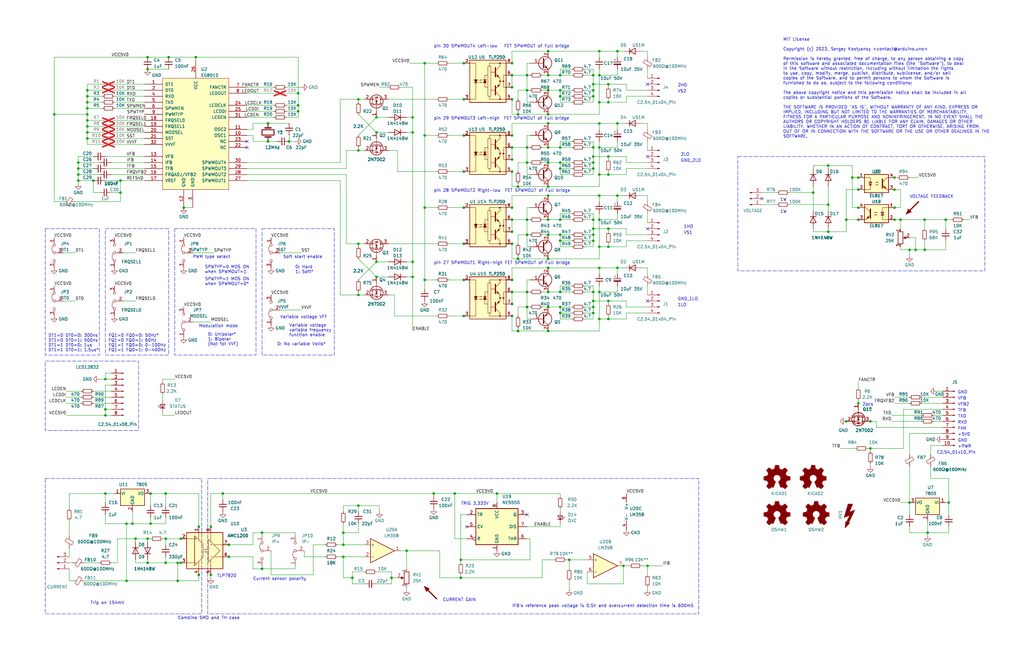
<source format=kicad_sch>
(kicad_sch (version 20230121) (generator eeschema)
  (paper "USLedger")
  (title_block (title "SPWM-ISO EG8010 Sinusoid inverter") (date "2023-10-22") (rev "2") (company "Copyright (c) 2023, Sergey Kostyanoy <contact@arduino.uno>") (comment 1 "THIS DESIGN IS PROVIDED \"AS IS\", WITHOUT WARRANTY OF ANY KIND - MIT License") (comment 2 "More details in the documentation.") (comment 3 "Full galvanic Isolation, Driver Amplification, UART, VFB2, and Differential Isense.") (comment 4 "This device is not compatible with the EGS002 connector and is a standalone product."))
  (junction (at 194.31 236.22))
  (junction (at 231.14 62.23))
  (junction (at 195.58 133.35))
  (junction (at 252.73 134.62))
  (junction (at 256.54 127))
  (junction (at 33.02 71.12))
  (junction (at 182.88 208.28))
  (junction (at 33.02 73.66))
  (junction (at 36.83 38.1))
  (junction (at 231.14 31.75))
  (junction (at 88.9 242.57))
  (junction (at 231.14 139.7))
  (junction (at 342.9 81.28))
  (junction (at 231.14 82.55))
  (junction (at 379.73 92.71))
  (junction (at 113.03 59.69))
  (junction (at 222.25 123.19))
  (junction (at 236.22 71.12))
  (junction (at 222.25 68.58))
  (junction (at 215.9 97.79))
  (junction (at 250.19 127))
  (junction (at 250.19 62.23))
  (junction (at 262.89 238.76))
  (junction (at 256.54 43.18))
  (junction (at 250.19 123.19))
  (junction (at 240.03 236.22))
  (junction (at 252.73 92.71))
  (junction (at 88.9 222.25))
  (junction (at 195.58 72.39))
  (junction (at 158.75 49.53))
  (junction (at 215.9 57.15))
  (junction (at 236.22 62.23))
  (junction (at 96.52 234.95))
  (junction (at 231.14 48.26))
  (junction (at 215.9 133.35))
  (junction (at 236.22 92.71))
  (junction (at 173.99 55.88))
  (junction (at 76.2 237.49))
  (junction (at 252.73 104.14))
  (junction (at 250.19 38.1))
  (junction (at 250.19 92.71))
  (junction (at 179.07 87.63))
  (junction (at 349.25 97.79))
  (junction (at 36.83 43.18))
  (junction (at 231.14 78.74))
  (junction (at 349.25 69.85))
  (junction (at 273.05 238.76))
  (junction (at 356.87 92.71))
  (junction (at 71.12 24.13))
  (junction (at 171.45 232.41))
  (junction (at 50.8 81.28))
  (junction (at 222.25 129.54))
  (junction (at 250.19 132.08))
  (junction (at 231.14 92.71))
  (junction (at 256.54 66.04))
  (junction (at 260.35 82.55))
  (junction (at 250.19 31.75))
  (junction (at 215.9 62.23))
  (junction (at 222.25 31.75))
  (junction (at 148.59 243.84))
  (junction (at 356.87 177.8))
  (junction (at 367.03 177.8))
  (junction (at 215.9 87.63))
  (junction (at 144.78 224.79))
  (junction (at 250.19 129.54))
  (junction (at 44.45 172.72))
  (junction (at 377.19 80.01))
  (junction (at 252.73 123.19))
  (junction (at 231.14 113.03))
  (junction (at 361.95 74.93))
  (junction (at 36.83 53.34))
  (junction (at 250.19 96.52))
  (junction (at 215.9 36.83))
  (junction (at 349.25 86.36))
  (junction (at 77.47 87.63))
  (junction (at 250.19 68.58))
  (junction (at 36.83 58.42))
  (junction (at 53.34 220.98))
  (junction (at 36.83 55.88))
  (junction (at 218.44 48.26))
  (junction (at 62.23 24.13))
  (junction (at 50.8 76.2))
  (junction (at 44.45 208.28))
  (junction (at 215.9 118.11))
  (junction (at 82.55 24.13))
  (junction (at 222.25 92.71))
  (junction (at 158.75 110.49))
  (junction (at 236.22 129.54))
  (junction (at 110.49 224.79))
  (junction (at 361.95 80.01))
  (junction (at 125.73 46.99))
  (junction (at 218.44 78.74))
  (junction (at 33.02 68.58))
  (junction (at 151.13 41.91))
  (junction (at 195.58 102.87))
  (junction (at 53.34 245.11))
  (junction (at 55.88 220.98))
  (junction (at 209.55 208.28))
  (junction (at 96.52 229.87))
  (junction (at 377.19 87.63))
  (junction (at 179.07 26.67))
  (junction (at 231.14 109.22))
  (junction (at 83.82 222.25))
  (junction (at 62.23 29.21))
  (junction (at 252.73 62.23))
  (junction (at 62.23 227.33))
  (junction (at 151.13 213.36))
  (junction (at 236.22 99.06))
  (junction (at 179.07 118.11))
  (junction (at 400.05 212.09))
  (junction (at 158.75 116.84))
  (junction (at 195.58 118.11))
  (junction (at 57.15 227.33))
  (junction (at 151.13 124.46))
  (junction (at 125.73 44.45))
  (junction (at 179.07 57.15))
  (junction (at 250.19 66.04))
  (junction (at 22.86 48.26))
  (junction (at 218.44 139.7))
  (junction (at 252.73 113.03))
  (junction (at 218.44 109.22))
  (junction (at 250.19 71.12))
  (junction (at 151.13 102.87))
  (junction (at 69.85 208.28))
  (junction (at 398.78 92.71))
  (junction (at 231.14 123.19))
  (junction (at 252.73 31.75))
  (junction (at 256.54 96.52))
  (junction (at 222.25 99.06))
  (junction (at 389.89 92.71))
  (junction (at 36.83 48.26))
  (junction (at 173.99 116.84))
  (junction (at 236.22 123.19))
  (junction (at 39.37 76.2))
  (junction (at 236.22 68.58))
  (junction (at 110.49 240.03))
  (junction (at 383.54 212.09))
  (junction (at 231.14 21.59))
  (junction (at 125.73 39.37))
  (junction (at 69.85 227.33))
  (junction (at 361.95 87.63))
  (junction (at 144.78 229.87))
  (junction (at 231.14 129.54))
  (junction (at 236.22 40.64))
  (junction (at 256.54 134.62))
  (junction (at 359.41 74.93))
  (junction (at 252.73 43.18))
  (junction (at 250.19 40.64))
  (junction (at 215.9 26.67))
  (junction (at 76.2 227.33))
  (junction (at 113.03 52.07))
  (junction (at 231.14 68.58))
  (junction (at 256.54 104.14))
  (junction (at 231.14 99.06))
  (junction (at 252.73 82.55))
  (junction (at 250.19 35.56))
  (junction (at 215.9 31.75))
  (junction (at 222.25 38.1))
  (junction (at 93.98 208.28))
  (junction (at 74.93 237.49))
  (junction (at 236.22 31.75))
  (junction (at 215.9 72.39))
  (junction (at 83.82 242.57))
  (junction (at 215.9 67.31))
  (junction (at 44.45 175.26))
  (junction (at 260.35 21.59))
  (junction (at 62.23 237.49))
  (junction (at 256.54 73.66))
  (junction (at 250.19 99.06))
  (junction (at 252.73 73.66))
  (junction (at 250.19 101.6))
  (junction (at 377.19 74.93))
  (junction (at 389.89 105.41))
  (junction (at 121.92 59.69))
  (junction (at 44.45 160.02))
  (junction (at 236.22 38.1))
  (junction (at 191.77 208.28))
  (junction (at 361.95 170.18))
  (junction (at 63.5 220.98))
  (junction (at 231.14 38.1))
  (junction (at 367.03 189.23))
  (junction (at 144.78 234.95))
  (junction (at 236.22 132.08))
  (junction (at 236.22 101.6))
  (junction (at 391.16 224.79))
  (junction (at 195.58 87.63))
  (junction (at 386.08 105.41))
  (junction (at 63.5 208.28))
  (junction (at 36.83 40.64))
  (junction (at 377.19 92.71))
  (junction (at 256.54 35.56))
  (junction (at 165.1 243.84))
  (junction (at 173.99 110.49))
  (junction (at 33.02 76.2))
  (junction (at 195.58 57.15))
  (junction (at 36.83 50.8))
  (junction (at 195.58 41.91))
  (junction (at 215.9 102.87))
  (junction (at 36.83 45.72))
  (junction (at 222.25 62.23))
  (junction (at 158.75 55.88))
  (junction (at 173.99 49.53))
  (junction (at 151.13 63.5))
  (junction (at 195.58 26.67))
  (junction (at 215.9 128.27))
  (junction (at 231.14 52.07))
  (junction (at 69.85 237.49))
  (junction (at 361.95 92.71))
  (junction (at 215.9 41.91))
  (junction (at 260.35 52.07))
  (junction (at 252.73 21.59))
  (junction (at 383.54 105.41))
  (junction (at 215.9 92.71))
  (junction (at 260.35 113.03))
  (junction (at 215.9 123.19))
  (junction (at 252.73 52.07))
  (junction (at 74.93 245.11))
  (junction (at 194.31 243.84))
  (no_connect (at 104.14 59.69))
  (no_connect (at 273.05 127))
  (no_connect (at 273.05 35.56))
  (no_connect (at 196.85 222.25))
  (no_connect (at 321.31 83.82))
  (no_connect (at 273.05 66.04))
  (no_connect (at 104.14 62.23))
  (no_connect (at 273.05 96.52))
  (no_connect (at 222.25 217.17))
  (wire (pts (xy 256.54 66.04) (xy 256.54 67.31)))
  (wire (pts (xy 218.44 41.91) (xy 218.44 38.1)))
  (wire (pts (xy 114.3 232.41) (xy 114.3 242.57)))
  (wire (pts (xy 215.9 57.15) (xy 215.9 52.07)))
  (wire (pts (xy 228.6 31.75) (xy 231.14 31.75)))
  (wire (pts (xy 196.85 227.33) (xy 191.77 227.33)))
  (wire (pts (xy 50.8 85.09) (xy 50.8 81.28)))
  (wire (pts (xy 69.85 227.33) (xy 76.2 227.33)))
  (wire (pts (xy 44.45 172.72) (xy 44.45 162.56)))
  (wire (pts (xy 194.31 217.17) (xy 194.31 236.22)))
  (wire (pts (xy 250.19 104.14) (xy 250.19 101.6)))
  (wire (pts (xy 236.22 29.21) (xy 236.22 31.75)))
  (wire (pts (xy 57.15 106.68) (xy 52.07 106.68)))
  (wire (pts (xy 400.05 224.79) (xy 391.16 224.79)))
  (wire (pts (xy 165.1 243.84) (xy 167.64 243.84)))
  (wire (pts (xy 252.73 139.7) (xy 252.73 134.62)))
  (wire (pts (xy 241.3 129.54) (xy 236.22 129.54)))
  (wire (pts (xy 218.44 46.99) (xy 218.44 48.26)))
  (wire (pts (xy 151.13 62.23) (xy 151.13 63.5)))
  (wire (pts (xy 252.73 134.62) (xy 256.54 134.62)))
  (wire (pts (xy 27.94 170.18) (xy 34.29 170.18)))
  (wire (pts (xy 260.35 52.07) (xy 262.89 52.07)))
  (wire (pts (xy 367.03 189.23) (xy 381 189.23)))
  (wire (pts (xy 252.73 82.55) (xy 260.35 82.55)))
  (wire (pts (xy 184.15 26.67) (xy 179.07 26.67)))
  (wire (pts (xy 151.13 102.87) (xy 153.67 102.87)))
  (wire (pts (xy 215.9 109.22) (xy 218.44 109.22)))
  (wire (pts (xy 215.9 26.67) (xy 215.9 21.59)))
  (wire (pts (xy 218.44 78.74) (xy 231.14 78.74)))
  (wire (pts (xy 231.14 48.26) (xy 252.73 48.26)))
  (wire (pts (xy 342.9 69.85) (xy 342.9 71.12)))
  (wire (pts (xy 48.26 40.64) (xy 60.96 40.64)))
  (wire (pts (xy 113.03 59.69) (xy 116.84 59.69)))
  (wire (pts (xy 246.38 59.69) (xy 250.19 59.69)))
  (wire (pts (xy 114.3 242.57) (xy 132.08 242.57)))
  (wire (pts (xy 63.5 208.28) (xy 63.5 213.36)))
  (wire (pts (xy 222.25 73.66) (xy 223.52 73.66)))
  (wire (pts (xy 179.07 118.11) (xy 179.07 121.92)))
  (wire (pts (xy 189.23 118.11) (xy 195.58 118.11)))
  (wire (pts (xy 252.73 92.71) (xy 260.35 92.71)))
  (wire (pts (xy 223.52 68.58) (xy 222.25 68.58)))
  (wire (pts (xy 218.44 129.54) (xy 222.25 129.54)))
  (wire (pts (xy 273.05 120.65) (xy 273.05 124.46)))
  (wire (pts (xy 222.25 26.67) (xy 223.52 26.67)))
  (wire (pts (xy 273.05 68.58) (xy 264.16 68.58)))
  (wire (pts (xy 215.9 87.63) (xy 215.9 82.55)))
  (wire (pts (xy 321.31 86.36) (xy 327.66 86.36)))
  (wire (pts (xy 50.8 81.28) (xy 50.8 76.2)))
  (wire (pts (xy 215.9 21.59) (xy 231.14 21.59)))
  (wire (pts (xy 110.49 224.79) (xy 124.46 224.79)))
  (wire (pts (xy 256.54 35.56) (xy 256.54 36.83)))
  (wire (pts (xy 46.99 237.49) (xy 49.53 237.49)))
  (wire (pts (xy 104.14 57.15) (xy 106.68 57.15)))
  (wire (pts (xy 48.26 58.42) (xy 60.96 58.42)))
  (wire (pts (xy 146.05 71.12) (xy 146.05 63.5)))
  (wire (pts (xy 144.78 220.98) (xy 144.78 224.79)))
  (wire (pts (xy 222.25 92.71) (xy 222.25 87.63)))
  (wire (pts (xy 391.16 224.79) (xy 391.16 226.06)))
  (wire (pts (xy 36.83 50.8) (xy 36.83 53.34)))
  (wire (pts (xy 222.25 38.1) (xy 222.25 43.18)))
  (wire (pts (xy 273.05 99.06) (xy 264.16 99.06)))
  (wire (pts (xy 383.54 224.79) (xy 383.54 222.25)))
  (wire (pts (xy 44.45 175.26) (xy 44.45 172.72)))
  (wire (pts (xy 44.45 217.17) (xy 44.45 220.98)))
  (wire (pts (xy 264.16 66.04) (xy 256.54 66.04)))
  (wire (pts (xy 82.55 24.13) (xy 71.12 24.13)))
  (wire (pts (xy 238.76 236.22) (xy 240.03 236.22)))
  (wire (pts (xy 252.73 59.69) (xy 252.73 62.23)))
  (wire (pts (xy 46.99 73.66) (xy 60.96 73.66)))
  (wire (pts (xy 240.03 236.22) (xy 247.65 236.22)))
  (wire (pts (xy 69.85 208.28) (xy 83.82 208.28)))
  (wire (pts (xy 264.16 68.58) (xy 264.16 66.04)))
  (wire (pts (xy 96.52 234.95) (xy 106.68 234.95)))
  (wire (pts (xy 39.37 81.28) (xy 39.37 76.2)))
  (wire (pts (xy 215.9 82.55) (xy 231.14 82.55)))
  (wire (pts (xy 246.38 123.19) (xy 250.19 123.19)))
  (wire (pts (xy 215.9 102.87) (xy 215.9 109.22)))
  (wire (pts (xy 160.02 213.36) (xy 151.13 213.36)))
  (wire (pts (xy 57.15 127) (xy 52.07 127)))
  (wire (pts (xy 236.22 220.98) (xy 236.22 222.25)))
  (wire (pts (xy 321.31 81.28) (xy 327.66 81.28)))
  (wire (pts (xy 171.45 232.41) (xy 171.45 240.03)))
  (wire (pts (xy 33.02 73.66) (xy 41.91 73.66)))
  (wire (pts (xy 173.99 116.84) (xy 173.99 139.7)))
  (wire (pts (xy 31.75 106.68) (xy 26.67 106.68)))
  (wire (pts (xy 68.58 175.26) (xy 68.58 173.99)))
  (wire (pts (xy 194.31 242.57) (xy 194.31 243.84)))
  (wire (pts (xy 264.16 43.18) (xy 256.54 43.18)))
  (wire (pts (xy 222.25 104.14) (xy 223.52 104.14)))
  (wire (pts (xy 57.15 227.33) (xy 57.15 228.6)))
  (wire (pts (xy 398.78 105.41) (xy 389.89 105.41)))
  (wire (pts (xy 383.54 167.64) (xy 377.19 167.64)))
  (wire (pts (xy 120.65 49.53) (xy 125.73 49.53)))
  (wire (pts (xy 41.91 81.28) (xy 39.37 81.28)))
  (wire (pts (xy 215.9 52.07) (xy 231.14 52.07)))
  (wire (pts (xy 246.38 90.17) (xy 250.19 90.17)))
  (wire (pts (xy 182.88 209.55) (xy 182.88 208.28)))
  (wire (pts (xy 252.73 82.55) (xy 252.73 85.09)))
  (wire (pts (xy 62.23 227.33) (xy 57.15 227.33)))
  (wire (pts (xy 36.83 45.72) (xy 36.83 48.26)))
  (wire (pts (xy 387.35 74.93) (xy 383.54 74.93)))
  (wire (pts (xy 151.13 124.46) (xy 153.67 124.46)))
  (wire (pts (xy 264.16 35.56) (xy 256.54 35.56)))
  (wire (pts (xy 46.99 162.56) (xy 44.45 162.56)))
  (wire (pts (xy 36.83 55.88) (xy 36.83 58.42)))
  (wire (pts (xy 264.16 40.64) (xy 264.16 43.18)))
  (wire (pts (xy 215.9 139.7) (xy 218.44 139.7)))
  (wire (pts (xy 215.9 133.35) (xy 215.9 139.7)))
  (wire (pts (xy 191.77 208.28) (xy 209.55 208.28)))
  (wire (pts (xy 185.42 243.84) (xy 194.31 243.84)))
  (wire (pts (xy 252.73 120.65) (xy 252.73 123.19)))
  (wire (pts (xy 83.82 208.28) (xy 83.82 222.25)))
  (wire (pts (xy 167.64 63.5) (xy 167.64 72.39)))
  (wire (pts (xy 270.51 52.07) (xy 273.05 52.07)))
  (wire (pts (xy 33.02 66.04) (xy 33.02 68.58)))
  (wire (pts (xy 151.13 48.26) (xy 158.75 55.88)))
  (wire (pts (xy 241.3 120.65) (xy 236.22 120.65)))
  (wire (pts (xy 349.25 86.36) (xy 349.25 88.9)))
  (wire (pts (xy 377.19 74.93) (xy 378.46 74.93)))
  (wire (pts (xy 194.31 236.22) (xy 194.31 237.49)))
  (wire (pts (xy 33.02 76.2) (xy 39.37 76.2)))
  (wire (pts (xy 167.64 72.39) (xy 184.15 72.39)))
  (wire (pts (xy 222.25 99.06) (xy 222.25 104.14)))
  (wire (pts (xy 273.05 129.54) (xy 264.16 129.54)))
  (wire (pts (xy 231.14 92.71) (xy 236.22 92.71)))
  (wire (pts (xy 76.2 237.49) (xy 74.93 237.49)))
  (wire (pts (xy 48.26 55.88) (xy 60.96 55.88)))
  (wire (pts (xy 240.03 245.11) (xy 240.03 248.92)))
  (wire (pts (xy 250.19 134.62) (xy 250.19 132.08)))
  (wire (pts (xy 400.05 212.09) (xy 400.05 217.17)))
  (wire (pts (xy 250.19 92.71) (xy 250.19 96.52)))
  (wire (pts (xy 165.1 241.3) (xy 165.1 243.84)))
  (wire (pts (xy 68.58 227.33) (xy 69.85 227.33)))
  (wire (pts (xy 104.14 73.66) (xy 146.05 73.66)))
  (wire (pts (xy 53.34 245.11) (xy 74.93 245.11)))
  (wire (pts (xy 386.08 105.41) (xy 386.08 100.33)))
  (wire (pts (xy 69.85 220.98) (xy 63.5 220.98)))
  (wire (pts (xy 231.14 129.54) (xy 236.22 129.54)))
  (wire (pts (xy 163.83 63.5) (xy 167.64 63.5)))
  (wire (pts (xy 153.67 246.38) (xy 148.59 246.38)))
  (wire (pts (xy 379.73 92.71) (xy 379.73 96.52)))
  (wire (pts (xy 356.87 97.79) (xy 349.25 97.79)))
  (wire (pts (xy 36.83 43.18) (xy 36.83 45.72)))
  (wire (pts (xy 69.85 229.87) (xy 69.85 227.33)))
  (wire (pts (xy 383.54 105.41) (xy 383.54 107.95)))
  (wire (pts (xy 392.43 196.85) (xy 392.43 201.93)))
  (wire (pts (xy 260.35 113.03) (xy 262.89 113.03)))
  (wire (pts (xy 236.22 71.12) (xy 241.3 71.12)))
  (wire (pts (xy 33.02 73.66) (xy 33.02 76.2)))
  (wire (pts (xy 215.9 62.23) (xy 215.9 67.31)))
  (wire (pts (xy 215.9 118.11) (xy 215.9 113.03)))
  (wire (pts (xy 379.73 80.01) (xy 377.19 80.01)))
  (wire (pts (xy 33.02 71.12) (xy 39.37 71.12)))
  (wire (pts (xy 264.16 104.14) (xy 256.54 104.14)))
  (wire (pts (xy 151.13 57.15) (xy 158.75 49.53)))
  (wire (pts (xy 273.05 71.12) (xy 264.16 71.12)))
  (wire (pts (xy 49.53 237.49) (xy 49.53 227.33)))
  (wire (pts (xy 222.25 62.23) (xy 222.25 68.58)))
  (wire (pts (xy 222.25 92.71) (xy 222.25 99.06)))
  (wire (pts (xy 228.6 62.23) (xy 231.14 62.23)))
  (wire (pts (xy 151.13 123.19) (xy 151.13 124.46)))
  (wire (pts (xy 388.62 170.18) (xy 397.51 170.18)))
  (wire (pts (xy 393.7 177.8) (xy 397.51 177.8)))
  (wire (pts (xy 250.19 43.18) (xy 250.19 40.64)))
  (wire (pts (xy 179.07 87.63) (xy 184.15 87.63)))
  (wire (pts (xy 62.23 24.13) (xy 71.12 24.13)))
  (wire (pts (xy 231.14 62.23) (xy 236.22 62.23)))
  (wire (pts (xy 82.55 25.4) (xy 82.55 24.13)))
  (wire (pts (xy 74.93 245.11) (xy 83.82 245.11)))
  (wire (pts (xy 273.05 247.65) (xy 273.05 248.92)))
  (wire (pts (xy 218.44 109.22) (xy 231.14 109.22)))
  (wire (pts (xy 250.19 123.19) (xy 250.19 127)))
  (wire (pts (xy 179.07 57.15) (xy 184.15 57.15)))
  (wire (pts (xy 361.95 80.01) (xy 356.87 80.01)))
  (wire (pts (xy 252.73 48.26) (xy 252.73 43.18)))
  (wire (pts (xy 222.25 134.62) (xy 223.52 134.62)))
  (wire (pts (xy 241.3 59.69) (xy 236.22 59.69)))
  (wire (pts (xy 215.9 31.75) (xy 222.25 31.75)))
  (wire (pts (xy 260.35 31.75) (xy 260.35 29.21)))
  (wire (pts (xy 252.73 43.18) (xy 252.73 31.75)))
  (wire (pts (xy 151.13 213.36) (xy 144.78 213.36)))
  (wire (pts (xy 218.44 99.06) (xy 222.25 99.06)))
  (wire (pts (xy 228.6 92.71) (xy 231.14 92.71)))
  (wire (pts (xy 252.73 113.03) (xy 252.73 115.57)))
  (wire (pts (xy 236.22 222.25) (xy 222.25 222.25)))
  (wire (pts (xy 394.97 165.1) (xy 397.51 165.1)))
  (wire (pts (xy 148.59 241.3) (xy 148.59 243.84)))
  (wire (pts (xy 93.98 208.28) (xy 93.98 210.82)))
  (wire (pts (xy 260.35 21.59) (xy 262.89 21.59)))
  (wire (pts (xy 127 106.68) (xy 118.11 106.68)))
  (wire (pts (xy 223.52 31.75) (xy 222.25 31.75)))
  (wire (pts (xy 173.99 36.83) (xy 173.99 49.53)))
  (wire (pts (xy 44.45 208.28) (xy 44.45 212.09)))
  (wire (pts (xy 236.22 134.62) (xy 241.3 134.62)))
  (wire (pts (xy 379.73 105.41) (xy 379.73 104.14)))
  (wire (pts (xy 231.14 68.58) (xy 236.22 68.58)))
  (wire (pts (xy 342.9 97.79) (xy 349.25 97.79)))
  (wire (pts (xy 270.51 238.76) (xy 273.05 238.76)))
  (wire (pts (xy 110.49 224.79) (xy 110.49 226.06)))
  (wire (pts (xy 132.08 242.57) (xy 132.08 229.87)))
  (wire (pts (xy 391.16 219.71) (xy 391.16 224.79)))
  (wire (pts (xy 218.44 107.95) (xy 218.44 109.22)))
  (wire (pts (xy 218.44 77.47) (xy 218.44 78.74)))
  (wire (pts (xy 236.22 123.19) (xy 241.3 123.19)))
  (wire (pts (xy 48.26 38.1) (xy 60.96 38.1)))
  (wire (pts (xy 48.26 43.18) (xy 60.96 43.18)))
  (wire (pts (xy 132.08 229.87) (xy 137.16 229.87)))
  (wire (pts (xy 381 189.23) (xy 381 172.72)))
  (wire (pts (xy 375.92 177.8) (xy 388.62 177.8)))
  (wire (pts (xy 398.78 101.6) (xy 398.78 105.41)))
  (wire (pts (xy 121.92 57.15) (xy 121.92 59.69)))
  (wire (pts (xy 264.16 71.12) (xy 264.16 73.66)))
  (wire (pts (xy 166.37 133.35) (xy 184.15 133.35)))
  (wire (pts (xy 179.07 87.63) (xy 179.07 118.11)))
  (wire (pts (xy 33.02 71.12) (xy 33.02 73.66)))
  (wire (pts (xy 377.19 170.18) (xy 383.54 170.18)))
  (wire (pts (xy 73.66 160.02) (xy 68.58 160.02)))
  (wire (pts (xy 218.44 38.1) (xy 222.25 38.1)))
  (wire (pts (xy 228.6 236.22) (xy 233.68 236.22)))
  (wire (pts (xy 36.83 60.96) (xy 43.18 60.96)))
  (wire (pts (xy 342.9 81.28) (xy 342.9 88.9)))
  (wire (pts (xy 256.54 43.18) (xy 256.54 41.91)))
  (wire (pts (xy 228.6 129.54) (xy 231.14 129.54)))
  (wire (pts (xy 48.26 53.34) (xy 60.96 53.34)))
  (wire (pts (xy 120.65 39.37) (xy 125.73 39.37)))
  (wire (pts (xy 392.43 187.96) (xy 397.51 187.96)))
  (wire (pts (xy 383.54 212.09) (xy 383.54 217.17)))
  (wire (pts (xy 189.23 57.15) (xy 195.58 57.15)))
  (wire (pts (xy 260.35 115.57) (xy 260.35 113.03)))
  (wire (pts (xy 63.5 220.98) (xy 55.88 220.98)))
  (wire (pts (xy 356.87 92.71) (xy 361.95 92.71)))
  (wire (pts (xy 44.45 220.98) (xy 53.34 220.98)))
  (wire (pts (xy 400.05 222.25) (xy 400.05 224.79)))
  (wire (pts (xy 223.52 236.22) (xy 223.52 227.33)))
  (wire (pts (xy 273.05 113.03) (xy 270.51 113.03)))
  (wire (pts (xy 260.35 123.19) (xy 260.35 120.65)))
  (wire (pts (xy 215.9 41.91) (xy 215.9 48.26)))
  (wire (pts (xy 250.19 71.12) (xy 250.19 68.58)))
  (wire (pts (xy 236.22 214.63) (xy 236.22 215.9)))
  (wire (pts (xy 223.52 99.06) (xy 222.25 99.06)))
  (wire (pts (xy 96.52 229.87) (xy 106.68 229.87)))
  (wire (pts (xy 35.56 237.49) (xy 41.91 237.49)))
  (wire (pts (xy 236.22 101.6) (xy 236.22 104.14)))
  (wire (pts (xy 273.05 101.6) (xy 264.16 101.6)))
  (wire (pts (xy 166.37 124.46) (xy 166.37 133.35)))
  (wire (pts (xy 57.15 237.49) (xy 62.23 237.49)))
  (wire (pts (xy 231.14 139.7) (xy 252.73 139.7)))
  (wire (pts (xy 106.68 57.15) (xy 106.68 59.69)))
  (wire (pts (xy 256.54 134.62) (xy 256.54 133.35)))
  (wire (pts (xy 124.46 224.79) (xy 124.46 226.06)))
  (wire (pts (xy 68.58 168.91) (xy 68.58 166.37)))
  (wire (pts (xy 236.22 43.18) (xy 241.3 43.18)))
  (wire (pts (xy 273.05 90.17) (xy 273.05 93.98)))
  (wire (pts (xy 236.22 40.64) (xy 236.22 43.18)))
  (wire (pts (xy 389.89 96.52) (xy 389.89 92.71)))
  (wire (pts (xy 250.19 96.52) (xy 250.19 99.06)))
  (wire (pts (xy 222.25 87.63) (xy 223.52 87.63)))
  (wire (pts (xy 194.31 243.84) (xy 228.6 243.84)))
  (wire (pts (xy 173.99 110.49) (xy 173.99 116.84)))
  (wire (pts (xy 158.75 55.88) (xy 163.83 55.88)))
  (wire (pts (xy 246.38 104.14) (xy 250.19 104.14)))
  (wire (pts (xy 389.89 101.6) (xy 389.89 105.41)))
  (wire (pts (xy 260.35 54.61) (xy 260.35 52.07)))
  (wire (pts (xy 236.22 90.17) (xy 236.22 92.71)))
  (wire (pts (xy 236.22 38.1) (xy 236.22 40.64)))
  (wire (pts (xy 77.47 87.63) (xy 81.28 87.63)))
  (wire (pts (xy 179.07 118.11) (xy 184.15 118.11)))
  (wire (pts (xy 215.9 48.26) (xy 218.44 48.26)))
  (wire (pts (xy 36.83 38.1) (xy 36.83 40.64)))
  (wire (pts (xy 250.19 132.08) (xy 250.19 129.54)))
  (wire (pts (xy 44.45 71.12) (xy 60.96 71.12)))
  (wire (pts (xy 236.22 120.65) (xy 236.22 123.19)))
  (wire (pts (xy 57.15 236.22) (xy 57.15 237.49)))
  (wire (pts (xy 163.83 41.91) (xy 184.15 41.91)))
  (wire (pts (xy 246.38 134.62) (xy 250.19 134.62)))
  (wire (pts (xy 165.1 243.84) (xy 165.1 246.38)))
  (wire (pts (xy 196.85 217.17) (xy 194.31 217.17)))
  (wire (pts (xy 69.85 213.36) (xy 69.85 208.28)))
  (wire (pts (xy 246.38 101.6) (xy 250.19 101.6)))
  (wire (pts (xy 223.52 129.54) (xy 222.25 129.54)))
  (wire (pts (xy 44.45 76.2) (xy 50.8 76.2)))
  (wire (pts (xy 218.44 133.35) (xy 218.44 129.54)))
  (wire (pts (xy 236.22 59.69) (xy 236.22 62.23)))
  (wire (pts (xy 250.19 92.71) (xy 250.19 90.17)))
  (wire (pts (xy 223.52 123.19) (xy 222.25 123.19)))
  (wire (pts (xy 377.19 92.71) (xy 379.73 92.71)))
  (wire (pts (xy 151.13 43.18) (xy 151.13 41.91)))
  (wire (pts (xy 222.25 118.11) (xy 223.52 118.11)))
  (wire (pts (xy 236.22 68.58) (xy 236.22 71.12)))
  (wire (pts (xy 369.57 180.34) (xy 397.51 180.34)))
  (wire (pts (xy 228.6 38.1) (xy 231.14 38.1)))
  (wire (pts (xy 29.21 240.03) (xy 29.21 245.11)))
  (wire (pts (xy 246.38 73.66) (xy 250.19 73.66)))
  (wire (pts (xy 236.22 132.08) (xy 236.22 134.62)))
  (wire (pts (xy 389.89 105.41) (xy 386.08 105.41)))
  (wire (pts (xy 264.16 96.52) (xy 256.54 96.52)))
  (wire (pts (xy 143.51 68.58) (xy 143.51 41.91)))
  (wire (pts (xy 361.95 168.91) (xy 361.95 170.18)))
  (wire (pts (xy 215.9 92.71) (xy 215.9 97.79)))
  (wire (pts (xy 367.03 189.23) (xy 367.03 190.5)))
  (wire (pts (xy 223.52 92.71) (xy 222.25 92.71)))
  (wire (pts (xy 369.57 177.8) (xy 369.57 180.34)))
  (wire (pts (xy 144.78 234.95) (xy 153.67 234.95)))
  (wire (pts (xy 256.54 127) (xy 256.54 128.27)))
  (wire (pts (xy 39.37 66.04) (xy 33.02 66.04)))
  (wire (pts (xy 179.07 57.15) (xy 179.07 87.63)))
  (wire (pts (xy 36.83 38.1) (xy 43.18 38.1)))
  (wire (pts (xy 93.98 208.28) (xy 182.88 208.28)))
  (wire (pts (xy 39.37 170.18) (xy 46.99 170.18)))
  (wire (pts (xy 240.03 236.22) (xy 240.03 240.03)))
  (wire (pts (xy 168.91 232.41) (xy 171.45 232.41)))
  (wire (pts (xy 241.3 90.17) (xy 236.22 90.17)))
  (wire (pts (xy 215.9 92.71) (xy 222.25 92.71)))
  (wire (pts (xy 36.83 48.26) (xy 36.83 50.8)))
  (wire (pts (xy 48.26 50.8) (xy 60.96 50.8)))
  (wire (pts (xy 144.78 213.36) (xy 144.78 215.9)))
  (wire (pts (xy 252.73 113.03) (xy 260.35 113.03)))
  (wire (pts (xy 250.19 35.56) (xy 256.54 35.56)))
  (wire (pts (xy 392.43 201.93) (xy 400.05 201.93)))
  (wire (pts (xy 39.37 167.64) (xy 46.99 167.64)))
  (wire (pts (xy 88.9 208.28) (xy 93.98 208.28)))
  (wire (pts (xy 262.89 246.38) (xy 262.89 238.76)))
  (wire (pts (xy 241.3 99.06) (xy 236.22 99.06)))
  (wire (pts (xy 63.5 208.28) (xy 69.85 208.28)))
  (wire (pts (xy 46.99 157.48) (xy 44.45 157.48)))
  (wire (pts (xy 252.73 52.07) (xy 260.35 52.07)))
  (wire (pts (xy 151.13 220.98) (xy 151.13 224.79)))
  (wire (pts (xy 44.45 66.04) (xy 60.96 66.04)))
  (wire (pts (xy 215.9 123.19) (xy 215.9 128.27)))
  (wire (pts (xy 50.8 76.2) (xy 60.96 76.2)))
  (wire (pts (xy 260.35 24.13) (xy 260.35 21.59)))
  (wire (pts (xy 218.44 48.26) (xy 231.14 48.26)))
  (wire (pts (xy 69.85 237.49) (xy 74.93 237.49)))
  (wire (pts (xy 121.92 59.69) (xy 124.46 59.69)))
  (wire (pts (xy 142.24 229.87) (xy 144.78 229.87)))
  (wire (pts (xy 22.86 48.26) (xy 36.83 48.26)))
  (wire (pts (xy 179.07 26.67) (xy 179.07 57.15)))
  (wire (pts (xy 104.14 36.83) (xy 115.57 36.83)))
  (wire (pts (xy 236.22 132.08) (xy 241.3 132.08)))
  (wire (pts (xy 36.83 43.18) (xy 43.18 43.18)))
  (wire (pts (xy 222.25 31.75) (xy 222.25 26.67)))
  (wire (pts (xy 36.83 50.8) (xy 43.18 50.8)))
  (wire (pts (xy 53.34 220.98) (xy 53.34 245.11)))
  (wire (pts (xy 246.38 38.1) (xy 250.19 38.1)))
  (wire (pts (xy 143.51 41.91) (xy 151.13 41.91)))
  (wire (pts (xy 222.25 123.19) (xy 222.25 118.11)))
  (wire (pts (xy 218.44 68.58) (xy 222.25 68.58)))
  (wire (pts (xy 151.13 41.91) (xy 153.67 41.91)))
  (wire (pts (xy 106.68 54.61) (xy 106.68 52.07)))
  (wire (pts (xy 222.25 57.15) (xy 223.52 57.15)))
  (wire (pts (xy 142.24 234.95) (xy 144.78 234.95)))
  (wire (pts (xy 29.21 245.11) (xy 30.48 245.11)))
  (wire (pts (xy 264.16 38.1) (xy 264.16 35.56)))
  (wire (pts (xy 33.02 68.58) (xy 33.02 71.12)))
  (wire (pts (xy 104.14 54.61) (xy 106.68 54.61)))
  (wire (pts (xy 231.14 113.03) (xy 252.73 113.03)))
  (wire (pts (xy 173.99 55.88) (xy 171.45 55.88)))
  (wire (pts (xy 236.22 104.14) (xy 241.3 104.14)))
  (wire (pts (xy 246.38 99.06) (xy 250.19 99.06)))
  (wire (pts (xy 349.25 78.74) (xy 349.25 86.36)))
  (wire (pts (xy 106.68 240.03) (xy 110.49 240.03)))
  (wire (pts (xy 342.9 69.85) (xy 349.25 69.85)))
  (wire (pts (xy 264.16 132.08) (xy 264.16 134.62)))
  (wire (pts (xy 113.03 52.07) (xy 121.92 52.07)))
  (wire (pts (xy 260.35 92.71) (xy 260.35 90.17)))
  (wire (pts (xy 231.14 38.1) (xy 236.22 38.1)))
  (wire (pts (xy 273.05 132.08) (xy 264.16 132.08)))
  (wire (pts (xy 83.82 245.11) (xy 83.82 242.57)))
  (wire (pts (xy 273.05 21.59) (xy 273.05 24.13)))
  (wire (pts (xy 218.44 72.39) (xy 218.44 68.58)))
  (wire (pts (xy 173.99 49.53) (xy 173.99 55.88)))
  (wire (pts (xy 171.45 49.53) (xy 173.99 49.53)))
  (wire (pts (xy 104.14 71.12) (xy 146.05 71.12)))
  (wire (pts (xy 228.6 123.19) (xy 231.14 123.19)))
  (wire (pts (xy 231.14 82.55) (xy 252.73 82.55)))
  (wire (pts (xy 264.16 127) (xy 256.54 127)))
  (wire (pts (xy 218.44 139.7) (xy 231.14 139.7)))
  (wire (pts (xy 69.85 234.95) (xy 69.85 237.49)))
  (wire (pts (xy 231.14 52.07) (xy 252.73 52.07)))
  (wire (pts (xy 104.14 44.45) (xy 115.57 44.45)))
  (wire (pts (xy 246.38 92.71) (xy 250.19 92.71)))
  (wire (pts (xy 215.9 123.19) (xy 222.25 123.19)))
  (wire (pts (xy 74.93 237.49) (xy 74.93 245.11)))
  (wire (pts (xy 125.73 44.45) (xy 125.73 46.99)))
  (wire (pts (xy 127 36.83) (xy 120.65 36.83)))
  (wire (pts (xy 398.78 92.71) (xy 401.32 92.71)))
  (wire (pts (xy 158.75 116.84) (xy 163.83 116.84)))
  (wire (pts (xy 36.83 45.72) (xy 43.18 45.72)))
  (wire (pts (xy 144.78 234.95) (xy 144.78 243.84)))
  (wire (pts (xy 273.05 59.69) (xy 273.05 63.5)))
  (wire (pts (xy 252.73 29.21) (xy 252.73 31.75)))
  (wire (pts (xy 171.45 110.49) (xy 173.99 110.49)))
  (wire (pts (xy 273.05 238.76) (xy 279.4 238.76)))
  (wire (pts (xy 252.73 73.66) (xy 256.54 73.66)))
  (wire (pts (xy 160.02 36.83) (xy 163.83 36.83)))
  (wire (pts (xy 22.86 24.13) (xy 22.86 48.26)))
  (wire (pts (xy 273.05 113.03) (xy 273.05 115.57)))
  (wire (pts (xy 36.83 35.56) (xy 36.83 38.1)))
  (wire (pts (xy 260.35 85.09) (xy 260.35 82.55)))
  (wire (pts (xy 223.52 227.33) (xy 222.25 227.33)))
  (wire (pts (xy 250.19 96.52) (xy 256.54 96.52)))
  (wire (pts (xy 252.73 21.59) (xy 260.35 21.59)))
  (wire (pts (xy 128.27 234.95) (xy 137.16 234.95)))
  (wire (pts (xy 250.19 101.6) (xy 250.19 99.06)))
  (wire (pts (xy 379.73 87.63) (xy 377.19 87.63)))
  (wire (pts (xy 215.9 78.74) (xy 218.44 78.74)))
  (wire (pts (xy 246.38 132.08) (xy 250.19 132.08)))
  (wire (pts (xy 125.73 24.13) (xy 82.55 24.13)))
  (wire (pts (xy 332.74 81.28) (xy 342.9 81.28)))
  (wire (pts (xy 46.99 160.02) (xy 44.45 160.02)))
  (wire (pts (xy 29.21 231.14) (xy 29.21 234.95)))
  (wire (pts (xy 231.14 21.59) (xy 252.73 21.59)))
  (wire (pts (xy 110.49 240.03) (xy 124.46 240.03)))
  (wire (pts (xy 36.83 58.42) (xy 36.83 60.96)))
  (wire (pts (xy 247.65 241.3) (xy 247.65 246.38)))
  (wire (pts (xy 349.25 97.79) (xy 349.25 96.52)))
  (wire (pts (xy 104.14 39.37) (xy 115.57 39.37)))
  (wire (pts (xy 250.19 35.56) (xy 250.19 38.1)))
  (wire (pts (xy 189.23 41.91) (xy 195.58 41.91)))
  (wire (pts (xy 62.23 237.49) (xy 69.85 237.49)))
  (wire (pts (xy 383.54 105.41) (xy 386.08 105.41)))
  (wire (pts (xy 29.21 208.28) (xy 44.45 208.28)))
  (wire (pts (xy 236.22 99.06) (xy 236.22 101.6)))
  (wire (pts (xy 367.03 195.58) (xy 367.03 196.85)))
  (wire (pts (xy 236.22 73.66) (xy 241.3 73.66)))
  (wire (pts (xy 125.73 39.37) (xy 125.73 44.45)))
  (wire (pts (xy 62.23 29.21) (xy 71.12 29.21)))
  (wire (pts (xy 46.99 81.28) (xy 50.8 81.28)))
  (wire (pts (xy 106.68 234.95) (xy 106.68 240.03)))
  (wire (pts (xy 189.23 72.39) (xy 195.58 72.39)))
  (wire (pts (xy 36.83 53.34) (xy 36.83 55.88)))
  (wire (pts (xy 209.55 208.28) (xy 209.55 212.09)))
  (wire (pts (xy 36.83 40.64) (xy 36.83 43.18)))
  (wire (pts (xy 22.86 85.09) (xy 26.67 85.09)))
  (wire (pts (xy 408.94 92.71) (xy 406.4 92.71)))
  (wire (pts (xy 361.95 87.63) (xy 359.41 87.63)))
  (wire (pts (xy 163.83 102.87) (xy 184.15 102.87)))
  (wire (pts (xy 62.23 227.33) (xy 62.23 228.6)))
  (wire (pts (xy 191.77 227.33) (xy 191.77 208.28)))
  (wire (pts (xy 22.86 48.26) (xy 22.86 85.09)))
  (wire (pts (xy 250.19 62.23) (xy 250.19 59.69)))
  (wire (pts (xy 250.19 123.19) (xy 250.19 120.65)))
  (wire (pts (xy 44.45 175.26) (xy 27.94 175.26)))
  (wire (pts (xy 151.13 215.9) (xy 151.13 213.36)))
  (wire (pts (xy 360.68 189.23) (xy 354.33 189.23)))
  (wire (pts (xy 264.16 73.66) (xy 256.54 73.66)))
  (wire (pts (xy 144.78 224.79) (xy 144.78 229.87)))
  (wire (pts (xy 215.9 113.03) (xy 231.14 113.03)))
  (wire (pts (xy 252.73 78.74) (xy 252.73 73.66)))
  (wire (pts (xy 260.35 82.55) (xy 262.89 82.55)))
  (wire (pts (xy 383.54 182.88) (xy 397.51 182.88)))
  (wire (pts (xy 250.19 127) (xy 250.19 129.54)))
  (wire (pts (xy 231.14 123.19) (xy 236.22 123.19)))
  (wire (pts (xy 273.05 52.07) (xy 273.05 54.61)))
  (wire (pts (xy 48.26 60.96) (xy 60.96 60.96)))
  (wire (pts (xy 252.73 21.59) (xy 252.73 24.13)))
  (wire (pts (xy 158.75 110.49) (xy 163.83 110.49)))
  (wire (pts (xy 222.25 129.54) (xy 222.25 134.62)))
  (wire (pts (xy 270.51 82.55) (xy 273.05 82.55)))
  (wire (pts (xy 256.54 104.14) (xy 256.54 102.87)))
  (wire (pts (xy 153.67 241.3) (xy 148.59 241.3)))
  (wire (pts (xy 104.14 68.58) (xy 143.51 68.58)))
  (wire (pts (xy 256.54 73.66) (xy 256.54 72.39)))
  (wire (pts (xy 218.44 138.43) (xy 218.44 139.7)))
  (wire (pts (xy 151.13 109.22) (xy 158.75 116.84)))
  (wire (pts (xy 55.88 220.98) (xy 53.34 220.98)))
  (wire (pts (xy 246.38 43.18) (xy 250.19 43.18)))
  (wire (pts (xy 173.99 116.84) (xy 171.45 116.84)))
  (wire (pts (xy 236.22 31.75) (xy 241.3 31.75)))
  (wire (pts (xy 236.22 92.71) (xy 241.3 92.71)))
  (wire (pts (xy 125.73 46.99) (xy 125.73 49.53)))
  (wire (pts (xy 218.44 102.87) (xy 218.44 99.06)))
  (wire (pts (xy 273.05 82.55) (xy 273.05 85.09)))
  (wire (pts (xy 173.99 55.88) (xy 173.99 110.49)))
  (wire (pts (xy 252.73 104.14) (xy 256.54 104.14)))
  (wire (pts (xy 48.26 35.56) (xy 60.96 35.56)))
  (wire (pts (xy 36.83 53.34) (xy 43.18 53.34)))
  (wire (pts (xy 182.88 208.28) (xy 191.77 208.28)))
  (wire (pts (xy 151.13 224.79) (xy 144.78 224.79)))
  (wire (pts (xy 250.19 73.66) (xy 250.19 71.12)))
  (wire (pts (xy 222.25 68.58) (xy 222.25 73.66)))
  (wire (pts (xy 106.68 224.79) (xy 110.49 224.79)))
  (wire (pts (xy 264.16 129.54) (xy 264.16 127)))
  (wire (pts (xy 185.42 243.84) (xy 185.42 232.41)))
  (wire (pts (xy 144.78 229.87) (xy 153.67 229.87)))
  (wire (pts (xy 236.22 129.54) (xy 236.22 132.08)))
  (wire (pts (xy 171.45 232.41) (xy 185.42 232.41)))
  (wire (pts (xy 189.23 133.35) (xy 195.58 133.35)))
  (wire (pts (xy 250.19 40.64) (xy 250.19 38.1)))
  (wire (pts (xy 158.75 49.53) (xy 163.83 49.53)))
  (wire (pts (xy 90.17 106.68) (xy 81.28 106.68)))
  (wire (pts (xy 31.75 85.09) (xy 50.8 85.09)))
  (wire (pts (xy 391.16 224.79) (xy 383.54 224.79)))
  (wire (pts (xy 359.41 87.63) (xy 359.41 74.93)))
  (wire (pts (xy 158.75 246.38) (xy 165.1 246.38)))
  (wire (pts (xy 250.19 31.75) (xy 250.19 35.56)))
  (wire (pts (xy 236.22 208.28) (xy 236.22 209.55)))
  (wire (pts (xy 110.49 238.76) (xy 110.49 240.03)))
  (wire (pts (xy 236.22 62.23) (xy 241.3 62.23)))
  (wire (pts (xy 36.83 55.88) (xy 43.18 55.88)))
  (wire (pts (xy 36.83 58.42) (xy 43.18 58.42)))
  (wire (pts (xy 215.9 62.23) (xy 222.25 62.23)))
  (wire (pts (xy 22.86 24.13) (xy 62.23 24.13)))
  (wire (pts (xy 215.9 72.39) (xy 215.9 78.74)))
  (wire (pts (xy 359.41 69.85) (xy 359.41 74.93)))
  (wire (pts (xy 222.25 43.18) (xy 223.52 43.18)))
  (wire (pts (xy 383.54 191.77) (xy 383.54 182.88)))
  (wire (pts (xy 143.51 76.2) (xy 143.51 124.46)))
  (wire (pts (xy 68.58 160.02) (xy 68.58 161.29)))
  (wire (pts (xy 241.3 29.21) (xy 236.22 29.21)))
  (wire (pts (xy 246.38 40.64) (xy 250.19 40.64)))
  (wire (pts (xy 342.9 97.79) (xy 342.9 96.52)))
  (wire (pts (xy 44.45 160.02) (xy 41.91 160.02)))
  (wire (pts (xy 172.72 26.67) (xy 179.07 26.67)))
  (wire (pts (xy 124.46 238.76) (xy 124.46 240.03)))
  (wire (pts (xy 231.14 31.75) (xy 236.22 31.75)))
  (wire (pts (xy 383.54 196.85) (xy 383.54 212.09)))
  (wire (pts (xy 273.05 238.76) (xy 273.05 242.57)))
  (wire (pts (xy 250.19 127) (xy 256.54 127)))
  (wire (pts (xy 106.68 59.69) (xy 113.03 59.69)))
  (wire (pts (xy 398.78 92.71) (xy 389.89 92.71)))
  (wire (pts (xy 359.41 74.93) (xy 361.95 74.93)))
  (wire (pts (xy 151.13 118.11) (xy 158.75 110.49)))
  (wire (pts (xy 356.87 80.01) (xy 356.87 92.71)))
  (wire (pts (xy 120.65 44.45) (xy 125.73 44.45)))
  (wire (pts (xy 222.25 123.19) (xy 222.25 129.54)))
  (wire (pts (xy 189.23 87.63) (xy 195.58 87.63)))
  (wire (pts (xy 264.16 134.62) (xy 256.54 134.62)))
  (wire (pts (xy 260.35 62.23) (xy 260.35 59.69)))
  (wire (pts (xy 43.18 35.56) (xy 36.83 35.56)))
  (wire (pts (xy 63.5 218.44) (xy 63.5 220.98)))
  (wire (pts (xy 246.38 68.58) (xy 250.19 68.58)))
  (wire (pts (xy 88.9 222.25) (xy 88.9 208.28)))
  (wire (pts (xy 223.52 38.1) (xy 222.25 38.1)))
  (wire (pts (xy 146.05 63.5) (xy 151.13 63.5)))
  (wire (pts (xy 379.73 212.09) (xy 383.54 212.09)))
  (wire (pts (xy 246.38 31.75) (xy 250.19 31.75)))
  (wire (pts (xy 158.75 241.3) (xy 165.1 241.3)))
  (wire (pts (xy 29.21 219.71) (xy 29.21 226.06)))
  (wire (pts (xy 375.92 175.26) (xy 388.62 175.26)))
  (wire (pts (xy 73.66 175.26) (xy 68.58 175.26)))
  (wire (pts (xy 104.14 76.2) (xy 143.51 76.2)))
  (wire (pts (xy 189.23 26.67) (xy 195.58 26.67)))
  (wire (pts (xy 393.7 175.26) (xy 397.51 175.26)))
  (wire (pts (xy 148.59 243.84) (xy 148.59 246.38)))
  (wire (pts (xy 400.05 201.93) (xy 400.05 212.09)))
  (wire (pts (xy 356.87 92.71) (xy 356.87 97.79)))
  (wire (pts (xy 46.99 172.72) (xy 44.45 172.72)))
  (wire (pts (xy 252.73 123.19) (xy 260.35 123.19)))
  (wire (pts (xy 252.73 31.75) (xy 260.35 31.75)))
  (wire (pts (xy 250.19 66.04) (xy 250.19 68.58)))
  (wire (pts (xy 236.22 101.6) (xy 241.3 101.6)))
  (wire (pts (xy 223.52 62.23) (xy 222.25 62.23)))
  (wire (pts (xy 222.25 31.75) (xy 222.25 38.1)))
  (wire (pts (xy 247.65 246.38) (xy 262.89 246.38)))
  (wire (pts (xy 106.68 229.87) (xy 106.68 224.79)))
  (wire (pts (xy 273.05 40.64) (xy 264.16 40.64)))
  (wire (pts (xy 392.43 191.77) (xy 392.43 187.96)))
  (wire (pts (xy 48.26 45.72) (xy 60.96 45.72)))
  (wire (pts (xy 125.73 39.37) (xy 125.73 24.13)))
  (wire (pts (xy 27.94 165.1) (xy 34.29 165.1)))
  (wire (pts (xy 262.89 238.76) (xy 265.43 238.76)))
  (wire (pts (xy 33.02 68.58) (xy 41.91 68.58)))
  (wire (pts (xy 250.19 31.75) (xy 250.19 29.21)))
  (wire (pts (xy 46.99 175.26) (xy 44.45 175.26)))
  (wire (pts (xy 55.88 215.9) (xy 55.88 220.98)))
  (wire (pts (xy 39.37 165.1) (xy 46.99 165.1)))
  (wire (pts (xy 146.05 102.87) (xy 151.13 102.87)))
  (wire (pts (xy 246.38 120.65) (xy 250.19 120.65)))
  (wire (pts (xy 246.38 62.23) (xy 250.19 62.23)))
  (wire (pts (xy 256.54 96.52) (xy 256.54 97.79)))
  (wire (pts (xy 349.25 69.85) (xy 349.25 71.12)))
  (wire (pts (xy 228.6 99.06) (xy 231.14 99.06)))
  (wire (pts (xy 332.74 86.36) (xy 349.25 86.36)))
  (wire (pts (xy 264.16 101.6) (xy 264.16 104.14)))
  (wire (pts (xy 106.68 52.07) (xy 113.03 52.07)))
  (wire (pts (xy 163.83 124.46) (xy 166.37 124.46)))
  (wire (pts (xy 241.3 38.1) (xy 236.22 38.1)))
  (wire (pts (xy 35.56 245.11) (xy 53.34 245.11)))
  (wire (pts (xy 49.53 227.33) (xy 57.15 227.33)))
  (wire (pts (xy 381 172.72) (xy 397.51 172.72)))
  (wire (pts (xy 46.99 68.58) (xy 60.96 68.58)))
  (wire (pts (xy 88.9 135.89) (xy 81.28 135.89)))
  (wire (pts (xy 26.67 127) (xy 31.75 127)))
  (wire (pts (xy 273.05 29.21) (xy 273.05 33.02)))
  (wire (pts (xy 146.05 73.66) (xy 146.05 102.87)))
  (wire (pts (xy 104.14 46.99) (xy 115.57 46.99)))
  (wire (pts (xy 379.73 80.01) (xy 379.73 87.63)))
  (wire (pts (xy 398.78 96.52) (xy 398.78 92.71)))
  (wire (pts (xy 27.94 167.64) (xy 34.29 167.64)))
  (wire (pts (xy 62.23 236.22) (xy 62.23 237.49)))
  (wire (pts (xy 143.51 124.46) (xy 151.13 124.46)))
  (wire (pts (xy 189.23 102.87) (xy 195.58 102.87)))
  (wire (pts (xy 252.73 109.22) (xy 252.73 104.14)))
  (wire (pts (xy 252.73 134.62) (xy 252.73 123.19)))
  (wire (pts (xy 228.6 68.58) (xy 231.14 68.58)))
  (wire (pts (xy 231.14 99.06) (xy 236.22 99.06)))
  (wire (pts (xy 386.08 100.33) (xy 383.54 100.33)))
  (wire (pts (xy 33.02 76.2) (xy 33.02 77.47)))
  (wire (pts (xy 29.21 208.28) (xy 29.21 214.63)))
  (wire (pts (xy 379.73 105.41) (xy 383.54 105.41)))
  (wire (pts (xy 44.45 208.28) (xy 48.26 208.28)))
  (wire (pts (xy 252.73 52.07) (xy 252.73 54.61)))
  (wire (pts (xy 104.14 49.53) (xy 115.57 49.53)))
  (wire (pts (xy 69.85 218.44) (xy 69.85 220.98)))
  (wire (pts (xy 252.73 104.14) (xy 252.73 92.71)))
  (wire (pts (xy 246.38 129.54) (xy 250.19 129.54)))
  (wire (pts (xy 236.22 40.64) (xy 241.3 40.64)))
  (wire (pts (xy 168.91 36.83) (xy 173.99 36.83)))
  (wire (pts (xy 241.3 68.58) (xy 236.22 68.58)))
  (wire (pts (xy 30.48 237.49) (xy 29.21 237.49)))
  (wire (pts (xy 273.05 38.1) (xy 264.16 38.1)))
  (wire (pts (xy 62.23 227.33) (xy 63.5 227.33)))
  (wire (pts (xy 120.65 46.99) (xy 125.73 46.99)))
  (wire (pts (xy 236.22 71.12) (xy 236.22 73.66)))
  (wire (pts (xy 128.27 232.41) (xy 128.27 234.95)))
  (wire (pts (xy 88.9 242.57) (xy 88.9 243.84)))
  (wire (pts (xy 171.45 247.65) (xy 171.45 248.92)))
  (wire (pts (xy 349.25 69.85) (xy 359.41 69.85)))
  (wire (pts (xy 228.6 243.84) (xy 228.6 236.22)))
  (wire (pts (xy 144.78 243.84) (xy 148.59 243.84)))
  (wire (pts (xy 231.14 78.74) (xy 252.73 78.74)))
  (wire (pts (xy 367.03 177.8) (xy 369.57 177.8)))
  (wire (pts (xy 388.62 167.64) (xy 397.51 167.64)))
  (wire (pts (xy 342.9 78.74) (xy 342.9 81.28)))
  (wire (pts (xy 361.95 161.29) (xy 361.95 163.83)))
  (wire (pts (xy 250.19 66.04) (xy 256.54 66.04)))
  (wire (pts (xy 44.45 157.48) (xy 44.45 160.02)))
  (wire (pts (xy 389.89 92.71) (xy 379.73 92.71)))
  (wire (pts (xy 36.83 40.64) (xy 43.18 40.64)))
  (wire (pts (xy 252.73 62.23) (xy 260.35 62.23)))
  (wire (pts (xy 246.38 71.12) (xy 250.19 71.12)))
  (wire (pts (xy 151.13 104.14) (xy 151.13 102.87)))
  (wire (pts (xy 151.13 63.5) (xy 153.67 63.5)))
  (wire (pts (xy 160.02 215.9) (xy 160.02 213.36)))
  (wire (pts (xy 209.55 208.28) (xy 236.22 208.28)))
  (wire (pts (xy 252.73 90.17) (xy 252.73 92.71)))
  (wire (pts (xy 398.78 212.09) (xy 400.05 212.09)))
  (wire (pts (xy 252.73 73.66) (xy 252.73 62.23)))
  (wire (pts (xy 215.9 31.75) (xy 215.9 36.83)))
  (wire (pts (xy 231.14 109.22) (xy 252.73 109.22)))
  (wire (pts (xy 194.31 236.22) (xy 223.52 236.22)))
  (wire (pts (xy 264.16 99.06) (xy 264.16 96.52)))
  (wire (pts (xy 246.38 29.21) (xy 250.19 29.21)))
  (wire (pts (xy 222.25 62.23) (xy 222.25 57.15)))
  (wire (pts (xy 365.76 189.23) (xy 367.03 189.23)))
  (wire (pts (xy 270.51 21.59) (xy 273.05 21.59)))
  (wire (pts (xy 250.19 62.23) (xy 250.19 66.04)))
  (wire (pts (xy 127 130.81) (xy 118.11 130.81)))
  (wire (pts (xy 252.73 43.18) (xy 256.54 43.18)))
  (rectangle (start 19.05 152.4) (end 58.42 181.61) (stroke (width 0) (type dash)))
  (rectangle (start 19.05 96.52) (end 41.91 149.86) (stroke (width 0) (type dash)))
  (rectangle (start 44.45 96.52) (end 71.12 149.86) (stroke (width 0) (type dash)))
  (rectangle (start 73.66 96.52) (end 107.95 149.86) (stroke (width 0) (type dash)))
  (rectangle (start 19.05 201.93) (end 85.09 259.08) (stroke (width 0) (type dash)))
  (rectangle (start 87.63 201.93) (end 294.64 259.08) (stroke (width 0) (type dash)))
  (rectangle (start 110.49 96.52) (end 140.97 149.86) (stroke (width 0) (type dash)))
  (rectangle (start 311.15 66.04) (end 415.29 114.3) (stroke (width 0) (type dash)))
  (text "+PWR" (at 403.86 189.23 0) (effects (font (size 1.27 1.27)) (justify left bottom)))
  (text "TRIG 3.333V" (at 194.31 213.36 0) (effects (font (size 1.27 1.27)) (justify left bottom)))
  (text "PWM type select" (at 81.28 109.22 0) (effects (font (size 1.27 1.27)) (justify left bottom)))
  (text "2pcs" (at 368.3 171.45 0) (effects (font (size 1.27 1.27)) (justify right bottom)))
  (text "Variable voltage VFF" (at 118.11 134.62 0) (effects (font (size 1.27 1.27)) (justify left bottom)))
  (text "VFB" (at 403.86 168.91 0) (effects (font (size 1.27 1.27)) (justify left bottom)))
  (text "TFB" (at 403.86 173.99 0) (effects (font (size 1.27 1.27)) (justify left bottom)))
  (text "Combine SMD and TH case" (at 74.93 261.62 0) (effects (font (size 1.27 1.27)) (justify left bottom)))
  (text "0: No variable Volts*" (at 116.84 146.05 0) (effects (font (size 1.27 1.27)) (justify left bottom)))
  (text "pin 30 SPWMOUT4 Left-low   FET SPWMOUT of Full bridge" (at 182.88 20.32 0) (effects (font (size 1.27 1.27)) (justify left bottom)))
  (text "DT1=0 DT0=0: 300ns\nDT1=0 DT0=1: 500ns\nDT1=1 DT0=0: 1us\nDT1=1 DT0=1: 1.5us*" (at 20.32 148.59 0) (effects (font (size 1.27 1.27)) (justify left bottom)))
  (text "TXD" (at 403.86 176.53 0) (effects (font (size 1.27 1.27)) (justify left bottom)))
  (text "MIT License\n\nCopyright (c) 2023, Sergey Kostyanoy <contact@arduino.uno>\n\nPermission is hereby granted, free of charge, to any person obtaining a copy\nof this software and associated documentation files (the \"Software\"), to deal\nin the Software without restriction, including without limitation the rights\nto use, copy, modify, merge, publish, distribute, sublicense, and/or sell\ncopies of the Software, and to permit persons to whom the Software is\nfurnished to do so, subject to the following conditions:\n\nThe above copyright notice and this permission notice shall be included in all\ncopies or substantial portions of the Software.\n\nTHE SOFTWARE IS PROVIDED \"AS IS\", WITHOUT WARRANTY OF ANY KIND, EXPRESS OR\nIMPLIED, INCLUDING BUT NOT LIMITED TO THE WARRANTIES OF MERCHANTABILITY,\nFITNESS FOR A PARTICULAR PURPOSE AND NONINFRINGEMENT. IN NO EVENT SHALL THE\nAUTHORS OR COPYRIGHT HOLDERS BE LIABLE FOR ANY CLAIM, DAMAGES OR OTHER\nLIABILITY, WHETHER IN AN ACTION OF CONTRACT, TORT OR OTHERWISE, ARISING FROM,\nOUT OF OR IN CONNECTION WITH THE SOFTWARE OR THE USE OR OTHER DEALINGS IN THE\nSOFTWARE." (at 330.2 58.42 0) (effects (font (size 1.27 1.27)) (justify left bottom)))
  (text "IFB's reference peak voltage is 0.5V and overcurrent detection time is 600mS" (at 215.9 256.54 0) (effects (font (size 1.27 1.27)) (justify left bottom)))
  (text "1HO" (at 288.29 96.52 0) (effects (font (size 1.27 1.27)) (justify left bottom)))
  (text "GND_2LO" (at 287.02 68.58 0) (effects (font (size 1.27 1.27)) (justify left bottom)))
  (text "VS2" (at 285.75 39.37 0) (effects (font (size 1.27 1.27)) (justify left bottom)))
  (text "FAN" (at 403.86 181.61 0) (effects (font (size 1.27 1.27)) (justify left bottom)))
  (text "CURRENT GAIN" (at 186.69 254 0) (effects (font (size 1.27 1.27)) (justify left bottom)))
  (text "RXD" (at 403.86 179.07 0) (effects (font (size 1.27 1.27)) (justify left bottom)))
  (text "GND" (at 403.86 166.37 0) (effects (font (size 1.27 1.27)) (justify left bottom)))
  (text "Current sensor polarity" (at 106.68 245.11 0) (effects (font (size 1.27 1.27)) (justify left bottom)))
  (text "VOLTAGE FEEDBACK" (at 383.54 83.82 0) (effects (font (size 1.27 1.27)) (justify left bottom)))
  (text "VS1" (at 288.29 99.06 0) (effects (font (size 1.27 1.27)) (justify left bottom)))
  (text "1W" (at 328.93 90.17 0) (effects (font (size 1.27 1.27)) (justify left bottom)))
  (text "0: Unipolar*\n1: Bipolar\n(Not fot VVF)" (at 87.63 146.05 0) (effects (font (size 1.27 1.27)) (justify left bottom)))
  (text "pin 28 SPWMOUT2 Right-low  FET SPWMOUT of Full bridge" (at 182.88 81.28 0) (effects (font (size 1.27 1.27)) (justify left bottom)))
  (text "1LO" (at 285.75 129.54 0) (effects (font (size 1.27 1.27)) (justify left bottom)))
  (text "0: Hard\n1: Soft*" (at 124.46 115.57 0) (effects (font (size 1.27 1.27)) (justify left bottom)))
  (text "Modulation mode" (at 83.82 138.43 0) (effects (font (size 1.27 1.27)) (justify left bottom)))
  (text "Soft start enable" (at 119.38 109.22 0) (effects (font (size 1.27 1.27)) (justify left bottom)))
  (text "pin 29 SPWMOUT3 Left-high  FET SPWMOUT of Full bridge" (at 182.88 50.8 0) (effects (font (size 1.27 1.27)) (justify left bottom)))
  (text "GND" (at 403.86 186.69 0) (effects (font (size 1.27 1.27)) (justify left bottom)))
  (text "1W" (at 328.93 85.09 0) (effects (font (size 1.27 1.27)) (justify left bottom)))
  (text "Trip on 154mV" (at 38.1 255.27 0) (effects (font (size 1.27 1.27)) (justify left bottom)))
  (text "VFB2" (at 403.86 171.45 0) (effects (font (size 1.27 1.27)) (justify left bottom)))
  (text "GND_1LO" (at 285.75 127 0) (effects (font (size 1.27 1.27)) (justify left bottom)))
  (text "+5V0" (at 403.86 184.15 0) (effects (font (size 1.27 1.27)) (justify left bottom)))
  (text "FQ1=0 FQ0=0: 50Hz*\nFQ1=0 FQ0=1: 60Hz\nFQ1=1 FQ0=0: 0-100Hz\nFQ1=1 FQ0=1: 0-400Hz" (at 45.72 148.59 0) (effects (font (size 1.27 1.27)) (justify left bottom)))
  (text "Variable voltage\nvariable frequency\nfunction enable" (at 121.92 142.24 0) (effects (font (size 1.27 1.27)) (justify left bottom)))
  (text "C2.54_01x10_Pin" (at 394.97 191.77 0) (effects (font (size 1.27 1.27)) (justify left bottom)))
  (text "SPWTYP=0 MOS ON\nwhen SPWMOUT=1" (at 86.36 115.57 0) (effects (font (size 1.27 1.27)) (justify left bottom)))
  (text "pin 27 SPWMOUT1 Right-high FET SPWMOUT of Full bridge" (at 182.88 111.76 0) (effects (font (size 1.27 1.27)) (justify left bottom)))
  (text "TLP7920" (at 91.44 243.84 0) (effects (font (size 1.27 1.27)) (justify left bottom)))
  (text "2LO" (at 287.02 66.04 0) (effects (font (size 1.27 1.27)) (justify left bottom)))
  (text "SPWTYP=1 MOS ON\nwhen SPWMOUT=0*" (at 86.36 120.65 0) (effects (font (size 1.27 1.27)) (justify left bottom)))
  (text "2HO" (at 285.75 36.83 0) (effects (font (size 1.27 1.27)) (justify left bottom)))
  (label "FRQSEL1" (at 57.15 106.68 0))
  (label "VCC5V0" (at 46.99 24.13 0))
  (label "DT0" (at 53.34 38.1 0))
  (label "DT1" (at 31.75 106.68 0))
  (label "FANCTR" (at 109.22 36.83 180))
  (label "TXD" (at 375.92 175.26 180))
  (label "LCDEN" (at 109.22 49.53 180))
  (label "VCC5V0" (at 73.66 160.02 0))
  (label "VFB" (at 408.94 92.71 0))
  (label "SPWTYP" (at 60.96 48.26 180))
  (label "RXD" (at 53.34 40.64 0))
  (label "FRQSEL0" (at 53.34 50.8 0))
  (label "IFB" (at 53.34 68.58 0))
  (label "VCC5V0" (at 130.81 208.28 0))
  (label "VCC5V0" (at 22.86 100.33 0))
  (label "FRQSEL0" (at 57.15 127 0))
  (label "MODSEL" (at 88.9 135.89 0))
  (label "TFB" (at 354.33 189.23 180))
  (label "LCDEN" (at 27.94 165.1 180))
  (label "TXD" (at 53.34 43.18 0))
  (label "VCC5V0" (at 264.16 208.28 0))
  (label "VCC5V0" (at 387.35 74.93 0))
  (label "FRQVFB2" (at 377.19 170.18 180))
  (label "VCC5V0" (at 200.66 208.28 0))
  (label "VCC5V0" (at 114.3 100.33 0))
  (label "DT1" (at 53.34 35.56 0))
  (label "TFB" (at 53.34 71.12 0))
  (label "VCC5V0" (at 22.86 120.65 0))
  (label "LEDOUT" (at 73.66 175.26 0))
  (label "SST" (at 127 106.68 0))
  (label "VVVF" (at 53.34 60.96 0))
  (label "SST" (at 53.34 58.42 0))
  (label "VCC5V0" (at 379.73 212.09 180))
  (label "REF5V0" (at 53.34 76.2 0))
  (label "SPWMEN" (at 160.02 36.83 180))
  (label "VCC5V0" (at 77.47 100.33 0))
  (label "ENABLE" (at 173.99 139.7 0))
  (label "VFB" (at 53.34 66.04 0))
  (label "SPWMEN" (at 53.34 45.72 0))
  (label "SPWTYP" (at 90.17 106.68 0))
  (label "VCC5V0" (at 27.94 175.26 180))
  (label "MODSEL" (at 53.34 55.88 0))
  (label "ENABLE" (at 232.41 222.25 180))
  (label "FANCTR" (at 361.95 161.29 0))
  (label "RXD" (at 375.92 177.8 180))
  (label "IFB" (at 279.4 238.76 0))
  (label "DT0" (at 31.75 127 0))
  (label "VVVF" (at 127 130.81 0))
  (label "VCC5V0" (at 48.26 100.33 0))
  (label "LCDCLK" (at 27.94 170.18 180))
  (label "LCDDI" (at 109.22 46.99 180))
  (label "VCC5V0" (at 114.3 124.46 0))
  (label "LCDCLK" (at 110.49 44.45 180))
  (label "VCC5V0" (at 172.72 26.67 180))
  (label "VCC5V0" (at 48.26 120.65 0))
  (label "FRQVFB2" (at 53.34 73.66 0))
  (label "VFB" (at 377.19 167.64 180))
  (label "LEDOUT" (at 109.22 39.37 180))
  (label "VCC5V0" (at 77.47 129.54 0))
  (label "FRQSEL1" (at 53.34 53.34 0))
  (label "LCDDI" (at 27.94 167.64 180))
  (symbol (lib_id "power:GND") (at 182.88 214.63 0) (unit 1)
    (property "Reference" "#PWR019" (effects hide))
    (property "Value" "GND" (at 182.88 218.44 0))
  )
  (symbol (lib_id "Device:R_Small") (at 391.16 175.26 270) (unit 1)
    (property "Reference" "R91" (at 387.35 173.99 90))
    (property "Value" "470" (at 394.97 173.99 90))
    (property "Footprint" "Resistor_SMD:R_0805_2012Metric_Pad1.20x1.40mm_HandSolder" (effects hide))
    (property "LCSC" "C17710" (effects hide))
    (property "MFR." "Uniroyal" (effects hide))
    (property "MFR.Part #" "0805W8F4700T5E" (effects hide))
    (property "Package" "0805" (effects hide))
  )
  (symbol (lib_id "Regulator_Linear:KA78M05_TO252") (at 55.88 208.28 0) (unit 1)
    (property "Reference" "U11" (at 52.07 204.47 0))
    (property "Value" "7805" (at 59.69 204.47 0))
    (property "Footprint" "Package_TO_SOT_SMD:TO-252-2" (effects hide))
    (property "LCSC" "C58069" (effects hide))
    (property "MFR." "STMicroelectronics" (effects hide))
    (property "MFR.Part #" "L78M05ABDT-TR" (effects hide))
    (property "Package" "TO-252" (effects hide))
  )
  (symbol (lib_id "Device:R_Small") (at 256.54 100.33 180) (unit 1)
    (property "Reference" "R50" (at 260.35 99.06 0))
    (property "Value" "10K" (at 260.35 101.6 0))
    (property "Footprint" "Resistor_SMD:R_0805_2012Metric_Pad1.20x1.40mm_HandSolder" (effects hide))
    (property "LCSC" "C17414" (effects hide))
    (property "MFR." "Uniroyal" (effects hide))
    (property "MFR.Part #" "0805W8F1002T5E" (effects hide))
    (property "Package" "0805" (effects hide))
  )
  (symbol (lib_id "Connector:Conn_01x04_Pin") (at 278.13 66.04 0) (mirror y) (unit 1) (in_bom no)
    (property "Reference" "J3" (at 280.67 67.31 0))
    (property "Value" "C2.54_01x04_Pin" (at 276.86 73.66 0))
    (property "Footprint" "Connector_PinHeader_2.54mm:PinHeader_1x04_P2.54mm_Vertical" (effects hide))
  )
  (symbol (lib_id "Device:R_Small") (at 256.54 130.81 180) (unit 1)
    (property "Reference" "R26" (at 260.35 129.54 0))
    (property "Value" "10K" (at 260.35 132.08 0))
    (property "Footprint" "Resistor_SMD:R_0805_2012Metric_Pad1.20x1.40mm_HandSolder" (effects hide))
    (property "LCSC" "C17414" (effects hide))
    (property "MFR." "Uniroyal" (effects hide))
    (property "MFR.Part #" "0805W8F1002T5E" (effects hide))
    (property "Package" "0805" (effects hide))
  )
  (symbol (lib_id "Diode:1N4148W") (at 342.9 92.71 90) (mirror x) (unit 1)
    (property "Reference" "D15" (at 345.44 90.17 90))
    (property "Value" "1N4148W" (at 346.71 100.33 90))
    (property "Footprint" "Diode_SMD:D_SOD-123" (effects hide))
    (property "LCSC" "C81598" (effects hide))
    (property "MFR." "Semtech" (effects hide))
    (property "MFR.Part #" "1N4148W" (effects hide))
    (property "Package" "SOD-123" (effects hide))
  )
  (symbol (lib_id "Isolator:EL817") (at 369.57 77.47 0) (unit 1)
    (property "Reference" "U9" (at 369.57 72.39 0))
    (property "Value" "EL817" (at 369.57 82.55 0))
    (property "Footprint" "Package_DIP:DIP-4_W8.89mm_SMDSocket_LongPads" (effects hide))
    (property "Datasheet" "http://www.everlight.com/file/ProductFile/EL817.pdf" (effects hide))
    (property "LCSC" "C106900" (effects hide))
    (property "MFR." "Everlight Elec" (effects hide))
    (property "MFR.Part #" "EL817S1(C)(TU)-F" (effects hide))
    (property "Package" "SMD-4P" (effects hide))
  )
  (symbol (lib_id "Transistor_BJT:PZT2222A") (at 228.6 118.11 0) (unit 1)
    (property "Reference" "Q6" (at 233.68 116.84 0) (effects (justify left)))
    (property "Value" "NPN" (effects hide))
    (property "Footprint" "Package_TO_SOT_SMD:TO-252-2" (effects hide))
    (property "LCSC" "C138779" (effects hide))
    (property "MFR." "STMicroelectronics" (effects hide))
    (property "MFR.Part #" "MJD44H11T4" (effects hide))
    (property "Package" "DPAK" (effects hide))
  )
  (symbol (lib_id "Transistor_FET:2N7002") (at 361.95 175.26 270) (unit 1)
    (property "Reference" "Q13" (at 365.76 172.72 90))
    (property "Value" "2N7002" (at 364.49 181.61 90))
    (property "Footprint" "Package_TO_SOT_SMD:SOT-23" (effects hide))
    (property "LCSC" "C8545" (effects hide))
    (property "MFR." "Onsemi" (effects hide))
    (property "MFR.Part #" "2N7002" (effects hide))
    (property "Package" "SOT-23" (effects hide))
  )
  (symbol (lib_id "Device:R_Small") (at 186.69 133.35 90) (unit 1)
    (property "Reference" "R32" (at 186.69 130.81 90))
    (property "Value" "470" (at 186.69 135.89 90))
    (property "Footprint" "Resistor_SMD:R_0805_2012Metric_Pad1.20x1.40mm_HandSolder" (effects hide))
    (property "LCSC" "C17710" (effects hide))
    (property "MFR." "Uniroyal" (effects hide))
    (property "MFR.Part #" "0805W8F4700T5E" (effects hide))
    (property "Package" "0805" (effects hide))
  )
  (symbol (lib_id "Device:C_Small") (at 63.5 215.9 0) (unit 1)
    (property "Reference" "C13" (at 64.77 213.36 0) (effects (justify left)))
    (property "Value" "1uF" (at 64.77 218.44 0) (effects (justify left)))
    (property "Footprint" "Capacitor_SMD:C_0805_2012Metric_Pad1.18x1.45mm_HandSolder" (effects hide))
    (property "LCSC" "C28323" (effects hide))
    (property "MFR." "Samsung" (effects hide))
    (property "MFR.Part #" "CL21B105KBFNNNE" (effects hide))
    (property "Package" "0805" (effects hide))
  )
  (symbol (lib_id "Isolator:EL817") (at 369.57 90.17 0) (mirror y) (unit 1)
    (property "Reference" "U16" (at 369.57 85.09 0))
    (property "Value" "EL817" (at 369.57 95.25 0))
    (property "Footprint" "Package_DIP:DIP-4_W8.89mm_SMDSocket_LongPads" (effects hide))
    (property "Datasheet" "http://www.everlight.com/file/ProductFile/EL817.pdf" (effects hide))
    (property "LCSC" "C106900" (effects hide))
    (property "MFR." "Everlight Elec" (effects hide))
    (property "MFR.Part #" "EL817S1(C)(TU)-F" (effects hide))
    (property "Package" "SMD-4P" (effects hide))
  )
  (symbol (lib_id "Device:R_Small") (at 236.22 212.09 0) (mirror x) (unit 1)
    (property "Reference" "R30" (at 241.3 210.82 0))
    (property "Value" "2.2K" (at 241.3 213.36 0))
    (property "Footprint" "Resistor_SMD:R_0805_2012Metric_Pad1.20x1.40mm_HandSolder" (effects hide))
    (property "LCSC" "C17520" (effects hide))
    (property "MFR." "Uniroyal" (effects hide))
    (property "MFR.Part #" "0805W8F2201T5E" (effects hide))
    (property "Package" "0805" (effects hide))
  )
  (symbol (lib_id "Device:R_Small") (at 45.72 58.42 270) (unit 1) (in_bom no) (on_board no) (dnp yes)
    (property "Reference" "R10" (at 40.64 57.15 90))
    (property "Value" "10K" (at 50.8 57.15 90))
    (property "Footprint" "Resistor_SMD:R_0805_2012Metric_Pad1.20x1.40mm_HandSolder" (effects hide))
    (property "LCSC" "C17414" (effects hide))
    (property "MFR." "Uniroyal" (effects hide))
    (property "MFR.Part #" "0805W8F1002T5E" (effects hide))
    (property "Package" "0805" (effects hide))
  )
  (symbol (lib_id "Device:R_Small") (at 391.16 177.8 270) (unit 1)
    (property "Reference" "R88" (at 387.35 176.53 90))
    (property "Value" "470" (at 394.97 176.53 90))
    (property "Footprint" "Resistor_SMD:R_0805_2012Metric_Pad1.20x1.40mm_HandSolder" (effects hide))
    (property "LCSC" "C17710" (effects hide))
    (property "MFR." "Uniroyal" (effects hide))
    (property "MFR.Part #" "0805W8F4700T5E" (effects hide))
    (property "Package" "0805" (effects hide))
  )
  (symbol (lib_id "Graphic:Logo_Open_Hardware_Small") (at 344.17 217.17 0) (unit 1) (in_bom no)
    (property "Reference" "OSHW2" (at 344.17 223.52 0))
    (property "Value" "Logo_Open_Hardware_Small" (effects hide))
    (property "Footprint" "Symbol:OSHW-Symbol_8.9x8mm_SilkScreen" (effects hide))
  )
  (symbol (lib_id "power:GND") (at 48.26 133.35 0) (unit 1)
    (property "Reference" "#PWR017" (effects hide))
    (property "Value" "GND" (at 52.07 134.62 0))
  )
  (symbol (lib_id "Amplifier_Operational:LM358") (at 266.7 215.9 0) (unit 3)
    (property "Reference" "U20" (at 265.43 214.63 0) (effects (justify left)))
    (property "Value" "LM358" (at 265.43 217.17 0) (effects (justify left)))
    (property "Footprint" "Package_SO:SOIC-8_3.9x4.9mm_P1.27mm" (effects hide))
    (property "Datasheet" "http://www.ti.com/lit/ds/symlink/lm2904-n.pdf" (effects hide))
    (property "LCSC" "C7950" (effects hide))
    (property "MFR." "Onsemi" (effects hide))
    (property "MFR.Part #" "LM358DR2G" (effects hide))
    (property "Package" "SOIC-8" (effects hide))
  )
  (symbol (lib_name "Jumper_3_Bridged12_1") (lib_id "Jumper:Jumper_3_Bridged12") (at 22.86 127 90) (mirror x) (unit 1) (in_bom no)
    (property "Reference" "JP3" (at 29.21 123.19 90) (effects (justify left)))
    (property "Value" "DT0" (at 29.21 125.73 90) (effects (justify left)))
    (property "Footprint" "Jumper:SolderJumper-3_P1.3mm_Bridged12_RoundedPad1.0x1.5mm" (effects hide))
  )
  (symbol (lib_id "power:GND") (at 33.02 77.47 0) (unit 1)
    (property "Reference" "#PWR03" (effects hide))
    (property "Value" "GND" (at 33.02 81.28 0))
  )
  (symbol (lib_id "Isolator_Analog:ACPL-C790") (at 86.36 232.41 0) (unit 1)
    (property "Reference" "U10" (at 99.06 220.98 0))
    (property "Value" "AMC1200" (at 100.33 226.06 0))
    (property "Footprint" "Package_DIP:DIP-8_W7.62mm_Socket" (effects hide))
    (property "MFR." "Texas Instruments" (effects hide))
    (property "MFR.Part #" "AMC1200" (effects hide))
    (property "Package" "DIP-8" (effects hide))
  )
  (symbol (lib_id "Diode:1N4148W") (at 167.64 55.88 180) (unit 1)
    (property "Reference" "D11" (at 167.64 46.99 0))
    (property "Value" "1N4148W" (at 167.64 58.42 0))
    (property "Footprint" "Diode_SMD:D_SOD-123" (effects hide))
    (property "LCSC" "C81598" (effects hide))
    (property "MFR." "Semtech" (effects hide))
    (property "MFR.Part #" "1N4148W" (effects hide))
    (property "Package" "SOD-123" (effects hide))
  )
  (symbol (lib_id "Device:C_Small") (at 252.73 87.63 180) (unit 1)
    (property "Reference" "C11" (at 256.54 87.63 0))
    (property "Value" "10uF 50V" (at 257.81 93.98 0))
    (property "Footprint" "Capacitor_SMD:C_1206_3216Metric_Pad1.33x1.80mm_HandSolder" (effects hide))
    (property "LCSC" "C303950" (effects hide))
    (property "MFR." "FH" (effects hide))
    (property "MFR.Part #" "1206B106K500NT" (effects hide))
    (property "Package" "1206" (effects hide))
  )
  (symbol (lib_id "power:GND") (at 41.91 160.02 270) (mirror x) (unit 1)
    (property "Reference" "#PWR013" (effects hide))
    (property "Value" "GND" (at 36.83 160.02 90))
  )
  (symbol (lib_id "Device:R_Small") (at 243.84 134.62 90) (unit 1)
    (property "Reference" "R39" (at 238.76 133.35 90))
    (property "Value" "4.7" (at 247.65 133.35 90))
    (property "Footprint" "Resistor_SMD:R_0805_2012Metric_Pad1.20x1.40mm_HandSolder" (effects hide))
    (property "LCSC" "C17675" (effects hide))
    (property "MFR." "Uniroyal" (effects hide))
    (property "MFR.Part #" "0805W8F470KT5E" (effects hide))
    (property "Package" "0805" (effects hide))
  )
  (symbol (lib_id "Device:C_Small") (at 121.92 54.61 180) (unit 1)
    (property "Reference" "C1" (at 125.73 54.61 0))
    (property "Value" "22pF" (at 125.73 57.15 0))
    (property "Footprint" "Capacitor_SMD:C_0805_2012Metric_Pad1.18x1.45mm_HandSolder" (effects hide))
    (property "LCSC" "C1804" (effects hide))
    (property "MFR." "Samsung" (effects hide))
    (property "MFR.Part #" "CL21C220JBANNNC" (effects hide))
    (property "Package" "0805" (effects hide))
  )
  (symbol (lib_id "Driver_FET:TLP250") (at 205.74 95.25 0) (unit 1)
    (property "Reference" "U1" (at 199.39 85.09 0))
    (property "Value" "TLP250" (at 209.55 85.09 0))
    (property "Footprint" "Package_DIP:DIP-8_W8.89mm_SMDSocket_LongPads" (effects hide))
    (property "LCSC" "C2802426" (effects hide))
    (property "MFR." "TOSHIBA" (effects hide))
    (property "MFR.Part #" "TLP250(TP1,F)" (effects hide))
    (property "Package" "SMD-8P" (effects hide))
  )
  (symbol (lib_id "Connector:Conn_01x04_Pin") (at 278.13 35.56 0) (mirror y) (unit 1) (in_bom no)
    (property "Reference" "J4" (at 280.67 36.83 0))
    (property "Value" "C2.54_01x04_Pin" (at 276.86 43.18 0))
    (property "Footprint" "Connector_PinHeader_2.54mm:PinHeader_1x04_P2.54mm_Vertical" (effects hide))
  )
  (symbol (lib_id "Diode:1N4148W") (at 57.15 232.41 90) (mirror x) (unit 1)
    (property "Reference" "D8" (at 59.69 229.87 90))
    (property "Value" "1N4148W" (at 60.96 240.03 90))
    (property "Footprint" "Diode_SMD:D_SOD-123" (effects hide))
    (property "LCSC" "C81598" (effects hide))
    (property "MFR." "Semtech" (effects hide))
    (property "MFR.Part #" "1N4148W" (effects hide))
    (property "Package" "SOD-123" (effects hide))
  )
  (symbol (lib_id "power:GND") (at 77.47 113.03 0) (unit 1)
    (property "Reference" "#PWR029" (effects hide))
    (property "Value" "GND" (at 81.28 114.3 0))
  )
  (symbol (lib_id "Device:FerriteBead_Small") (at 29.21 85.09 270) (unit 1)
    (property "Reference" "FB1" (at 26.67 83.82 90))
    (property "Value" " 600Ω@100MHz" (at 31.75 86.36 90))
    (property "Footprint" "Capacitor_SMD:C_0805_2012Metric_Pad1.18x1.45mm_HandSolder" (effects hide))
    (property "LCSC" "C2858468" (effects hide))
    (property "MFR." "YJYCOIN" (effects hide))
    (property "MFR.Part #" "YI201209U601-2R0T" (effects hide))
    (property "Package" "0805" (effects hide))
  )
  (symbol (lib_id "Driver_FET:TLP250") (at 205.74 34.29 0) (unit 1)
    (property "Reference" "U6" (at 203.2 24.13 0))
    (property "Value" "TLP250" (at 209.55 24.13 0))
    (property "Footprint" "Package_DIP:DIP-8_W8.89mm_SMDSocket_LongPads" (effects hide))
    (property "LCSC" "C2802426" (effects hide))
    (property "MFR." "TOSHIBA" (effects hide))
    (property "MFR.Part #" "TLP250(TP1,F)" (effects hide))
    (property "Package" "SMD-8P" (effects hide))
  )
  (symbol (lib_id "Transistor_FET:2N7002") (at 361.95 175.26 270) (unit 1)
    (property "Reference" "Q15" (at 365.76 172.72 90))
    (property "Value" "2N7002" (at 364.49 181.61 90))
    (property "Footprint" "Package_TO_SOT_SMD:SOT-23" (effects hide))
    (property "LCSC" "C8545" (effects hide))
    (property "MFR." "Onsemi" (effects hide))
    (property "MFR.Part #" "2N7002" (effects hide))
    (property "Package" "SOT-23" (effects hide))
  )
  (symbol (lib_id "Amplifier_Operational:LM358") (at 255.27 238.76 0) (unit 2)
    (property "Reference" "U20" (at 255.27 228.6 0))
    (property "Value" "LM358" (at 255.27 231.14 0))
    (property "Footprint" "Package_SO:SOIC-8_3.9x4.9mm_P1.27mm" (effects hide))
    (property "Datasheet" "http://www.ti.com/lit/ds/symlink/lm2904-n.pdf" (effects hide))
    (property "LCSC" "C7950" (effects hide))
    (property "MFR." "Onsemi" (effects hide))
    (property "MFR.Part #" "LM358DR2G" (effects hide))
    (property "Package" "SOIC-8" (effects hide))
  )
  (symbol (lib_id "Device:C_Small") (at 398.78 99.06 0) (unit 1)
    (property "Reference" "C32" (at 403.86 97.79 0))
    (property "Value" "1uF" (at 403.86 100.33 0))
    (property "Footprint" "Capacitor_SMD:C_0805_2012Metric_Pad1.18x1.45mm_HandSolder" (effects hide))
    (property "LCSC" "C28323" (effects hide))
    (property "MFR." "Samsung" (effects hide))
    (property "MFR.Part #" "CL21B105KBFNNNE" (effects hide))
    (property "Package" "0805" (effects hide))
  )
  (symbol (lib_id "Device:R_Small") (at 186.69 57.15 90) (unit 1)
    (property "Reference" "R52" (at 186.69 54.61 90))
    (property "Value" "470" (at 186.69 59.69 90))
    (property "Footprint" "Resistor_SMD:R_0805_2012Metric_Pad1.20x1.40mm_HandSolder" (effects hide))
    (property "LCSC" "C17710" (effects hide))
    (property "MFR." "Uniroyal" (effects hide))
    (property "MFR.Part #" "0805W8F4700T5E" (effects hide))
    (property "Package" "0805" (effects hide))
  )
  (symbol (lib_id "Device:R_Small") (at 45.72 35.56 270) (unit 1) (in_bom no) (on_board no) (dnp yes)
    (property "Reference" "R1" (at 40.64 34.29 90))
    (property "Value" "10K" (at 50.8 34.29 90))
    (property "Footprint" "Resistor_SMD:R_0805_2012Metric_Pad1.20x1.40mm_HandSolder" (effects hide))
    (property "LCSC" "C17414" (effects hide))
    (property "MFR." "Uniroyal" (effects hide))
    (property "MFR.Part #" "0805W8F1002T5E" (effects hide))
    (property "Package" "0805" (effects hide))
  )
  (symbol (lib_id "Transistor_FET:2N7002") (at 158.75 121.92 270) (unit 1)
    (property "Reference" "Q4" (at 161.29 118.11 90))
    (property "Value" "2N7002" (at 158.75 128.27 90))
    (property "Footprint" "Package_TO_SOT_SMD:SOT-23" (effects hide))
    (property "LCSC" "C8545" (effects hide))
    (property "MFR." "Onsemi" (effects hide))
    (property "MFR.Part #" "2N7002" (effects hide))
    (property "Package" "SOT-23" (effects hide))
  )
  (symbol (lib_id "Device:R_Small") (at 226.06 129.54 90) (unit 1)
    (property "Reference" "R40" (at 229.87 128.27 90))
    (property "Value" "470" (at 224.79 132.08 90))
    (property "Footprint" "Resistor_SMD:R_0805_2012Metric_Pad1.20x1.40mm_HandSolder" (effects hide))
    (property "LCSC" "C17710" (effects hide))
    (property "MFR." "Uniroyal" (effects hide))
    (property "MFR.Part #" "0805W8F4700T5E" (effects hide))
    (property "Package" "0805" (effects hide))
  )
  (symbol (lib_id "Device:C_Small") (at 179.07 124.46 0) (mirror x) (unit 1)
    (property "Reference" "C7" (at 184.15 123.19 0))
    (property "Value" "100nF" (at 184.15 127 0))
    (property "Footprint" "Capacitor_SMD:C_0805_2012Metric_Pad1.18x1.45mm_HandSolder" (effects hide))
    (property "LCSC" "C28233" (effects hide))
    (property "MFR." "Samsung" (effects hide))
    (property "MFR.Part #" "CL21B104KCFNNNE" (effects hide))
    (property "Package" "0805" (effects hide))
  )
  (symbol (lib_id "Device:FerriteBead_Small") (at 273.05 26.67 180) (unit 1)
    (property "Reference" "FB2" (at 276.86 25.4 0))
    (property "Value" " 600Ω@100MHz" (at 281.94 27.94 0))
    (property "Footprint" "Capacitor_SMD:C_0805_2012Metric_Pad1.18x1.45mm_HandSolder" (effects hide))
    (property "LCSC" "C2858468" (effects hide))
    (property "MFR." "YJYCOIN" (effects hide))
    (property "MFR.Part #" "YI201209U601-2R0T" (effects hide))
    (property "Package" "0805" (effects hide))
  )
  (symbol (lib_id "power:GND") (at 240.03 248.92 0) (unit 1)
    (property "Reference" "#PWR020" (effects hide))
    (property "Value" "GND" (at 243.84 250.19 0))
  )
  (symbol (lib_name "Jumper_3_Bridged12_1") (lib_id "Jumper:Jumper_3_Bridged12") (at 77.47 106.68 90) (mirror x) (unit 1) (in_bom no)
    (property "Reference" "JP8" (at 83.82 102.87 90) (effects (justify left)))
    (property "Value" "SPWTYP" (at 87.63 105.41 90) (effects (justify left)))
    (property "Footprint" "Jumper:SolderJumper-3_P1.3mm_Bridged12_RoundedPad1.0x1.5mm" (effects hide))
  )
  (symbol (lib_id "power:GND") (at 394.97 165.1 270) (mirror x) (unit 1)
    (property "Reference" "#PWR014" (effects hide))
    (property "Value" "GND" (at 396.24 166.37 90))
  )
  (symbol (lib_id "power:GND") (at 22.86 133.35 0) (unit 1)
    (property "Reference" "#PWR015" (effects hide))
    (property "Value" "GND" (at 26.67 134.62 0))
  )
  (symbol (lib_id "Device:R_Small") (at 29.21 217.17 0) (unit 1)
    (property "Reference" "R81" (at 33.02 215.9 0))
    (property "Value" "4.7" (at 33.02 218.44 0))
    (property "Footprint" "Resistor_SMD:R_0805_2012Metric_Pad1.20x1.40mm_HandSolder" (effects hide))
    (property "LCSC" "C17675" (effects hide))
    (property "MFR." "Uniroyal" (effects hide))
    (property "MFR.Part #" "0805W8F470KT5E" (effects hide))
    (property "Package" "0805" (effects hide))
  )
  (symbol (lib_id "EG8x:EG8010") (at 82.55 58.42 0) (unit 1)
    (property "Reference" "U2" (at 84.7441 29.21 0) (effects (justify left)))
    (property "Value" "EG8010" (at 84.7441 31.75 0) (effects (justify left)))
    (property "Footprint" "Package_QFP:LQFP-32_7x7mm_P0.8mm" (effects hide))
    (property "LCSC" "C81683" (effects hide))
    (property "MFR." "EG Micro" (effects hide))
    (property "MFR.Part #" "EG8010" (effects hide))
    (property "Package" "LQFP-32" (effects hide))
  )
  (symbol (lib_id "Device:R_Small") (at 226.06 68.58 90) (unit 1)
    (property "Reference" "R56" (at 229.87 67.31 90))
    (property "Value" "470" (at 224.79 71.12 90))
    (property "Footprint" "Resistor_SMD:R_0805_2012Metric_Pad1.20x1.40mm_HandSolder" (effects hide))
    (property "LCSC" "C17710" (effects hide))
    (property "MFR." "Uniroyal" (effects hide))
    (property "MFR.Part #" "0805W8F4700T5E" (effects hide))
    (property "Package" "0805" (effects hide))
  )
  (symbol (lib_id "Device:R_Small") (at 118.11 39.37 270) (unit 1) (in_bom no) (on_board no) (dnp yes)
    (property "Reference" "R17" (at 113.03 38.1 90))
    (property "Value" "10K" (at 123.19 38.1 90))
    (property "Footprint" "Resistor_SMD:R_0805_2012Metric_Pad1.20x1.40mm_HandSolder" (effects hide))
    (property "LCSC" "C17414" (effects hide))
    (property "MFR." "Uniroyal" (effects hide))
    (property "MFR.Part #" "0805W8F1002T5E" (effects hide))
    (property "Package" "0805" (effects hide))
  )
  (symbol (lib_id "Device:R_Small") (at 243.84 120.65 90) (unit 1)
    (property "Reference" "R36" (at 238.76 119.38 90))
    (property "Value" "4.7" (at 247.65 119.38 90))
    (property "Footprint" "Resistor_SMD:R_0805_2012Metric_Pad1.20x1.40mm_HandSolder" (effects hide))
    (property "LCSC" "C17675" (effects hide))
    (property "MFR." "Uniroyal" (effects hide))
    (property "MFR.Part #" "0805W8F470KT5E" (effects hide))
    (property "Package" "0805" (effects hide))
  )
  (symbol (lib_id "Transistor_BJT:PZT2222A") (at 228.6 57.15 0) (unit 1)
    (property "Reference" "Q9" (at 233.68 55.88 0) (effects (justify left)))
    (property "Value" "NPN" (effects hide))
    (property "Footprint" "Package_TO_SOT_SMD:TO-252-2" (effects hide))
    (property "LCSC" "C138779" (effects hide))
    (property "MFR." "STMicroelectronics" (effects hide))
    (property "MFR.Part #" "MJD44H11T4" (effects hide))
    (property "Package" "DPAK" (effects hide))
  )
  (symbol (lib_id "Device:C_Small") (at 182.88 212.09 180) (unit 1)
    (property "Reference" "C22" (at 187.96 210.82 0))
    (property "Value" "100nF" (at 187.96 213.36 0))
    (property "Footprint" "Capacitor_SMD:C_0805_2012Metric_Pad1.18x1.45mm_HandSolder" (effects hide))
    (property "LCSC" "C28233" (effects hide))
    (property "MFR." "Samsung" (effects hide))
    (property "MFR.Part #" "CL21B104KCFNNNE" (effects hide))
    (property "Package" "0805" (effects hide))
  )
  (symbol (lib_name "Jumper_3_Bridged12_1") (lib_id "Jumper:Jumper_3_Bridged12") (at 124.46 232.41 90) (unit 1) (in_bom no)
    (property "Reference" "JP10" (at 132.08 226.06 90) (effects (justify left)))
    (property "Value" "IP-" (at 130.81 228.6 90) (effects (justify left)))
    (property "Footprint" "Jumper:SolderJumper-3_P1.3mm_Bridged12_RoundedPad1.0x1.5mm" (effects hide))
  )
  (symbol (lib_id "Device:R_Small") (at 256.54 39.37 180) (unit 1)
    (property "Reference" "R74" (at 260.35 38.1 0))
    (property "Value" "10K" (at 260.35 40.64 0))
    (property "Footprint" "Resistor_SMD:R_0805_2012Metric_Pad1.20x1.40mm_HandSolder" (effects hide))
    (property "LCSC" "C17414" (effects hide))
    (property "MFR." "Uniroyal" (effects hide))
    (property "MFR.Part #" "0805W8F1002T5E" (effects hide))
    (property "Package" "0805" (effects hide))
  )
  (symbol (lib_id "Diode:1N4148W") (at 167.64 49.53 180) (unit 1)
    (property "Reference" "D10" (at 167.64 44.45 0))
    (property "Value" "1N4148W" (at 167.64 52.07 0))
    (property "Footprint" "Diode_SMD:D_SOD-123" (effects hide))
    (property "LCSC" "C81598" (effects hide))
    (property "MFR." "Semtech" (effects hide))
    (property "MFR.Part #" "1N4148W" (effects hide))
    (property "Package" "SOD-123" (effects hide))
  )
  (symbol (lib_id "Diode:US1M") (at 266.7 21.59 0) (unit 1)
    (property "Reference" "D5" (at 262.89 19.05 0))
    (property "Value" "US1M" (at 269.24 19.05 0))
    (property "Footprint" "Diode_SMD:D_SMA" (effects hide))
    (property "LCSC" "C412437" (effects hide))
    (property "MFR." "Microdiode" (effects hide))
    (property "MFR.Part #" "US1M" (effects hide))
    (property "Package" "SMA" (effects hide))
  )
  (symbol (lib_id "power:GND") (at 273.05 248.92 0) (unit 1)
    (property "Reference" "#PWR022" (effects hide))
    (property "Value" "GND" (at 276.86 250.19 0))
  )
  (symbol (lib_id "Device:R_Small") (at 267.97 238.76 270) (unit 1)
    (property "Reference" "R96" (at 265.43 236.22 90))
    (property "Value" "10K**" (at 270.51 236.22 90))
    (property "Footprint" "Resistor_SMD:R_0805_2012Metric_Pad1.20x1.40mm_HandSolder" (effects hide))
    (property "LCSC" "C17414" (effects hide))
    (property "MFR." "Uniroyal" (effects hide))
    (property "MFR.Part #" "0805W8F1002T5E" (effects hide))
    (property "Package" "0805" (effects hide))
  )
  (symbol (lib_id "Device:C_Small") (at 69.85 215.9 0) (unit 1)
    (property "Reference" "C21" (at 71.12 213.36 0) (effects (justify left)))
    (property "Value" "100nF" (at 71.12 218.44 0) (effects (justify left)))
    (property "Footprint" "Capacitor_SMD:C_0805_2012Metric_Pad1.18x1.45mm_HandSolder" (effects hide))
    (property "LCSC" "C28233" (effects hide))
    (property "MFR." "Samsung" (effects hide))
    (property "MFR.Part #" "CL21B104KCFNNNE" (effects hide))
    (property "Package" "0805" (effects hide))
  )
  (symbol (lib_id "power:GND") (at 391.16 226.06 0) (mirror y) (unit 1)
    (property "Reference" "#PWR010" (effects hide))
    (property "Value" "GND" (at 391.16 229.87 0))
  )
  (symbol (lib_id "Device:C_Small") (at 252.73 57.15 180) (unit 1)
    (property "Reference" "C14" (at 256.54 57.15 0))
    (property "Value" "10uF 50V" (at 257.81 63.5 0))
    (property "Footprint" "Capacitor_SMD:C_1206_3216Metric_Pad1.33x1.80mm_HandSolder" (effects hide))
    (property "LCSC" "C303950" (effects hide))
    (property "MFR." "FH" (effects hide))
    (property "MFR.Part #" "1206B106K500NT" (effects hide))
    (property "Package" "1206" (effects hide))
  )
  (symbol (lib_id "Device:C_Small") (at 151.13 218.44 180) (unit 1)
    (property "Reference" "C31" (at 154.94 215.9 0))
    (property "Value" "22pF" (at 154.94 220.98 0))
    (property "Footprint" "Capacitor_SMD:C_0805_2012Metric_Pad1.18x1.45mm_HandSolder" (effects hide))
    (property "LCSC" "C1804" (effects hide))
    (property "MFR." "Samsung" (effects hide))
    (property "MFR.Part #" "CL21C220JBANNNC" (effects hide))
    (property "Package" "0805" (effects hide))
  )
  (symbol (lib_id "Device:R_Small") (at 403.86 92.71 90) (mirror x) (unit 1)
    (property "Reference" "R51" (at 403.86 90.17 90))
    (property "Value" "10K" (at 403.86 95.25 90))
    (property "Footprint" "Resistor_SMD:R_0805_2012Metric_Pad1.20x1.40mm_HandSolder" (effects hide))
    (property "LCSC" "C17414" (effects hide))
    (property "MFR." "Uniroyal" (effects hide))
    (property "MFR.Part #" "0805W8F1002T5E" (effects hide))
    (property "Package" "0805" (effects hide))
  )
  (symbol (lib_id "Device:R_Small") (at 243.84 92.71 90) (unit 1)
    (property "Reference" "R46" (at 238.76 91.44 90))
    (property "Value" "4.7" (at 247.65 91.44 90))
    (property "Footprint" "Resistor_SMD:R_0805_2012Metric_Pad1.20x1.40mm_HandSolder" (effects hide))
    (property "LCSC" "C17675" (effects hide))
    (property "MFR." "Uniroyal" (effects hide))
    (property "MFR.Part #" "0805W8F470KT5E" (effects hide))
    (property "Package" "0805" (effects hide))
  )
  (symbol (lib_id "Device:R_Small") (at 45.72 40.64 270) (unit 1)
    (property "Reference" "R3" (at 40.64 39.37 90))
    (property "Value" "10K" (at 50.8 39.37 90))
    (property "Footprint" "Resistor_SMD:R_0805_2012Metric_Pad1.20x1.40mm_HandSolder" (effects hide))
    (property "LCSC" "C17414" (effects hide))
    (property "MFR." "Uniroyal" (effects hide))
    (property "MFR.Part #" "0805W8F1002T5E" (effects hide))
    (property "Package" "0805" (effects hide))
  )
  (symbol (lib_id "Device:R_Small") (at 386.08 170.18 90) (mirror x) (unit 1)
    (property "Reference" "R86" (at 381 168.91 90))
    (property "Value" "10K" (at 389.89 168.91 90))
    (property "Footprint" "Resistor_SMD:R_0805_2012Metric_Pad1.20x1.40mm_HandSolder" (effects hide))
    (property "LCSC" "C17414" (effects hide))
    (property "MFR." "Uniroyal" (effects hide))
    (property "MFR.Part #" "0805W8F1002T5E" (effects hide))
    (property "Package" "0805" (effects hide))
  )
  (symbol (lib_id "Transistor_BJT:PBSS301PZ") (at 228.6 43.18 0) (mirror x) (unit 1)
    (property "Reference" "Q12" (at 233.68 44.45 0) (effects (justify left)))
    (property "Value" "PNP" (effects hide))
    (property "Footprint" "Package_TO_SOT_SMD:TO-252-2" (effects hide))
    (property "LCSC" "C138783" (effects hide))
    (property "MFR." "STMicroelectronics" (effects hide))
    (property "MFR.Part #" "MJD45H11T4" (effects hide))
    (property "Package" "DPAK" (effects hide))
  )
  (symbol (lib_id "Device:R_Small") (at 236.22 236.22 270) (unit 1)
    (property "Reference" "R79" (at 233.68 233.68 90))
    (property "Value" "10K**" (at 238.76 233.68 90))
    (property "Footprint" "Resistor_SMD:R_0805_2012Metric_Pad1.20x1.40mm_HandSolder" (effects hide))
    (property "LCSC" "C17414" (effects hide))
    (property "MFR." "Uniroyal" (effects hide))
    (property "MFR.Part #" "0805W8F1002T5E" (effects hide))
    (property "Package" "0805" (effects hide))
  )
  (symbol (lib_id "Transistor_FET:2N7002") (at 158.75 44.45 270) (mirror x) (unit 1)
    (property "Reference" "Q1" (at 162.56 45.72 90))
    (property "Value" "2N7002" (at 158.75 67.31 90))
    (property "Footprint" "Package_TO_SOT_SMD:SOT-23" (effects hide))
    (property "LCSC" "C8545" (effects hide))
    (property "MFR." "Onsemi" (effects hide))
    (property "MFR.Part #" "2N7002" (effects hide))
    (property "Package" "SOT-23" (effects hide))
  )
  (symbol (lib_id "Device:R_Small") (at 367.03 193.04 180) (unit 1)
    (property "Reference" "R78" (at 370.84 193.04 0))
    (property "Value" "10K" (at 370.84 195.58 0))
    (property "Footprint" "Resistor_SMD:R_0805_2012Metric_Pad1.20x1.40mm_HandSolder" (effects hide))
    (property "LCSC" "C17414" (effects hide))
    (property "MFR." "Uniroyal" (effects hide))
    (property "MFR.Part #" "0805W8F1002T5E" (effects hide))
    (property "Package" "0805" (effects hide))
  )
  (symbol (lib_id "Device:FerriteBead_Small") (at 29.21 228.6 0) (unit 1)
    (property "Reference" "FB9" (at 39.37 226.06 0))
    (property "Value" " 600Ω@100MHz" (at 39.37 228.6 0))
    (property "Footprint" "Capacitor_SMD:C_0805_2012Metric_Pad1.18x1.45mm_HandSolder" (effects hide))
    (property "LCSC" "C2858468" (effects hide))
    (property "MFR." "YJYCOIN" (effects hide))
    (property "MFR.Part #" "YI201209U601-2R0T" (effects hide))
    (property "Package" "0805" (effects hide))
  )
  (symbol (lib_id "Device:R_Small") (at 151.13 59.69 180) (unit 1)
    (property "Reference" "R21" (at 154.94 58.42 0))
    (property "Value" "2.2K" (at 151.13 53.34 0))
    (property "Footprint" "Resistor_SMD:R_0805_2012Metric_Pad1.20x1.40mm_HandSolder" (effects hide))
    (property "LCSC" "C17520" (effects hide))
    (property "MFR." "Uniroyal" (effects hide))
    (property "MFR.Part #" "0805W8F2201T5E" (effects hide))
    (property "Package" "0805" (effects hide))
  )
  (symbol (lib_id "Device:R_Small") (at 386.08 167.64 90) (unit 1)
    (property "Reference" "R85" (at 381 166.37 90))
    (property "Value" "10K" (at 389.89 166.37 90))
    (property "Footprint" "Resistor_SMD:R_0805_2012Metric_Pad1.20x1.40mm_HandSolder" (effects hide))
    (property "LCSC" "C17414" (effects hide))
    (property "MFR." "Uniroyal" (effects hide))
    (property "MFR.Part #" "0805W8F1002T5E" (effects hide))
    (property "Package" "0805" (effects hide))
  )
  (symbol (lib_id "Device:R_Small") (at 243.84 62.23 90) (unit 1)
    (property "Reference" "R58" (at 238.76 60.96 90))
    (property "Value" "4.7" (at 247.65 60.96 90))
    (property "Footprint" "Resistor_SMD:R_0805_2012Metric_Pad1.20x1.40mm_HandSolder" (effects hide))
    (property "LCSC" "C17675" (effects hide))
    (property "MFR." "Uniroyal" (effects hide))
    (property "MFR.Part #" "0805W8F470KT5E" (effects hide))
    (property "Package" "0805" (effects hide))
  )
  (symbol (lib_id "Device:R_Small") (at 151.13 120.65 180) (unit 1)
    (property "Reference" "R75" (at 154.94 119.38 0))
    (property "Value" "2.2K" (at 151.13 114.3 0))
    (property "Footprint" "Resistor_SMD:R_0805_2012Metric_Pad1.20x1.40mm_HandSolder" (effects hide))
    (property "LCSC" "C17520" (effects hide))
    (property "MFR." "Uniroyal" (effects hide))
    (property "MFR.Part #" "0805W8F2201T5E" (effects hide))
    (property "Package" "0805" (effects hide))
  )
  (symbol (lib_id "Device:LED_Small") (at 68.58 171.45 90) (unit 1)
    (property "Reference" "D7" (at 74.93 168.91 90))
    (property "Value" "STATUS" (at 74.93 171.45 90))
    (property "Footprint" "LED_SMD:LED_0805_2012Metric_Pad1.15x1.40mm_HandSolder" (effects hide))
    (property "LCSC" "C84256" (effects hide))
    (property "MFR." "Foshan" (effects hide))
    (property "MFR.Part #" "NCD0805R1" (effects hide))
    (property "Package" "0805" (effects hide))
  )
  (symbol (lib_id "Device:Crystal") (at 113.03 55.88 270) (unit 1)
    (property "Reference" "Y1" (at 116.84 55.88 90) (effects (justify left)))
    (property "Value" "12Mhz" (at 111.76 62.23 90) (effects (justify left)))
    (property "Footprint" "Crystal:Crystal_SMD_HC49-SD" (effects hide))
    (property "LCSC" "C6555079" (effects hide))
    (property "MFR." "FOX" (effects hide))
    (property "MFR.Part #" "FC4SDCBMF12.0-T1" (effects hide))
    (property "Package" "HC-49US" (effects hide))
  )
  (symbol (lib_id "Diode:1N4148W") (at 167.64 116.84 180) (unit 1)
    (property "Reference" "D13" (at 167.64 107.95 0))
    (property "Value" "1N4148W" (at 167.64 119.38 0))
    (property "Footprint" "Diode_SMD:D_SOD-123" (effects hide))
    (property "LCSC" "C81598" (effects hide))
    (property "MFR." "Semtech" (effects hide))
    (property "MFR.Part #" "1N4148W" (effects hide))
    (property "Package" "SOD-123" (effects hide))
  )
  (symbol (lib_id "Device:R_Small") (at 243.84 123.19 90) (unit 1)
    (property "Reference" "R35" (at 238.76 121.92 90))
    (property "Value" "4.7" (at 247.65 121.92 90))
    (property "Footprint" "Resistor_SMD:R_0805_2012Metric_Pad1.20x1.40mm_HandSolder" (effects hide))
    (property "LCSC" "C17675" (effects hide))
    (property "MFR." "Uniroyal" (effects hide))
    (property "MFR.Part #" "0805W8F470KT5E" (effects hide))
    (property "Package" "0805" (effects hide))
  )
  (symbol (lib_id "Device:R_Small") (at 243.84 101.6 90) (unit 1)
    (property "Reference" "R48" (at 238.76 100.33 90))
    (property "Value" "4.7" (at 247.65 100.33 90))
    (property "Footprint" "Resistor_SMD:R_0805_2012Metric_Pad1.20x1.40mm_HandSolder" (effects hide))
    (property "LCSC" "C17675" (effects hide))
    (property "MFR." "Uniroyal" (effects hide))
    (property "MFR.Part #" "0805W8F470KT5E" (effects hide))
    (property "Package" "0805" (effects hide))
  )
  (symbol (lib_id "Device:R_Small") (at 243.84 29.21 90) (unit 1)
    (property "Reference" "R69" (at 238.76 27.94 90))
    (property "Value" "4.7" (at 247.65 27.94 90))
    (property "Footprint" "Resistor_SMD:R_0805_2012Metric_Pad1.20x1.40mm_HandSolder" (effects hide))
    (property "LCSC" "C17675" (effects hide))
    (property "MFR." "Uniroyal" (effects hide))
    (property "MFR.Part #" "0805W8F470KT5E" (effects hide))
    (property "Package" "0805" (effects hide))
  )
  (symbol (lib_id "Diode:1N4148W") (at 349.25 74.93 90) (mirror x) (unit 1)
    (property "Reference" "D16" (at 351.79 72.39 90))
    (property "Value" "1N4148W" (at 346.71 100.33 90))
    (property "Footprint" "Diode_SMD:D_SOD-123" (effects hide))
    (property "LCSC" "C81598" (effects hide))
    (property "MFR." "Semtech" (effects hide))
    (property "MFR.Part #" "1N4148W" (effects hide))
    (property "Package" "SOD-123" (effects hide))
  )
  (symbol (lib_id "Device:R_Small") (at 139.7 229.87 270) (unit 1)
    (property "Reference" "R12" (at 139.7 227.33 90))
    (property "Value" "10K" (at 139.7 237.49 90))
    (property "Footprint" "Resistor_SMD:R_0805_2012Metric_Pad1.20x1.40mm_HandSolder" (effects hide))
    (property "LCSC" "C17414" (effects hide))
    (property "MFR." "Uniroyal" (effects hide))
    (property "MFR.Part #" "0805W8F1002T5E" (effects hide))
    (property "Package" "0805" (effects hide))
  )
  (symbol (lib_id "Device:R_Small") (at 151.13 106.68 180) (unit 1)
    (property "Reference" "R25" (at 154.94 107.95 0))
    (property "Value" "2.2K" (at 151.13 114.3 0))
    (property "Footprint" "Resistor_SMD:R_0805_2012Metric_Pad1.20x1.40mm_HandSolder" (effects hide))
    (property "LCSC" "C17520" (effects hide))
    (property "MFR." "Uniroyal" (effects hide))
    (property "MFR.Part #" "0805W8F2201T5E" (effects hide))
    (property "Package" "0805" (effects hide))
  )
  (symbol (lib_id "Device:R_Small") (at 240.03 242.57 180) (unit 1)
    (property "Reference" "R80" (at 243.84 241.3 0))
    (property "Value" "10K" (at 243.84 243.84 0))
    (property "Footprint" "Resistor_SMD:R_0805_2012Metric_Pad1.20x1.40mm_HandSolder" (effects hide))
    (property "LCSC" "C17414" (effects hide))
    (property "MFR." "Uniroyal" (effects hide))
    (property "MFR.Part #" "0805W8F1002T5E" (effects hide))
    (property "Package" "0805" (effects hide))
  )
  (symbol (lib_id "Device:C_Small") (at 252.73 118.11 180) (unit 1)
    (property "Reference" "C9" (at 256.54 118.11 0))
    (property "Value" "10uF 50V" (at 257.81 124.46 0))
    (property "Footprint" "Capacitor_SMD:C_1206_3216Metric_Pad1.33x1.80mm_HandSolder" (effects hide))
    (property "LCSC" "C303950" (effects hide))
    (property "MFR." "FH" (effects hide))
    (property "MFR.Part #" "1206B106K500NT" (effects hide))
    (property "Package" "1206" (effects hide))
  )
  (symbol (lib_id "Device:C_Small") (at 44.45 214.63 0) (unit 1)
    (property "Reference" "C16" (at 45.72 212.09 0) (effects (justify left)))
    (property "Value" "1uF" (at 45.72 217.17 0) (effects (justify left)))
    (property "Footprint" "Capacitor_SMD:C_0805_2012Metric_Pad1.18x1.45mm_HandSolder" (effects hide))
    (property "LCSC" "C28323" (effects hide))
    (property "MFR." "Samsung" (effects hide))
    (property "MFR.Part #" "CL21B105KBFNNNE" (effects hide))
    (property "Package" "0805" (effects hide))
  )
  (symbol (lib_id "Device:FerriteBead_Small") (at 273.05 87.63 180) (unit 1)
    (property "Reference" "FB4" (at 276.86 86.36 0))
    (property "Value" " 600Ω@100MHz" (at 281.94 88.9 0))
    (property "Footprint" "Capacitor_SMD:C_0805_2012Metric_Pad1.18x1.45mm_HandSolder" (effects hide))
    (property "LCSC" "C2858468" (effects hide))
    (property "MFR." "YJYCOIN" (effects hide))
    (property "MFR.Part #" "YI201209U601-2R0T" (effects hide))
    (property "Package" "0805" (effects hide))
  )
  (symbol (lib_id "power:GND") (at 127 36.83 90) (unit 1)
    (property "Reference" "#PWR04" (effects hide))
    (property "Value" "GND" (at 132.08 36.83 90))
  )
  (symbol (lib_id "Diode:1N4148W") (at 349.25 92.71 90) (mirror x) (unit 1)
    (property "Reference" "D17" (at 351.79 90.17 90))
    (property "Value" "1N4148W" (at 346.71 100.33 90))
    (property "Footprint" "Diode_SMD:D_SOD-123" (effects hide))
    (property "LCSC" "C81598" (effects hide))
    (property "MFR." "Semtech" (effects hide))
    (property "MFR.Part #" "1N4148W" (effects hide))
    (property "Package" "SOD-123" (effects hide))
  )
  (symbol (lib_id "Connector:Conn_01x10_Pin") (at 402.59 175.26 0) (mirror y) (unit 1)
    (property "Reference" "J5" (at 402.59 161.29 0))
    (property "Value" "Conn_01x10_Pin" (effects hide))
    (property "Footprint" "Connector_PinHeader_2.54mm:PinHeader_1x10_P2.54mm_Vertical" (effects hide))
  )
  (symbol (lib_id "Device:R_Small") (at 45.72 45.72 270) (unit 1)
    (property "Reference" "R5" (at 40.64 44.45 90))
    (property "Value" "10K" (at 50.8 44.45 90))
    (property "Footprint" "Resistor_SMD:R_0805_2012Metric_Pad1.20x1.40mm_HandSolder" (effects hide))
    (property "LCSC" "C17414" (effects hide))
    (property "MFR." "Uniroyal" (effects hide))
    (property "MFR.Part #" "0805W8F1002T5E" (effects hide))
    (property "Package" "0805" (effects hide))
  )
  (symbol (lib_id "Driver_FET:TLP250") (at 205.74 34.29 0) (unit 1)
    (property "Reference" "U12" (at 199.39 24.13 0))
    (property "Value" "TLP250" (at 209.55 24.13 0))
    (property "Footprint" "Package_DIP:DIP-8_W7.62mm_Socket" (effects hide))
    (property "LCSC" "C4078" (effects hide))
    (property "MFR." "TOSHIBA" (effects hide))
    (property "MFR.Part #" "TLP250(F)" (effects hide))
    (property "Package" "DIP-8" (effects hide))
  )
  (symbol (lib_id "power:GND") (at 88.9 243.84 0) (unit 1)
    (property "Reference" "#PWR07" (effects hide))
    (property "Value" "GND" (at 90.17 247.65 0))
  )
  (symbol (lib_id "Device:R_Small") (at 256.54 69.85 180) (unit 1)
    (property "Reference" "R62" (at 260.35 68.58 0))
    (property "Value" "10K" (at 260.35 71.12 0))
    (property "Footprint" "Resistor_SMD:R_0805_2012Metric_Pad1.20x1.40mm_HandSolder" (effects hide))
    (property "LCSC" "C17414" (effects hide))
    (property "MFR." "Uniroyal" (effects hide))
    (property "MFR.Part #" "0805W8F1002T5E" (effects hide))
    (property "Package" "0805" (effects hide))
  )
  (symbol (lib_name "Jumper_3_Bridged12_1") (lib_id "Jumper:Jumper_3_Bridged12") (at 114.3 106.68 90) (mirror x) (unit 1) (in_bom no)
    (property "Reference" "JP6" (at 120.65 102.87 90) (effects (justify left)))
    (property "Value" "SST" (at 120.65 105.41 90) (effects (justify left)))
    (property "Footprint" "Jumper:SolderJumper-3_P1.3mm_Bridged12_RoundedPad1.0x1.5mm" (effects hide))
  )
  (symbol (lib_id "Connector:Conn_01x03_Pin") (at 24.13 237.49 0) (mirror x) (unit 1)
    (property "Reference" "J7" (effects hide))
    (property "Value" "CURRENT" (at 24.13 247.65 0))
    (property "Footprint" "Connector_PinHeader_2.54mm:PinHeader_1x03_P2.54mm_Vertical" (effects hide))
  )
  (symbol (lib_id "Device:R_Small") (at 36.83 167.64 270) (unit 1)
    (property "Reference" "R89" (at 41.91 168.91 90))
    (property "Value" "470" (at 31.75 168.91 90))
    (property "Footprint" "Resistor_SMD:R_0805_2012Metric_Pad1.20x1.40mm_HandSolder" (effects hide))
    (property "LCSC" "C17710" (effects hide))
    (property "MFR." "Uniroyal" (effects hide))
    (property "MFR.Part #" "0805W8F4700T5E" (effects hide))
    (property "Package" "0805" (effects hide))
  )
  (symbol (lib_id "Device:R_Small") (at 273.05 245.11 180) (unit 1)
    (property "Reference" "R63" (at 276.86 243.84 0))
    (property "Value" "10K" (at 276.86 246.38 0))
    (property "Footprint" "Resistor_SMD:R_0805_2012Metric_Pad1.20x1.40mm_HandSolder" (effects hide))
    (property "LCSC" "C17414" (effects hide))
    (property "MFR." "Uniroyal" (effects hide))
    (property "MFR.Part #" "0805W8F1002T5E" (effects hide))
    (property "Package" "0805" (effects hide))
  )
  (symbol (lib_name "Jumper_3_Bridged12_1") (lib_id "Jumper:Jumper_3_Bridged12") (at 110.49 232.41 90) (mirror x) (unit 1) (in_bom no)
    (property "Reference" "JP9" (at 118.11 226.06 90) (effects (justify left)))
    (property "Value" "IP+" (at 118.11 228.6 90) (effects (justify left)))
    (property "Footprint" "Jumper:SolderJumper-3_P1.3mm_Bridged12_RoundedPad1.0x1.5mm" (effects hide))
  )
  (symbol (lib_id "Device:C_Small") (at 62.23 26.67 0) (unit 1)
    (property "Reference" "C4" (at 64.77 25.4063 0) (effects (justify left)))
    (property "Value" "1uF" (at 64.77 27.9463 0) (effects (justify left)))
    (property "Footprint" "Capacitor_SMD:C_0805_2012Metric_Pad1.18x1.45mm_HandSolder" (effects hide))
    (property "LCSC" "C28323" (effects hide))
    (property "MFR." "Samsung" (effects hide))
    (property "MFR.Part #" "CL21B105KBFNNNE" (effects hide))
    (property "Package" "0805" (effects hide))
  )
  (symbol (lib_id "Device:C_Small") (at 252.73 26.67 180) (unit 1)
    (property "Reference" "C17" (at 256.54 26.67 0))
    (property "Value" "10uF 50V" (at 257.81 33.02 0))
    (property "Footprint" "Capacitor_SMD:C_1206_3216Metric_Pad1.33x1.80mm_HandSolder" (effects hide))
    (property "LCSC" "C303950" (effects hide))
    (property "MFR." "FH" (effects hide))
    (property "MFR.Part #" "1206B106K500NT" (effects hide))
    (property "Package" "1206" (effects hide))
  )
  (symbol (lib_id "power:GND") (at 62.23 29.21 0) (unit 1)
    (property "Reference" "#PWR02" (effects hide))
    (property "Value" "GND" (at 66.04 31.75 0))
  )
  (symbol (lib_id "power:GND") (at 93.98 215.9 0) (unit 1)
    (property "Reference" "#PWR09" (effects hide))
    (property "Value" "GND" (at 93.98 219.71 0))
  )
  (symbol (lib_id "Device:C_Polarized_Small") (at 260.35 57.15 0) (unit 1)
    (property "Reference" "C15" (at 262.89 55.3339 0) (effects (justify left)))
    (property "Value" "10uF 35V" (at 261.62 60.96 0) (effects (justify left)))
    (property "Footprint" "Capacitor_Tantalum_SMD:CP_EIA-6032-15_Kemet-U_Pad2.25x2.35mm_HandSolder" (effects hide))
    (property "LCSC" "C435847" (effects hide))
    (property "MFR." "Vishay Intertech" (effects hide))
    (property "MFR.Part #" "TR3C106K035C0450" (effects hide))
    (property "Package" "C-6032" (effects hide))
  )
  (symbol (lib_id "Device:C_Small") (at 93.98 213.36 0) (mirror y) (unit 1)
    (property "Reference" "C23" (at 99.06 214.63 0))
    (property "Value" "100nF" (at 99.06 212.09 0))
    (property "Footprint" "Capacitor_SMD:C_0805_2012Metric_Pad1.18x1.45mm_HandSolder" (effects hide))
    (property "LCSC" "C28233" (effects hide))
    (property "MFR." "Samsung" (effects hide))
    (property "MFR.Part #" "CL21B104KCFNNNE" (effects hide))
    (property "Package" "0805" (effects hide))
  )
  (symbol (lib_id "Device:R_Potentiometer") (at 379.73 100.33 0) (unit 1)
    (property "Reference" "RV2" (at 377.19 99.06 0) (effects (justify right)))
    (property "Value" "25K" (at 377.19 101.6 0) (effects (justify right)))
    (property "Footprint" "Potentiometer_THT:Potentiometer_Bourns_3296W_Vertical" (effects hide))
    (property "LCSC" "C55264" (effects hide))
    (property "MFR." "BOURNS" (effects hide))
    (property "MFR.Part #" "3296W-1-253LF" (effects hide))
    (property "Package" "Plugin" (effects hide))
  )
  (symbol (lib_id "Device:R_Small") (at 243.84 68.58 90) (unit 1)
    (property "Reference" "R59" (at 238.76 67.31 90))
    (property "Value" "4.7" (at 247.65 67.31 90))
    (property "Footprint" "Resistor_SMD:R_0805_2012Metric_Pad1.20x1.40mm_HandSolder" (effects hide))
    (property "LCSC" "C17675" (effects hide))
    (property "MFR." "Uniroyal" (effects hide))
    (property "MFR.Part #" "0805W8F470KT5E" (effects hide))
    (property "Package" "0805" (effects hide))
  )
  (symbol (lib_id "Device:R_Small") (at 243.84 59.69 90) (unit 1)
    (property "Reference" "R57" (at 238.76 58.42 90))
    (property "Value" "4.7" (at 247.65 58.42 90))
    (property "Footprint" "Resistor_SMD:R_0805_2012Metric_Pad1.20x1.40mm_HandSolder" (effects hide))
    (property "LCSC" "C17675" (effects hide))
    (property "MFR." "Uniroyal" (effects hide))
    (property "MFR.Part #" "0805W8F470KT5E" (effects hide))
    (property "Package" "0805" (effects hide))
  )
  (symbol (lib_id "Device:R_Small") (at 243.84 71.12 90) (unit 1)
    (property "Reference" "R60" (at 238.76 69.85 90))
    (property "Value" "4.7" (at 247.65 69.85 90))
    (property "Footprint" "Resistor_SMD:R_0805_2012Metric_Pad1.20x1.40mm_HandSolder" (effects hide))
    (property "LCSC" "C17675" (effects hide))
    (property "MFR." "Uniroyal" (effects hide))
    (property "MFR.Part #" "0805W8F470KT5E" (effects hide))
    (property "Package" "0805" (effects hide))
  )
  (symbol (lib_id "Device:R_Small") (at 243.84 104.14 90) (unit 1)
    (property "Reference" "R49" (at 238.76 102.87 90))
    (property "Value" "4.7" (at 247.65 102.87 90))
    (property "Footprint" "Resistor_SMD:R_0805_2012Metric_Pad1.20x1.40mm_HandSolder" (effects hide))
    (property "LCSC" "C17675" (effects hide))
    (property "MFR." "Uniroyal" (effects hide))
    (property "MFR.Part #" "0805W8F470KT5E" (effects hide))
    (property "Package" "0805" (effects hide))
  )
  (symbol (lib_id "Device:C_Small") (at 400.05 219.71 0) (mirror y) (unit 1)
    (property "Reference" "C8" (at 397.51 218.4463 0) (effects (justify left)))
    (property "Value" "100nF" (at 397.51 220.98 0) (effects (justify left)))
    (property "Footprint" "Capacitor_SMD:C_0805_2012Metric_Pad1.18x1.45mm_HandSolder" (effects hide))
    (property "LCSC" "C28233" (effects hide))
    (property "MFR." "Samsung" (effects hide))
    (property "MFR.Part #" "CL21B104KCFNNNE" (effects hide))
    (property "Package" "0805" (effects hide))
  )
  (symbol (lib_name "Jumper_3_Bridged12_1") (lib_id "Jumper:Jumper_3_Bridged12") (at 48.26 106.68 90) (unit 1) (in_bom no)
    (property "Reference" "JP1" (at 55.88 102.87 90) (effects (justify left)))
    (property "Value" "FRQSEL1" (at 59.69 110.49 90) (effects (justify left)))
    (property "Footprint" "Jumper:SolderJumper-3_P1.3mm_Bridged12_RoundedPad1.0x1.5mm" (effects hide))
  )
  (symbol (lib_id "Device:R_Small") (at 186.69 102.87 90) (unit 1)
    (property "Reference" "R41" (at 186.69 100.33 90))
    (property "Value" "470" (at 186.69 105.41 90))
    (property "Footprint" "Resistor_SMD:R_0805_2012Metric_Pad1.20x1.40mm_HandSolder" (effects hide))
    (property "LCSC" "C17710" (effects hide))
    (property "MFR." "Uniroyal" (effects hide))
    (property "MFR.Part #" "0805W8F4700T5E" (effects hide))
    (property "Package" "0805" (effects hide))
  )
  (symbol (lib_id "Device:FerriteBead_Small") (at 273.05 118.11 180) (unit 1)
    (property "Reference" "FB5" (at 276.86 116.84 0))
    (property "Value" " 600Ω@100MHz" (at 281.94 119.38 0))
    (property "Footprint" "Capacitor_SMD:C_0805_2012Metric_Pad1.18x1.45mm_HandSolder" (effects hide))
    (property "LCSC" "C2858468" (effects hide))
    (property "MFR." "YJYCOIN" (effects hide))
    (property "MFR.Part #" "YI201209U601-2R0T" (effects hide))
    (property "Package" "0805" (effects hide))
  )
  (symbol (lib_id "Device:R_Small") (at 243.84 38.1 90) (unit 1)
    (property "Reference" "R71" (at 238.76 36.83 90))
    (property "Value" "4.7" (at 247.65 36.83 90))
    (property "Footprint" "Resistor_SMD:R_0805_2012Metric_Pad1.20x1.40mm_HandSolder" (effects hide))
    (property "LCSC" "C17675" (effects hide))
    (property "MFR." "Uniroyal" (effects hide))
    (property "MFR.Part #" "0805W8F470KT5E" (effects hide))
    (property "Package" "0805" (effects hide))
  )
  (symbol (lib_id "Device:R_Small") (at 156.21 241.3 270) (unit 1)
    (property "Reference" "R15" (at 151.13 240.03 90))
    (property "Value" "10K" (at 161.29 240.03 90))
    (property "Footprint" "Resistor_SMD:R_0805_2012Metric_Pad1.20x1.40mm_HandSolder" (effects hide))
    (property "LCSC" "C17414" (effects hide))
    (property "MFR." "Uniroyal" (effects hide))
    (property "MFR.Part #" "0805W8F1002T5E" (effects hide))
    (property "Package" "0805" (effects hide))
  )
  (symbol (lib_id "Device:R_Small") (at 118.11 46.99 270) (unit 1)
    (property "Reference" "R19" (at 113.03 45.72 90))
    (property "Value" "10K" (at 123.19 45.72 90))
    (property "Footprint" "Resistor_SMD:R_0805_2012Metric_Pad1.20x1.40mm_HandSolder" (effects hide))
    (property "LCSC" "C17414" (effects hide))
    (property "MFR." "Uniroyal" (effects hide))
    (property "MFR.Part #" "0805W8F1002T5E" (effects hide))
    (property "Package" "0805" (effects hide))
  )
  (symbol (lib_id "Device:R_Small") (at 243.84 40.64 90) (unit 1)
    (property "Reference" "R72" (at 238.76 39.37 90))
    (property "Value" "4.7" (at 247.65 39.37 90))
    (property "Footprint" "Resistor_SMD:R_0805_2012Metric_Pad1.20x1.40mm_HandSolder" (effects hide))
    (property "LCSC" "C17675" (effects hide))
    (property "MFR." "Uniroyal" (effects hide))
    (property "MFR.Part #" "0805W8F470KT5E" (effects hide))
    (property "Package" "0805" (effects hide))
  )
  (symbol (lib_id "Transistor_FET:2N7002") (at 158.75 60.96 270) (unit 1)
    (property "Reference" "Q2" (at 161.29 57.15 90))
    (property "Value" "2N7002" (at 158.75 67.31 90))
    (property "Footprint" "Package_TO_SOT_SMD:SOT-23" (effects hide))
    (property "LCSC" "C8545" (effects hide))
    (property "MFR." "Onsemi" (effects hide))
    (property "MFR.Part #" "2N7002" (effects hide))
    (property "Package" "SOT-23" (effects hide))
  )
  (symbol (lib_id "Device:C_Small") (at 41.91 71.12 270) (unit 1)
    (property "Reference" "C27" (at 36.83 69.85 90))
    (property "Value" "100nF" (at 46.99 77.47 90))
    (property "Footprint" "Capacitor_SMD:C_0805_2012Metric_Pad1.18x1.45mm_HandSolder" (effects hide))
    (property "LCSC" "C28233" (effects hide))
    (property "MFR." "Samsung" (effects hide))
    (property "MFR.Part #" "CL21B104KCFNNNE" (effects hide))
    (property "Package" "0805" (effects hide))
  )
  (symbol (lib_id "power:GND") (at 77.47 87.63 0) (unit 1)
    (property "Reference" "#PWR01" (effects hide))
    (property "Value" "GND" (at 77.47 91.44 0))
  )
  (symbol (lib_id "Device:R_Small") (at 243.84 129.54 90) (unit 1)
    (property "Reference" "R37" (at 238.76 128.27 90))
    (property "Value" "4.7" (at 247.65 128.27 90))
    (property "Footprint" "Resistor_SMD:R_0805_2012Metric_Pad1.20x1.40mm_HandSolder" (effects hide))
    (property "LCSC" "C17675" (effects hide))
    (property "MFR." "Uniroyal" (effects hide))
    (property "MFR.Part #" "0805W8F470KT5E" (effects hide))
    (property "Package" "0805" (effects hide))
  )
  (symbol (lib_id "Device:R_Small") (at 218.44 74.93 180) (unit 1)
    (property "Reference" "R54" (at 222.25 74.93 0))
    (property "Value" "10K" (at 222.25 77.47 0))
    (property "Footprint" "Resistor_SMD:R_0805_2012Metric_Pad1.20x1.40mm_HandSolder" (effects hide))
    (property "LCSC" "C17414" (effects hide))
    (property "MFR." "Uniroyal" (effects hide))
    (property "MFR.Part #" "0805W8F1002T5E" (effects hide))
    (property "Package" "0805" (effects hide))
  )
  (symbol (lib_id "Device:Crystal") (at 113.03 55.88 270) (unit 1) (in_bom no)
    (property "Reference" "Y2" (at 116.84 55.88 90) (effects (justify left)))
    (property "Value" "12Mhz" (at 111.76 62.23 90) (effects (justify left)))
    (property "Footprint" "Crystal:Crystal_HC49-4H_Vertical" (effects hide))
    (property "LCSC" "C2681237" (effects hide))
    (property "MFR." "JYJE" (effects hide))
    (property "MFR.Part #" "S1C49152ZWJAC" (effects hide))
    (property "Package" "HC-49S" (effects hide))
  )
  (symbol (lib_id "Device:R_Small") (at 361.95 166.37 0) (unit 1)
    (property "Reference" "R6" (at 365.76 165.1 0))
    (property "Value" "2.2K" (at 365.76 167.64 0))
    (property "Footprint" "Resistor_SMD:R_0805_2012Metric_Pad1.20x1.40mm_HandSolder" (effects hide))
    (property "LCSC" "C17520" (effects hide))
    (property "MFR." "Uniroyal" (effects hide))
    (property "MFR.Part #" "0805W8F2201T5E" (effects hide))
    (property "Package" "0805" (effects hide))
  )
  (symbol (lib_id "Isolator:EL817") (at 369.57 90.17 0) (mirror y) (unit 1)
    (property "Reference" "U17" (at 369.57 85.09 0))
    (property "Value" "EL817" (at 369.57 95.25 0))
    (property "Footprint" "Package_DIP:DIP-4_W7.62mm_Socket_LongPads" (effects hide))
    (property "Datasheet" "http://www.everlight.com/file/ProductFile/EL817.pdf" (effects hide))
    (property "LCSC" "C181890" (effects hide))
    (property "MFR." "Everlight Elec" (effects hide))
    (property "MFR.Part #" "EL817(C)-F" (effects hide))
    (property "Package" "DIP-4" (effects hide))
  )
  (symbol (lib_id "power:GND") (at 179.07 127 0) (mirror y) (unit 1)
    (property "Reference" "#PWR033" (effects hide))
    (property "Value" "GND" (at 179.07 130.81 0))
  )
  (symbol (lib_id "Device:C_Polarized_Small") (at 260.35 118.11 0) (unit 1)
    (property "Reference" "C10" (at 262.89 116.2939 0) (effects (justify left)))
    (property "Value" "10uF 35V" (at 261.62 121.92 0) (effects (justify left)))
    (property "Footprint" "Capacitor_Tantalum_SMD:CP_EIA-6032-15_Kemet-U_Pad2.25x2.35mm_HandSolder" (effects hide))
    (property "LCSC" "C435847" (effects hide))
    (property "MFR." "Vishay Intertech" (effects hide))
    (property "MFR.Part #" "TR3C106K035C0450" (effects hide))
    (property "Package" "C-6032" (effects hide))
  )
  (symbol (lib_id "power:GND") (at 171.45 248.92 0) (unit 1)
    (property "Reference" "#PWR021" (effects hide))
    (property "Value" "GND" (at 171.45 252.73 0))
  )
  (symbol (lib_id "Device:C_Small") (at 69.85 232.41 0) (unit 1)
    (property "Reference" "C24" (at 71.12 229.87 0) (effects (justify left)))
    (property "Value" "330pF" (at 71.12 234.95 0) (effects (justify left)))
    (property "Footprint" "Capacitor_SMD:C_0805_2012Metric_Pad1.18x1.45mm_HandSolder" (effects hide))
    (property "LCSC" "C28233" (effects hide))
    (property "MFR." "Samsung" (effects hide))
    (property "MFR.Part #" "CL21B104KCFNNNE" (effects hide))
    (property "Package" "0805" (effects hide))
  )
  (symbol (lib_id "Driver_FET:TLP250") (at 205.74 95.25 0) (unit 1)
    (property "Reference" "U14" (at 203.2 85.09 0))
    (property "Value" "TLP250" (at 209.55 85.09 0))
    (property "Footprint" "Package_DIP:DIP-8_W7.62mm_Socket" (effects hide))
    (property "LCSC" "C4078" (effects hide))
    (property "MFR." "TOSHIBA" (effects hide))
    (property "MFR.Part #" "TLP250(F)" (effects hide))
    (property "Package" "DIP-8" (effects hide))
  )
  (symbol (lib_name "Jumper_3_Bridged12_1") (lib_id "Jumper:Jumper_3_Bridged12") (at 48.26 127 90) (unit 1) (in_bom no)
    (property "Reference" "JP2" (at 55.88 123.19 90) (effects (justify left)))
    (property "Value" "FRQSEL0" (at 59.69 130.81 90) (effects (justify left)))
    (property "Footprint" "Jumper:SolderJumper-3_P1.3mm_Bridged12_RoundedPad1.0x1.5mm" (effects hide))
  )
  (symbol (lib_id "Transistor_BJT:PZT2222A") (at 228.6 26.67 0) (unit 1)
    (property "Reference" "Q11" (at 233.68 25.4 0) (effects (justify left)))
    (property "Value" "NPN" (effects hide))
    (property "Footprint" "Package_TO_SOT_SMD:TO-252-2" (effects hide))
    (property "LCSC" "C138779" (effects hide))
    (property "MFR." "STMicroelectronics" (effects hide))
    (property "MFR.Part #" "MJD44H11T4" (effects hide))
    (property "Package" "DPAK" (effects hide))
  )
  (symbol (lib_id "Device:C_Small") (at 119.38 59.69 270) (unit 1)
    (property "Reference" "C6" (at 121.92 62.23 90))
    (property "Value" "22pF" (at 127 62.23 90))
    (property "Footprint" "Capacitor_SMD:C_0805_2012Metric_Pad1.18x1.45mm_HandSolder" (effects hide))
    (property "LCSC" "C1804" (effects hide))
    (property "MFR." "Samsung" (effects hide))
    (property "MFR.Part #" "CL21C220JBANNNC" (effects hide))
    (property "Package" "0805" (effects hide))
  )
  (symbol (lib_id "Diode:1N4148W") (at 342.9 74.93 90) (mirror x) (unit 1)
    (property "Reference" "D6" (at 345.44 72.39 90))
    (property "Value" "1N4148W" (at 346.71 100.33 90))
    (property "Footprint" "Diode_SMD:D_SOD-123" (effects hide))
    (property "LCSC" "C81598" (effects hide))
    (property "MFR." "Semtech" (effects hide))
    (property "MFR.Part #" "1N4148W" (effects hide))
    (property "Package" "SOD-123" (effects hide))
  )
  (symbol (lib_id "Device:C_Small") (at 71.12 26.67 0) (unit 1)
    (property "Reference" "C5" (at 73.66 25.4063 0) (effects (justify left)))
    (property "Value" "100nF" (at 73.66 27.94 0) (effects (justify left)))
    (property "Footprint" "Capacitor_SMD:C_0805_2012Metric_Pad1.18x1.45mm_HandSolder" (effects hide))
    (property "LCSC" "C28233" (effects hide))
    (property "MFR." "Samsung" (effects hide))
    (property "MFR.Part #" "CL21B104KCFNNNE" (effects hide))
    (property "Package" "0805" (effects hide))
  )
  (symbol (lib_id "Graphic:SYM_Arrow45_Large") (at 384.81 87.63 270) (unit 1) (in_bom no) (on_board no)
    (property "Reference" "#SYM1" (effects hide))
    (property "Value" "SYM_Arrow45_Large" (effects hide))
    (property "Sim.Enable" "0" (effects hide))
  )
  (symbol (lib_id "Device:R_Small") (at 226.06 38.1 90) (unit 1)
    (property "Reference" "R68" (at 229.87 36.83 90))
    (property "Value" "470" (at 224.79 40.64 90))
    (property "Footprint" "Resistor_SMD:R_0805_2012Metric_Pad1.20x1.40mm_HandSolder" (effects hide))
    (property "LCSC" "C17710" (effects hide))
    (property "MFR." "Uniroyal" (effects hide))
    (property "MFR.Part #" "0805W8F4700T5E" (effects hide))
    (property "Package" "0805" (effects hide))
  )
  (symbol (lib_id "Diode:1N4148W") (at 167.64 110.49 180) (unit 1)
    (property "Reference" "D12" (at 167.64 105.41 0))
    (property "Value" "1N4148W" (at 167.64 113.03 0))
    (property "Footprint" "Diode_SMD:D_SOD-123" (effects hide))
    (property "LCSC" "C81598" (effects hide))
    (property "MFR." "Semtech" (effects hide))
    (property "MFR.Part #" "1N4148W" (effects hide))
    (property "Package" "SOD-123" (effects hide))
  )
  (symbol (lib_id "Transistor_FET:2N7002") (at 158.75 105.41 270) (mirror x) (unit 1)
    (property "Reference" "Q3" (at 162.56 106.68 90))
    (property "Value" "2N7002" (at 158.75 128.27 90))
    (property "Footprint" "Package_TO_SOT_SMD:SOT-23" (effects hide))
    (property "LCSC" "C8545" (effects hide))
    (property "MFR." "Onsemi" (effects hide))
    (property "MFR.Part #" "2N7002" (effects hide))
    (property "Package" "SOT-23" (effects hide))
  )
  (symbol (lib_id "Device:R_Small") (at 45.72 38.1 270) (unit 1) (in_bom no) (on_board no) (dnp yes)
    (property "Reference" "R2" (at 40.64 36.83 90))
    (property "Value" "10K" (at 50.8 36.83 90))
    (property "Footprint" "Resistor_SMD:R_0805_2012Metric_Pad1.20x1.40mm_HandSolder" (effects hide))
    (property "LCSC" "C17414" (effects hide))
    (property "MFR." "Uniroyal" (effects hide))
    (property "MFR.Part #" "0805W8F1002T5E" (effects hide))
    (property "Package" "0805" (effects hide))
  )
  (symbol (lib_id "Device:C_Small") (at 44.45 81.28 90) (unit 1)
    (property "Reference" "C30" (at 48.26 80.01 90))
    (property "Value" "1uF" (at 44.45 83.82 90))
    (property "Footprint" "Capacitor_SMD:C_0805_2012Metric_Pad1.18x1.45mm_HandSolder" (effects hide))
    (property "LCSC" "C28323" (effects hide))
    (property "MFR." "Samsung" (effects hide))
    (property "MFR.Part #" "CL21B105KBFNNNE" (effects hide))
    (property "Package" "0805" (effects hide))
  )
  (symbol (lib_name "Jumper_3_Bridged12_1") (lib_id "Jumper:Jumper_3_Bridged12") (at 22.86 106.68 90) (mirror x) (unit 1) (in_bom no)
    (property "Reference" "JP4" (at 29.21 102.87 90) (effects (justify left)))
    (property "Value" "DT1" (at 29.21 105.41 90) (effects (justify left)))
    (property "Footprint" "Jumper:SolderJumper-3_P1.3mm_Bridged12_RoundedPad1.0x1.5mm" (effects hide))
  )
  (symbol (lib_id "power:GND") (at 77.47 142.24 0) (unit 1)
    (property "Reference" "#PWR030" (effects hide))
    (property "Value" "GND" (at 81.28 143.51 0))
  )
  (symbol (lib_id "Device:R_Small") (at 66.04 227.33 90) (unit 1)
    (property "Reference" "R14" (at 62.23 224.79 90))
    (property "Value" "4.7" (at 68.58 224.79 90))
    (property "Footprint" "Resistor_SMD:R_0805_2012Metric_Pad1.20x1.40mm_HandSolder" (effects hide))
    (property "LCSC" "C17675" (effects hide))
    (property "MFR." "Uniroyal" (effects hide))
    (property "MFR.Part #" "0805W8F470KT5E" (effects hide))
    (property "Package" "0805" (effects hide))
  )
  (symbol (lib_id "Device:C_Small") (at 383.54 219.71 0) (mirror y) (unit 1)
    (property "Reference" "C2" (at 381 218.4463 0) (effects (justify left)))
    (property "Value" "1uF" (at 381 220.9863 0) (effects (justify left)))
    (property "Footprint" "Capacitor_SMD:C_0805_2012Metric_Pad1.18x1.45mm_HandSolder" (effects hide))
    (property "LCSC" "C28323" (effects hide))
    (property "MFR." "Samsung" (effects hide))
    (property "MFR.Part #" "CL21B105KBFNNNE" (effects hide))
    (property "Package" "0805" (effects hide))
  )
  (symbol (lib_id "Device:R_Small") (at 186.69 41.91 90) (unit 1)
    (property "Reference" "R65" (effects hide))
    (property "Value" "470" (at 186.69 44.45 90))
    (property "Footprint" "Resistor_SMD:R_0805_2012Metric_Pad1.20x1.40mm_HandSolder" (effects hide))
    (property "LCSC" "C17710" (effects hide))
    (property "MFR." "Uniroyal" (effects hide))
    (property "MFR.Part #" "0805W8F4700T5E" (effects hide))
    (property "Package" "0805" (effects hide))
  )
  (symbol (lib_id "Connector:Conn_01x04_Pin") (at 278.13 96.52 0) (mirror y) (unit 1) (in_bom no)
    (property "Reference" "J2" (at 280.67 97.79 0))
    (property "Value" "C2.54_01x04_Pin" (at 276.86 104.14 0))
    (property "Footprint" "Connector_PinHeader_2.54mm:PinHeader_1x04_P2.54mm_Vertical" (effects hide))
  )
  (symbol (lib_id "Device:R_Small") (at 330.2 86.36 90) (unit 1)
    (property "Reference" "R77" (at 325.12 85.09 90))
    (property "Value" "100K" (at 335.28 85.09 90))
    (property "Footprint" "Resistor_THT:R_Axial_DIN0411_L9.9mm_D3.6mm_P12.70mm_Horizontal" (effects hide))
    (property "LCSC" "C714116" (effects hide))
    (property "MFR." "Huaxing Mechanical-Elec" (effects hide))
    (property "MFR.Part #" "MF1W-100KΩ±1%T" (effects hide))
    (property "Package" "Plugin" (effects hide))
  )
  (symbol (lib_name "Jumper_3_Bridged12_1") (lib_id "Jumper:Jumper_3_Bridged12") (at 77.47 135.89 90) (unit 1) (in_bom no)
    (property "Reference" "JP7" (at 85.09 130.81 90) (effects (justify left)))
    (property "Value" "MODSEL" (at 87.63 133.35 90) (effects (justify left)))
    (property "Footprint" "Jumper:SolderJumper-3_P1.3mm_Bridged12_RoundedPad1.0x1.5mm" (effects hide))
  )
  (symbol (lib_id "Device:R_Small") (at 243.84 90.17 90) (unit 1)
    (property "Reference" "R45" (at 238.76 88.9 90))
    (property "Value" "4.7" (at 247.65 88.9 90))
    (property "Footprint" "Resistor_SMD:R_0805_2012Metric_Pad1.20x1.40mm_HandSolder" (effects hide))
    (property "LCSC" "C17675" (effects hide))
    (property "MFR." "Uniroyal" (effects hide))
    (property "MFR.Part #" "0805W8F470KT5E" (effects hide))
    (property "Package" "0805" (effects hide))
  )
  (symbol (lib_id "Device:FerriteBead_Small") (at 392.43 194.31 0) (mirror y) (unit 1)
    (property "Reference" "FB6" (at 397.51 195.58 0))
    (property "Value" " 600Ω@100MHz" (at 400.05 198.12 0))
    (property "Footprint" "Capacitor_SMD:C_0805_2012Metric_Pad1.18x1.45mm_HandSolder" (effects hide))
    (property "LCSC" "C2858468" (effects hide))
    (property "MFR." "YJYCOIN" (effects hide))
    (property "MFR.Part #" "YI201209U601-2R0T" (effects hide))
    (property "Package" "0805" (effects hide))
  )
  (symbol (lib_id "power:GND") (at 114.3 137.16 0) (unit 1)
    (property "Reference" "#PWR032" (effects hide))
    (property "Value" "GND" (at 118.11 138.43 0))
  )
  (symbol (lib_id "Regulator_Linear:KA78M05_TO252") (at 391.16 212.09 0) (mirror y) (unit 1)
    (property "Reference" "U7" (at 392.43 205.74 0))
    (property "Value" "7805" (at 392.43 208.28 0))
    (property "Footprint" "Package_TO_SOT_SMD:TO-252-2" (effects hide))
    (property "LCSC" "C58069" (effects hide))
    (property "MFR." "STMicroelectronics" (effects hide))
    (property "MFR.Part #" "L78M05ABDT-TR" (effects hide))
    (property "Package" "TO-252" (effects hide))
  )
  (symbol (lib_id "Graphic:Logo_Open_Hardware_Small") (at 327.66 217.17 0) (unit 1) (in_bom no)
    (property "Reference" "OSHW1" (at 325.12 223.52 0) (effects (justify left)))
    (property "Value" "Logo_Open_Hardware_Small" (effects hide))
    (property "Footprint" "Symbol:OSHW-Symbol_8.9x8mm_SilkScreen" (effects hide))
  )
  (symbol (lib_id "Device:R_Small") (at 186.69 118.11 90) (unit 1)
    (property "Reference" "R31" (at 186.69 115.57 90))
    (property "Value" "470" (at 186.69 120.65 90))
    (property "Footprint" "Resistor_SMD:R_0805_2012Metric_Pad1.20x1.40mm_HandSolder" (effects hide))
    (property "LCSC" "C17710" (effects hide))
    (property "MFR." "Uniroyal" (effects hide))
    (property "MFR.Part #" "0805W8F4700T5E" (effects hide))
    (property "Package" "0805" (effects hide))
  )
  (symbol (lib_id "Device:R_Small") (at 166.37 36.83 90) (unit 1)
    (property "Reference" "R92" (at 162.56 35.56 90))
    (property "Value" "470" (at 170.18 35.56 90))
    (property "Footprint" "Resistor_SMD:R_0805_2012Metric_Pad1.20x1.40mm_HandSolder" (effects hide))
    (property "LCSC" "C17710" (effects hide))
    (property "MFR." "Uniroyal" (effects hide))
    (property "MFR.Part #" "0805W8F4700T5E" (effects hide))
    (property "Package" "0805" (effects hide))
  )
  (symbol (lib_id "power:GND") (at 124.46 59.69 90) (unit 1)
    (property "Reference" "#PWR05" (effects hide))
    (property "Value" "GND" (at 129.54 59.69 90))
  )
  (symbol (lib_id "Device:R_Small") (at 389.89 99.06 0) (unit 1)
    (property "Reference" "R95" (at 393.7 97.79 0))
    (property "Value" "68K" (at 393.7 100.33 0))
    (property "Footprint" "Resistor_SMD:R_0805_2012Metric_Pad1.20x1.40mm_HandSolder" (effects hide))
    (property "LCSC" "C17801" (effects hide))
    (property "MFR." "Uniroyal" (effects hide))
    (property "MFR.Part #" "0805W8F6802T5E" (effects hide))
    (property "Package" "0805" (effects hide))
  )
  (symbol (lib_id "Driver_FET:TLP250") (at 205.74 64.77 0) (unit 1)
    (property "Reference" "U5" (at 203.2 54.61 0))
    (property "Value" "TLP250" (at 209.55 54.61 0))
    (property "Footprint" "Package_DIP:DIP-8_W8.89mm_SMDSocket_LongPads" (effects hide))
    (property "LCSC" "C2802426" (effects hide))
    (property "MFR." "TOSHIBA" (effects hide))
    (property "MFR.Part #" "TLP250(TP1,F)" (effects hide))
    (property "Package" "SMD-8P" (effects hide))
  )
  (symbol (lib_id "Isolator:EL817") (at 369.57 77.47 0) (unit 1)
    (property "Reference" "U18" (at 369.57 72.39 0))
    (property "Value" "EL817" (at 369.57 82.55 0))
    (property "Footprint" "Package_DIP:DIP-4_W7.62mm_Socket_LongPads" (effects hide))
    (property "Datasheet" "http://www.everlight.com/file/ProductFile/EL817.pdf" (effects hide))
    (property "LCSC" "C181890" (effects hide))
    (property "MFR." "Everlight Elec" (effects hide))
    (property "MFR.Part #" "EL817(C)-F" (effects hide))
    (property "Package" "DIP-4" (effects hide))
  )
  (symbol (lib_id "power:GND") (at 160.02 215.9 0) (unit 1)
    (property "Reference" "#PWR018" (effects hide))
    (property "Value" "GND" (at 160.02 219.71 0))
  )
  (symbol (lib_id "Graphic:SYM_Flash_Large") (at 358.14 217.17 0) (unit 1)
    (property "Reference" "HV1" (at 354.33 217.17 90))
    (property "Value" "High Voltage!" (effects hide))
    (property "Footprint" "Symbol:High_Voltage_Logo_10mm" (effects hide))
  )
  (symbol (lib_id "Graphic:Logo_Open_Hardware_Small") (at 327.66 201.93 0) (unit 1) (in_bom no)
    (property "Reference" "KICAD1" (at 325.12 208.28 0) (effects (justify left)))
    (property "Footprint" "Symbol:KiCad-Logo2_6mm_SilkScreen" (effects hide))
  )
  (symbol (lib_id "Transistor_BJT:PBSS301PZ") (at 228.6 134.62 0) (mirror x) (unit 1)
    (property "Reference" "Q5" (at 233.68 135.89 0) (effects (justify left)))
    (property "Value" "PNP" (effects hide))
    (property "Footprint" "Package_TO_SOT_SMD:TO-252-2" (effects hide))
    (property "LCSC" "C138783" (effects hide))
    (property "MFR." "STMicroelectronics" (effects hide))
    (property "MFR.Part #" "MJD45H11T4" (effects hide))
    (property "Package" "DPAK" (effects hide))
  )
  (symbol (lib_id "power:GND") (at 48.26 113.03 0) (unit 1)
    (property "Reference" "#PWR028" (effects hide))
    (property "Value" "GND" (at 52.07 114.3 0))
  )
  (symbol (lib_id "Device:R_Small") (at 218.44 135.89 180) (unit 1)
    (property "Reference" "R33" (at 222.25 135.89 0))
    (property "Value" "10K" (at 222.25 138.43 0))
    (property "Footprint" "Resistor_SMD:R_0805_2012Metric_Pad1.20x1.40mm_HandSolder" (effects hide))
    (property "LCSC" "C17414" (effects hide))
    (property "MFR." "Uniroyal" (effects hide))
    (property "MFR.Part #" "0805W8F1002T5E" (effects hide))
    (property "Package" "0805" (effects hide))
  )
  (symbol (lib_id "Device:R_Small") (at 118.11 49.53 270) (unit 1)
    (property "Reference" "R20" (at 113.03 48.26 90))
    (property "Value" "10K" (at 123.19 48.26 90))
    (property "Footprint" "Resistor_SMD:R_0805_2012Metric_Pad1.20x1.40mm_HandSolder" (effects hide))
    (property "LCSC" "C17414" (effects hide))
    (property "MFR." "Uniroyal" (effects hide))
    (property "MFR.Part #" "0805W8F1002T5E" (effects hide))
    (property "Package" "0805" (effects hide))
  )
  (symbol (lib_id "Device:R_Small") (at 226.06 123.19 90) (unit 1)
    (property "Reference" "R34" (at 229.87 125.73 90))
    (property "Value" "470" (at 234.95 125.73 90))
    (property "Footprint" "Resistor_SMD:R_0805_2012Metric_Pad1.20x1.40mm_HandSolder" (effects hide))
    (property "LCSC" "C17710" (effects hide))
    (property "MFR." "Uniroyal" (effects hide))
    (property "MFR.Part #" "0805W8F4700T5E" (effects hide))
    (property "Package" "0805" (effects hide))
  )
  (symbol (lib_id "Timer:NE555D") (at 209.55 222.25 0) (unit 1)
    (property "Reference" "U19" (at 211.7441 209.55 0) (effects (justify left)))
    (property "Value" "NE555D" (at 211.7441 212.09 0) (effects (justify left)))
    (property "Footprint" "Package_SO:SOIC-8_3.9x4.9mm_P1.27mm" (effects hide))
    (property "Datasheet" "http://www.ti.com/lit/ds/symlink/ne555.pdf" (effects hide))
    (property "LCSC" "C7593" (effects hide))
    (property "MFR." "Texas Instruments" (effects hide))
    (property "MFR.Part #" "NE555DR" (effects hide))
    (property "Package" "SOIC-8" (effects hide))
  )
  (symbol (lib_id "Device:FerriteBead_Small") (at 273.05 57.15 180) (unit 1)
    (property "Reference" "FB3" (at 276.86 55.88 0))
    (property "Value" " 600Ω@100MHz" (at 281.94 58.42 0))
    (property "Footprint" "Capacitor_SMD:C_0805_2012Metric_Pad1.18x1.45mm_HandSolder" (effects hide))
    (property "LCSC" "C2858468" (effects hide))
    (property "MFR." "YJYCOIN" (effects hide))
    (property "MFR.Part #" "YI201209U601-2R0T" (effects hide))
    (property "Package" "0805" (effects hide))
  )
  (symbol (lib_id "Device:R_Small") (at 243.84 73.66 90) (unit 1)
    (property "Reference" "R61" (at 238.76 72.39 90))
    (property "Value" "4.7" (at 247.65 72.39 90))
    (property "Footprint" "Resistor_SMD:R_0805_2012Metric_Pad1.20x1.40mm_HandSolder" (effects hide))
    (property "LCSC" "C17675" (effects hide))
    (property "MFR." "Uniroyal" (effects hide))
    (property "MFR.Part #" "0805W8F470KT5E" (effects hide))
    (property "Package" "0805" (effects hide))
  )
  (symbol (lib_id "Device:R_Small") (at 45.72 50.8 270) (unit 1) (in_bom no) (on_board no) (dnp yes)
    (property "Reference" "R7" (at 40.64 49.53 90))
    (property "Value" "10K" (at 50.8 49.53 90))
    (property "Footprint" "Resistor_SMD:R_0805_2012Metric_Pad1.20x1.40mm_HandSolder" (effects hide))
    (property "LCSC" "C17414" (effects hide))
    (property "MFR." "Uniroyal" (effects hide))
    (property "MFR.Part #" "0805W8F1002T5E" (effects hide))
    (property "Package" "0805" (effects hide))
  )
  (symbol (lib_id "Device:R_Small") (at 381 74.93 90) (unit 1)
    (property "Reference" "R94" (at 381 72.39 90))
    (property "Value" "470" (at 381 77.47 90))
    (property "Footprint" "Resistor_SMD:R_0805_2012Metric_Pad1.20x1.40mm_HandSolder" (effects hide))
    (property "LCSC" "C17710" (effects hide))
    (property "MFR." "Uniroyal" (effects hide))
    (property "MFR.Part #" "0805W8F4700T5E" (effects hide))
    (property "Package" "0805" (effects hide))
  )
  (symbol (lib_id "Device:FerriteBead_Small") (at 33.02 245.11 270) (unit 1)
    (property "Reference" "FB11" (at 38.1 243.84 90))
    (property "Value" " 600Ω@100MHz" (at 41.91 246.38 90))
    (property "Footprint" "Capacitor_SMD:C_0805_2012Metric_Pad1.18x1.45mm_HandSolder" (effects hide))
    (property "LCSC" "C2858468" (effects hide))
    (property "MFR." "YJYCOIN" (effects hide))
    (property "MFR.Part #" "YI201209U601-2R0T" (effects hide))
    (property "Package" "0805" (effects hide))
  )
  (symbol (lib_id "Device:R_Small") (at 139.7 234.95 270) (unit 1)
    (property "Reference" "R24" (at 139.7 232.41 90))
    (property "Value" "10K" (at 139.7 237.49 90))
    (property "Footprint" "Resistor_SMD:R_0805_2012Metric_Pad1.20x1.40mm_HandSolder" (effects hide))
    (property "LCSC" "C17414" (effects hide))
    (property "MFR." "Uniroyal" (effects hide))
    (property "MFR.Part #" "0805W8F1002T5E" (effects hide))
    (property "Package" "0805" (effects hide))
  )
  (symbol (lib_id "Connector:Conn_01x04_Pin") (at 278.13 127 0) (mirror y) (unit 1) (in_bom no)
    (property "Reference" "J1" (at 280.67 128.27 0))
    (property "Value" "C2.54_01x04_Pin" (at 276.86 134.62 0))
    (property "Footprint" "Connector_PinHeader_2.54mm:PinHeader_1x04_P2.54mm_Vertical" (effects hide))
  )
  (symbol (lib_id "Transistor_BJT:PBSS301PZ") (at 228.6 73.66 0) (mirror x) (unit 1)
    (property "Reference" "Q10" (at 233.68 74.93 0) (effects (justify left)))
    (property "Value" "PNP" (effects hide))
    (property "Footprint" "Package_TO_SOT_SMD:TO-252-2" (effects hide))
    (property "LCSC" "C138783" (effects hide))
    (property "MFR." "STMicroelectronics" (effects hide))
    (property "MFR.Part #" "MJD45H11T4" (effects hide))
    (property "Package" "DPAK" (effects hide))
  )
  (symbol (lib_id "Device:R_Small") (at 151.13 45.72 180) (unit 1)
    (property "Reference" "R22" (at 154.94 46.99 0))
    (property "Value" "2.2K" (at 151.13 53.34 0))
    (property "Footprint" "Resistor_SMD:R_0805_2012Metric_Pad1.20x1.40mm_HandSolder" (effects hide))
    (property "LCSC" "C17520" (effects hide))
    (property "MFR." "Uniroyal" (effects hide))
    (property "MFR.Part #" "0805W8F2201T5E" (effects hide))
    (property "Package" "0805" (effects hide))
  )
  (symbol (lib_id "power:GND") (at 209.55 232.41 0) (unit 1)
    (property "Reference" "#PWR012" (effects hide))
    (property "Value" "GND" (at 213.36 233.68 0))
  )
  (symbol (lib_id "Device:R_Small") (at 45.72 43.18 270) (unit 1)
    (property "Reference" "R4" (at 40.64 41.91 90))
    (property "Value" "10K" (at 50.8 41.91 90))
    (property "Footprint" "Resistor_SMD:R_0805_2012Metric_Pad1.20x1.40mm_HandSolder" (effects hide))
    (property "LCSC" "C17414" (effects hide))
    (property "MFR." "Uniroyal" (effects hide))
    (property "MFR.Part #" "0805W8F1002T5E" (effects hide))
    (property "Package" "0805" (effects hide))
  )
  (symbol (lib_id "Graphic:Logo_Open_Hardware_Small") (at 342.9 201.93 0) (unit 1) (in_bom no)
    (property "Reference" "KICAD2" (at 340.36 208.28 0) (effects (justify left)))
    (property "Footprint" "Symbol:KiCad-Logo2_5mm_SilkScreen" (effects hide))
  )
  (symbol (lib_id "Device:R_Small") (at 118.11 36.83 270) (unit 1)
    (property "Reference" "R16" (at 113.03 35.56 90))
    (property "Value" "10K" (at 123.19 35.56 90))
    (property "Footprint" "Resistor_SMD:R_0805_2012Metric_Pad1.20x1.40mm_HandSolder" (effects hide))
    (property "LCSC" "C17414" (effects hide))
    (property "MFR." "Uniroyal" (effects hide))
    (property "MFR.Part #" "0805W8F1002T5E" (effects hide))
    (property "Package" "0805" (effects hide))
  )
  (symbol (lib_id "Driver_FET:TLP250") (at 205.74 64.77 0) (unit 1)
    (property "Reference" "U13" (at 199.39 54.61 0))
    (property "Value" "TLP250" (at 209.55 54.61 0))
    (property "Footprint" "Package_DIP:DIP-8_W7.62mm_Socket" (effects hide))
    (property "LCSC" "C4078" (effects hide))
    (property "MFR." "TOSHIBA" (effects hide))
    (property "MFR.Part #" "TLP250(F)" (effects hide))
    (property "Package" "DIP-8" (effects hide))
  )
  (symbol (lib_id "power:GND") (at 367.03 196.85 0) (unit 1)
    (property "Reference" "#PWR011" (effects hide))
    (property "Value" "GND" (at 367.03 200.66 0))
  )
  (symbol (lib_id "Diode:1N4148W") (at 62.23 232.41 270) (mirror x) (unit 1)
    (property "Reference" "D9" (at 59.69 234.95 90))
    (property "Value" "1N4148W" (at 60.96 240.03 90))
    (property "Footprint" "Diode_SMD:D_SOD-123" (effects hide))
    (property "LCSC" "C81598" (effects hide))
    (property "MFR." "Semtech" (effects hide))
    (property "MFR.Part #" "1N4148W" (effects hide))
    (property "Package" "SOD-123" (effects hide))
  )
  (symbol (lib_id "Device:R_Small") (at 68.58 163.83 180) (unit 1)
    (property "Reference" "R13" (at 72.39 162.56 0))
    (property "Value" "2.2K" (at 72.39 165.1 0))
    (property "Footprint" "Resistor_SMD:R_0805_2012Metric_Pad1.20x1.40mm_HandSolder" (effects hide))
    (property "LCSC" "C17520" (effects hide))
    (property "MFR." "Uniroyal" (effects hide))
    (property "MFR.Part #" "0805W8F2201T5E" (effects hide))
    (property "Package" "0805" (effects hide))
  )
  (symbol (lib_id "Device:R_Small") (at 194.31 240.03 180) (unit 1)
    (property "Reference" "R23" (at 198.12 238.76 0))
    (property "Value" "2.2K" (at 198.12 241.3 0))
    (property "Footprint" "Resistor_SMD:R_0805_2012Metric_Pad1.20x1.40mm_HandSolder" (effects hide))
    (property "LCSC" "C17520" (effects hide))
    (property "MFR." "Uniroyal" (effects hide))
    (property "MFR.Part #" "0805W8F2201T5E" (effects hide))
    (property "Package" "0805" (effects hide))
  )
  (symbol (lib_id "Device:R_Small") (at 243.84 31.75 90) (unit 1)
    (property "Reference" "R70" (at 238.76 30.48 90))
    (property "Value" "4.7" (at 247.65 30.48 90))
    (property "Footprint" "Resistor_SMD:R_0805_2012Metric_Pad1.20x1.40mm_HandSolder" (effects hide))
    (property "LCSC" "C17675" (effects hide))
    (property "MFR." "Uniroyal" (effects hide))
    (property "MFR.Part #" "0805W8F470KT5E" (effects hide))
    (property "Package" "0805" (effects hide))
  )
  (symbol (lib_id "Connector:Conn_01x08_Pin") (at 52.07 165.1 0) (mirror y) (unit 1) (in_bom no)
    (property "Reference" "LCD12832" (at 36.83 154.94 0))
    (property "Value" "C2.54_01x08_Pin" (at 49.53 179.07 0))
    (property "Footprint" "Connector_PinHeader_2.54mm:PinHeader_1x08_P2.54mm_Vertical" (effects hide))
  )
  (symbol (lib_id "Device:R_Small") (at 243.84 132.08 90) (unit 1)
    (property "Reference" "R38" (at 238.76 130.81 90))
    (property "Value" "4.7" (at 247.65 130.81 90))
    (property "Footprint" "Resistor_SMD:R_0805_2012Metric_Pad1.20x1.40mm_HandSolder" (effects hide))
    (property "LCSC" "C17675" (effects hide))
    (property "MFR." "Uniroyal" (effects hide))
    (property "MFR.Part #" "0805W8F470KT5E" (effects hide))
    (property "Package" "0805" (effects hide))
  )
  (symbol (lib_id "Device:R_Small") (at 36.83 165.1 270) (unit 1)
    (property "Reference" "R90" (at 41.91 166.37 90))
    (property "Value" "470" (at 31.75 166.37 90))
    (property "Footprint" "Resistor_SMD:R_0805_2012Metric_Pad1.20x1.40mm_HandSolder" (effects hide))
    (property "LCSC" "C17710" (effects hide))
    (property "MFR." "Uniroyal" (effects hide))
    (property "MFR.Part #" "0805W8F4700T5E" (effects hide))
    (property "Package" "0805" (effects hide))
  )
  (symbol (lib_id "Device:R_Small") (at 44.45 237.49 90) (unit 1)
    (property "Reference" "R27" (at 44.45 232.41 90))
    (property "Value" "4.7" (at 44.45 234.95 90))
    (property "Footprint" "Resistor_SMD:R_0805_2012Metric_Pad1.20x1.40mm_HandSolder" (effects hide))
    (property "LCSC" "C17675" (effects hide))
    (property "MFR." "Uniroyal" (effects hide))
    (property "MFR.Part #" "0805W8F470KT5E" (effects hide))
    (property "Package" "0805" (effects hide))
  )
  (symbol (lib_id "Isolator_Analog:ACPL-C790") (at 86.36 232.41 0) (unit 1)
    (property "Reference" "U3" (at 102.87 223.52 0))
    (property "Value" "AMC1200" (at 100.33 226.06 0))
    (property "Footprint" "Package_DIP:DIP-8_W8.89mm_SMDSocket_LongPads" (effects hide))
    (property "LCSC" "C39673" (effects hide))
    (property "MFR." "Texas Instruments" (effects hide))
    (property "MFR.Part #" "AMC1200SDUBR" (effects hide))
    (property "Package" "SMD-8P" (effects hide))
  )
  (symbol (lib_id "Device:R_Small") (at 45.72 55.88 270) (unit 1) (in_bom no) (on_board no) (dnp yes)
    (property "Reference" "R9" (at 40.64 54.61 90))
    (property "Value" "10K" (at 50.8 54.61 90))
    (property "Footprint" "Resistor_SMD:R_0805_2012Metric_Pad1.20x1.40mm_HandSolder" (effects hide))
    (property "LCSC" "C17414" (effects hide))
    (property "MFR." "Uniroyal" (effects hide))
    (property "MFR.Part #" "0805W8F1002T5E" (effects hide))
    (property "Package" "0805" (effects hide))
  )
  (symbol (lib_id "Device:R_Small") (at 226.06 31.75 90) (unit 1)
    (property "Reference" "R67" (at 229.87 34.29 90))
    (property "Value" "470" (at 234.95 34.29 90))
    (property "Footprint" "Resistor_SMD:R_0805_2012Metric_Pad1.20x1.40mm_HandSolder" (effects hide))
    (property "LCSC" "C17710" (effects hide))
    (property "MFR." "Uniroyal" (effects hide))
    (property "MFR.Part #" "0805W8F4700T5E" (effects hide))
    (property "Package" "0805" (effects hide))
  )
  (symbol (lib_id "Device:R_Small") (at 144.78 218.44 180) (unit 1)
    (property "Reference" "R29" (at 148.59 215.9 0))
    (property "Value" "10K" (at 148.59 220.98 0))
    (property "Footprint" "Resistor_SMD:R_0805_2012Metric_Pad1.20x1.40mm_HandSolder" (effects hide))
    (property "LCSC" "C17414" (effects hide))
    (property "MFR." "Uniroyal" (effects hide))
    (property "MFR.Part #" "0805W8F1002T5E" (effects hide))
    (property "Package" "0805" (effects hide))
  )
  (symbol (lib_id "Device:R_Small") (at 330.2 81.28 90) (unit 1)
    (property "Reference" "R76" (at 325.12 80.01 90))
    (property "Value" "100K" (at 335.28 80.01 90))
    (property "Footprint" "Resistor_THT:R_Axial_DIN0411_L9.9mm_D3.6mm_P12.70mm_Horizontal" (effects hide))
    (property "LCSC" "C714116" (effects hide))
    (property "MFR." "Huaxing Mechanical-Elec" (effects hide))
    (property "MFR.Part #" "MF1W-100KΩ±1%T" (effects hide))
    (property "Package" "Plugin" (effects hide))
  )
  (symbol (lib_id "Transistor_BJT:PBSS301PZ") (at 228.6 104.14 0) (mirror x) (unit 1)
    (property "Reference" "Q8" (at 233.68 105.41 0) (effects (justify left)))
    (property "Value" "PNP" (effects hide))
    (property "Footprint" "Package_TO_SOT_SMD:TO-252-2" (effects hide))
    (property "LCSC" "C138783" (effects hide))
    (property "MFR." "STMicroelectronics" (effects hide))
    (property "MFR.Part #" "MJD45H11T4" (effects hide))
    (property "Package" "DPAK" (effects hide))
  )
  (symbol (lib_id "Graphic:SYM_Arrow45_Large") (at 181.61 250.19 180) (unit 1) (in_bom no) (on_board no)
    (property "Reference" "#SYM2" (effects hide))
    (property "Value" "SYM_Arrow45_Large" (effects hide))
    (property "Sim.Enable" "0" (effects hide))
  )
  (symbol (lib_id "Device:R_Small") (at 243.84 43.18 90) (unit 1)
    (property "Reference" "R73" (at 238.76 41.91 90))
    (property "Value" "4.7" (at 247.65 41.91 90))
    (property "Footprint" "Resistor_SMD:R_0805_2012Metric_Pad1.20x1.40mm_HandSolder" (effects hide))
    (property "LCSC" "C17675" (effects hide))
    (property "MFR." "Uniroyal" (effects hide))
    (property "MFR.Part #" "0805W8F470KT5E" (effects hide))
    (property "Package" "0805" (effects hide))
  )
  (symbol (lib_id "Device:R_Small") (at 218.44 105.41 180) (unit 1)
    (property "Reference" "R42" (at 222.25 105.41 0))
    (property "Value" "10K" (at 222.25 107.95 0))
    (property "Footprint" "Resistor_SMD:R_0805_2012Metric_Pad1.20x1.40mm_HandSolder" (effects hide))
    (property "LCSC" "C17414" (effects hide))
    (property "MFR." "Uniroyal" (effects hide))
    (property "MFR.Part #" "0805W8F1002T5E" (effects hide))
    (property "Package" "0805" (effects hide))
  )
  (symbol (lib_id "Device:R_Small") (at 186.69 72.39 90) (unit 1)
    (property "Reference" "R53" (at 186.69 69.85 90))
    (property "Value" "470" (at 186.69 74.93 90))
    (property "Footprint" "Resistor_SMD:R_0805_2012Metric_Pad1.20x1.40mm_HandSolder" (effects hide))
    (property "LCSC" "C17710" (effects hide))
    (property "MFR." "Uniroyal" (effects hide))
    (property "MFR.Part #" "0805W8F4700T5E" (effects hide))
    (property "Package" "0805" (effects hide))
  )
  (symbol (lib_id "power:GND") (at 397.51 185.42 270) (unit 1)
    (property "Reference" "#PWR06" (effects hide))
    (property "Value" "GND" (at 392.43 185.42 90))
  )
  (symbol (lib_name "Jumper_3_Bridged12_1") (lib_id "Jumper:Jumper_3_Bridged12") (at 114.3 130.81 90) (unit 1) (in_bom no)
    (property "Reference" "JP5" (at 120.65 127 90) (effects (justify left)))
    (property "Value" "VVVF" (at 121.92 129.54 90) (effects (justify left)))
    (property "Footprint" "Jumper:SolderJumper-3_P1.3mm_Bridged12_RoundedPad1.0x1.5mm" (effects hide))
  )
  (symbol (lib_id "Device:R_Small") (at 118.11 44.45 270) (unit 1)
    (property "Reference" "R18" (at 113.03 43.18 90))
    (property "Value" "10K" (at 123.19 43.18 90))
    (property "Footprint" "Resistor_SMD:R_0805_2012Metric_Pad1.20x1.40mm_HandSolder" (effects hide))
    (property "LCSC" "C17414" (effects hide))
    (property "MFR." "Uniroyal" (effects hide))
    (property "MFR.Part #" "0805W8F1002T5E" (effects hide))
    (property "Package" "0805" (effects hide))
  )
  (symbol (lib_id "power:GND") (at 114.3 113.03 0) (unit 1)
    (property "Reference" "#PWR031" (effects hide))
    (property "Value" "GND" (at 118.11 114.3 0))
  )
  (symbol (lib_id "power:GND") (at 356.87 177.8 270) (unit 1)
    (property "Reference" "#PWR08" (effects hide))
    (property "Value" "GND" (at 355.6 181.61 90))
  )
  (symbol (lib_id "Driver_FET:TLP250") (at 205.74 125.73 0) (unit 1)
    (property "Reference" "U15" (at 203.2 115.57 0))
    (property "Value" "TLP250" (at 209.55 115.57 0))
    (property "Footprint" "Package_DIP:DIP-8_W7.62mm_Socket" (effects hide))
    (property "LCSC" "C4078" (effects hide))
    (property "MFR." "TOSHIBA" (effects hide))
    (property "MFR.Part #" "TLP250(F)" (effects hide))
    (property "Package" "DIP-8" (effects hide))
  )
  (symbol (lib_id "Connector:Conn_01x03_Pin") (at 316.23 83.82 0) (mirror x) (unit 1)
    (property "Reference" "J6" (effects hide))
    (property "Value" "VOLTAGE" (at 317.5 88.9 0))
    (property "Footprint" "Connector_PinHeader_2.54mm:PinHeader_1x03_P2.54mm_Vertical" (effects hide))
  )
  (symbol (lib_id "Device:R_Small") (at 226.06 92.71 90) (unit 1)
    (property "Reference" "R43" (at 229.87 95.25 90))
    (property "Value" "470" (at 234.95 95.25 90))
    (property "Footprint" "Resistor_SMD:R_0805_2012Metric_Pad1.20x1.40mm_HandSolder" (effects hide))
    (property "LCSC" "C17710" (effects hide))
    (property "MFR." "Uniroyal" (effects hide))
    (property "MFR.Part #" "0805W8F4700T5E" (effects hide))
    (property "Package" "0805" (effects hide))
  )
  (symbol (lib_id "Device:FerriteBead_Small") (at 33.02 237.49 270) (unit 1)
    (property "Reference" "FB10" (at 38.1 236.22 90))
    (property "Value" " 600Ω@100MHz" (at 40.64 240.03 90))
    (property "Footprint" "Capacitor_SMD:C_0805_2012Metric_Pad1.18x1.45mm_HandSolder" (effects hide))
    (property "LCSC" "C2858468" (effects hide))
    (property "MFR." "YJYCOIN" (effects hide))
    (property "MFR.Part #" "YI201209U601-2R0T" (effects hide))
    (property "Package" "0805" (effects hide))
  )
  (symbol (lib_id "Device:R_Small") (at 186.69 87.63 90) (unit 1)
    (property "Reference" "R28" (at 186.69 85.09 90))
    (property "Value" "470" (at 186.69 90.17 90))
    (property "Footprint" "Resistor_SMD:R_0805_2012Metric_Pad1.20x1.40mm_HandSolder" (effects hide))
    (property "LCSC" "C17710" (effects hide))
    (property "MFR." "Uniroyal" (effects hide))
    (property "MFR.Part #" "0805W8F4700T5E" (effects hide))
    (property "Package" "0805" (effects hide))
  )
  (symbol (lib_id "Device:R_Small") (at 36.83 170.18 270) (unit 1)
    (property "Reference" "R87" (at 41.91 171.45 90))
    (property "Value" "470" (at 31.75 171.45 90))
    (property "Footprint" "Resistor_SMD:R_0805_2012Metric_Pad1.20x1.40mm_HandSolder" (effects hide))
    (property "LCSC" "C17710" (effects hide))
    (property "MFR." "Uniroyal" (effects hide))
    (property "MFR.Part #" "0805W8F4700T5E" (effects hide))
    (property "Package" "0805" (effects hide))
  )
  (symbol (lib_id "Device:R_Small") (at 186.69 26.67 90) (unit 1)
    (property "Reference" "R64" (at 186.69 24.13 90))
    (property "Value" "470" (at 186.69 29.21 90))
    (property "Footprint" "Resistor_SMD:R_0805_2012Metric_Pad1.20x1.40mm_HandSolder" (effects hide))
    (property "LCSC" "C17710" (effects hide))
    (property "MFR." "Uniroyal" (effects hide))
    (property "MFR.Part #" "0805W8F4700T5E" (effects hide))
    (property "Package" "0805" (effects hide))
  )
  (symbol (lib_id "Device:C_Polarized_Small") (at 260.35 87.63 0) (unit 1)
    (property "Reference" "C12" (at 262.89 85.8139 0) (effects (justify left)))
    (property "Value" "10uF 35V" (at 261.62 91.44 0) (effects (justify left)))
    (property "Footprint" "Capacitor_Tantalum_SMD:CP_EIA-6032-15_Kemet-U_Pad2.25x2.35mm_HandSolder" (effects hide))
    (property "LCSC" "C435847" (effects hide))
    (property "MFR." "Vishay Intertech" (effects hide))
    (property "MFR.Part #" "TR3C106K035C0450" (effects hide))
    (property "Package" "C-6032" (effects hide))
  )
  (symbol (lib_id "Device:R_Small") (at 45.72 53.34 270) (unit 1) (in_bom no) (on_board no) (dnp yes)
    (property "Reference" "R8" (at 40.64 52.07 90))
    (property "Value" "10K" (at 50.8 52.07 90))
    (property "Footprint" "Resistor_SMD:R_0805_2012Metric_Pad1.20x1.40mm_HandSolder" (effects hide))
    (property "LCSC" "C17414" (effects hide))
    (property "MFR." "Uniroyal" (effects hide))
    (property "MFR.Part #" "0805W8F1002T5E" (effects hide))
    (property "Package" "0805" (effects hide))
  )
  (symbol (lib_id "Device:C_Small") (at 156.21 246.38 90) (unit 1)
    (property "Reference" "C3" (at 152.4 245.11 90))
    (property "Value" "22pF" (at 161.29 245.11 90))
    (property "Footprint" "Capacitor_SMD:C_0805_2012Metric_Pad1.18x1.45mm_HandSolder" (effects hide))
    (property "LCSC" "C1804" (effects hide))
    (property "MFR." "Samsung" (effects hide))
    (property "MFR.Part #" "CL21C220JBANNNC" (effects hide))
    (property "Package" "0805" (effects hide))
  )
  (symbol (lib_id "Device:R_Small") (at 45.72 60.96 270) (unit 1) (in_bom no) (on_board no) (dnp yes)
    (property "Reference" "R11" (at 40.64 59.69 90))
    (property "Value" "10K" (at 50.8 59.69 90))
    (property "Footprint" "Resistor_SMD:R_0805_2012Metric_Pad1.20x1.40mm_HandSolder" (effects hide))
    (property "LCSC" "C17414" (effects hide))
    (property "MFR." "Uniroyal" (effects hide))
    (property "MFR.Part #" "0805W8F1002T5E" (effects hide))
    (property "Package" "0805" (effects hide))
  )
  (symbol (lib_id "Diode:US1M") (at 266.7 113.03 0) (unit 1)
    (property "Reference" "D2" (at 262.89 110.49 0))
    (property "Value" "US1M" (at 269.24 110.49 0))
    (property "Footprint" "Diode_SMD:D_SMA" (effects hide))
    (property "LCSC" "C412437" (effects hide))
    (property "MFR." "Microdiode" (effects hide))
    (property "MFR.Part #" "US1M" (effects hide))
    (property "Package" "SMA" (effects hide))
  )
  (symbol (lib_id "Device:C_Small") (at 44.45 68.58 270) (unit 1)
    (property "Reference" "C26" (at 36.83 67.31 90))
    (property "Value" "100nF" (at 46.99 77.47 90))
    (property "Footprint" "Capacitor_SMD:C_0805_2012Metric_Pad1.18x1.45mm_HandSolder" (effects hide))
    (property "LCSC" "C28233" (effects hide))
    (property "MFR." "Samsung" (effects hide))
    (property "MFR.Part #" "CL21B104KCFNNNE" (effects hide))
    (property "Package" "0805" (effects hide))
  )
  (symbol (lib_id "Amplifier_Operational:LM358") (at 161.29 232.41 0) (unit 1)
    (property "Reference" "U20" (at 165.1 223.52 0))
    (property "Value" "LM358" (at 165.1 226.06 0))
    (property "Footprint" "Package_SO:SOIC-8_3.9x4.9mm_P1.27mm" (effects hide))
    (property "Datasheet" "http://www.ti.com/lit/ds/symlink/lm2904-n.pdf" (effects hide))
    (property "LCSC" "C7950" (effects hide))
    (property "MFR." "Onsemi" (effects hide))
    (property "MFR.Part #" "LM358DR2G" (effects hide))
    (property "Package" "SOIC-8" (effects hide))
  )
  (symbol (lib_id "Transistor_BJT:PZT2222A") (at 228.6 87.63 0) (unit 1)
    (property "Reference" "Q7" (at 233.68 86.36 0) (effects (justify left)))
    (property "Value" "NPN" (effects hide))
    (property "Footprint" "Package_TO_SOT_SMD:TO-252-2" (effects hide))
    (property "LCSC" "C138779" (effects hide))
    (property "MFR." "STMicroelectronics" (effects hide))
    (property "MFR.Part #" "MJD44H11T4" (effects hide))
    (property "Package" "DPAK" (effects hide))
  )
  (symbol (lib_id "power:GND") (at 22.86 113.03 0) (unit 1)
    (property "Reference" "#PWR016" (effects hide))
    (property "Value" "GND" (at 26.67 114.3 0))
  )
  (symbol (lib_id "Device:R_Small") (at 226.06 99.06 90) (unit 1)
    (property "Reference" "R44" (at 229.87 97.79 90))
    (property "Value" "470" (at 224.79 101.6 90))
    (property "Footprint" "Resistor_SMD:R_0805_2012Metric_Pad1.20x1.40mm_HandSolder" (effects hide))
    (property "LCSC" "C17710" (effects hide))
    (property "MFR." "Uniroyal" (effects hide))
    (property "MFR.Part #" "0805W8F4700T5E" (effects hide))
    (property "Package" "0805" (effects hide))
  )
  (symbol (lib_id "Device:R_Small") (at 243.84 99.06 90) (unit 1)
    (property "Reference" "R47" (at 238.76 97.79 90))
    (property "Value" "4.7" (at 247.65 97.79 90))
    (property "Footprint" "Resistor_SMD:R_0805_2012Metric_Pad1.20x1.40mm_HandSolder" (effects hide))
    (property "LCSC" "C17675" (effects hide))
    (property "MFR." "Uniroyal" (effects hide))
    (property "MFR.Part #" "0805W8F470KT5E" (effects hide))
    (property "Package" "0805" (effects hide))
  )
  (symbol (lib_id "power:GND") (at 264.16 223.52 0) (unit 1)
    (property "Reference" "#PWR023" (effects hide))
    (property "Value" "GND" (at 267.97 224.79 0))
  )
  (symbol (lib_id "Device:C_Small") (at 41.91 76.2 270) (unit 1)
    (property "Reference" "C29" (at 36.83 74.93 90))
    (property "Value" "100nF" (at 46.99 77.47 90))
    (property "Footprint" "Capacitor_SMD:C_0805_2012Metric_Pad1.18x1.45mm_HandSolder" (effects hide))
    (property "LCSC" "C28233" (effects hide))
    (property "MFR." "Samsung" (effects hide))
    (property "MFR.Part #" "CL21B104KCFNNNE" (effects hide))
    (property "Package" "0805" (effects hide))
  )
  (symbol (lib_id "Device:FerriteBead_Small") (at 383.54 194.31 0) (mirror y) (unit 1)
    (property "Reference" "FB7" (at 388.62 193.04 0))
    (property "Value" " 600Ω@100MHz" (at 400.05 198.12 0))
    (property "Footprint" "Capacitor_SMD:C_0805_2012Metric_Pad1.18x1.45mm_HandSolder" (effects hide))
    (property "LCSC" "C2858468" (effects hide))
    (property "MFR." "YJYCOIN" (effects hide))
    (property "MFR.Part #" "YI201209U601-2R0T" (effects hide))
    (property "Package" "0805" (effects hide))
  )
  (symbol (lib_id "Device:R_Small") (at 218.44 44.45 180) (unit 1)
    (property "Reference" "R66" (at 222.25 44.45 0))
    (property "Value" "10K" (at 222.25 46.99 0))
    (property "Footprint" "Resistor_SMD:R_0805_2012Metric_Pad1.20x1.40mm_HandSolder" (effects hide))
    (property "LCSC" "C17414" (effects hide))
    (property "MFR." "Uniroyal" (effects hide))
    (property "MFR.Part #" "0805W8F1002T5E" (effects hide))
    (property "Package" "0805" (effects hide))
  )
  (symbol (lib_id "Diode:US1M") (at 266.7 82.55 0) (unit 1)
    (property "Reference" "D3" (at 262.89 80.01 0))
    (property "Value" "US1M" (at 269.24 80.01 0))
    (property "Footprint" "Diode_SMD:D_SMA" (effects hide))
    (property "LCSC" "C412437" (effects hide))
    (property "MFR." "Microdiode" (effects hide))
    (property "MFR.Part #" "US1M" (effects hide))
    (property "Package" "SMA" (effects hide))
  )
  (symbol (lib_id "Device:C_Small") (at 41.91 66.04 270) (unit 1)
    (property "Reference" "C20" (at 36.83 64.77 90))
    (property "Value" "100nF" (at 46.99 77.47 90))
    (property "Footprint" "Capacitor_SMD:C_0805_2012Metric_Pad1.18x1.45mm_HandSolder" (effects hide))
    (property "LCSC" "C28233" (effects hide))
    (property "MFR." "Samsung" (effects hide))
    (property "MFR.Part #" "CL21B104KCFNNNE" (effects hide))
    (property "Package" "0805" (effects hide))
  )
  (symbol (lib_id "Device:C_Small") (at 44.45 73.66 270) (unit 1)
    (property "Reference" "C28" (at 36.83 72.39 90))
    (property "Value" "100nF" (at 46.99 77.47 90))
    (property "Footprint" "Capacitor_SMD:C_0805_2012Metric_Pad1.18x1.45mm_HandSolder" (effects hide))
    (property "LCSC" "C28233" (effects hide))
    (property "MFR." "Samsung" (effects hide))
    (property "MFR.Part #" "CL21B104KCFNNNE" (effects hide))
    (property "Package" "0805" (effects hide))
  )
  (symbol (lib_id "Diode:US1M") (at 266.7 52.07 0) (unit 1)
    (property "Reference" "D4" (at 262.89 49.53 0))
    (property "Value" "US1M" (at 269.24 49.53 0))
    (property "Footprint" "Diode_SMD:D_SMA" (effects hide))
    (property "LCSC" "C412437" (effects hide))
    (property "MFR." "Microdiode" (effects hide))
    (property "MFR.Part #" "US1M" (effects hide))
    (property "Package" "SMA" (effects hide))
  )
  (symbol (lib_id "Device:R_Small") (at 363.22 189.23 90) (unit 1)
    (property "Reference" "R84" (at 359.41 186.69 90))
    (property "Value" "10K" (at 368.3 186.69 90))
    (property "Footprint" "Resistor_SMD:R_0805_2012Metric_Pad1.20x1.40mm_HandSolder" (effects hide))
    (property "LCSC" "C17414" (effects hide))
    (property "MFR." "Uniroyal" (effects hide))
    (property "MFR.Part #" "0805W8F1002T5E" (effects hide))
    (property "Package" "0805" (effects hide))
  )
  (symbol (lib_id "power:GND") (at 383.54 107.95 0) (unit 1)
    (property "Reference" "#PWR034" (effects hide))
    (property "Value" "GND" (at 383.54 111.76 0))
  )
  (symbol (lib_id "Device:C_Polarized_Small") (at 260.35 26.67 0) (unit 1)
    (property "Reference" "C18" (at 262.89 24.8539 0) (effects (justify left)))
    (property "Value" "10uF 35V" (at 261.62 29.21 0) (effects (justify left)))
    (property "Footprint" "Capacitor_Tantalum_SMD:CP_EIA-6032-15_Kemet-U_Pad2.25x2.35mm_HandSolder" (effects hide))
    (property "LCSC" "C435847" (effects hide))
    (property "MFR." "Vishay Intertech" (effects hide))
    (property "MFR.Part #" "TR3C106K035C0450" (effects hide))
    (property "Package" "C-6032" (effects hide))
  )
  (symbol (lib_id "Driver_FET:TLP250") (at 205.74 125.73 0) (unit 1)
    (property "Reference" "U4" (at 199.39 115.57 0))
    (property "Value" "TLP250" (at 209.55 115.57 0))
    (property "Footprint" "Package_DIP:DIP-8_W8.89mm_SMDSocket_LongPads" (effects hide))
    (property "LCSC" "C2802426" (effects hide))
    (property "MFR." "TOSHIBA" (effects hide))
    (property "MFR.Part #" "TLP250(TP1,F)" (effects hide))
    (property "Package" "SMD-8P" (effects hide))
  )
  (symbol (lib_id "Device:LED_Small") (at 236.22 218.44 270) (mirror x) (unit 1)
    (property "Reference" "D14" (at 241.3 217.17 90))
    (property "Value" "OVC" (at 241.3 219.71 90))
    (property "Footprint" "LED_SMD:LED_0805_2012Metric_Pad1.15x1.40mm_HandSolder" (effects hide))
    (property "LCSC" "C84256" (effects hide))
    (property "MFR." "Foshan" (effects hide))
    (property "MFR.Part #" "NCD0805R1" (effects hide))
    (property "Package" "0805" (effects hide))
  )
  (symbol (lib_id "Device:R_Small") (at 226.06 62.23 90) (unit 1)
    (property "Reference" "R55" (at 229.87 64.77 90))
    (property "Value" "470" (at 234.95 64.77 90))
    (property "Footprint" "Resistor_SMD:R_0805_2012Metric_Pad1.20x1.40mm_HandSolder" (effects hide))
    (property "LCSC" "C17710" (effects hide))
    (property "MFR." "Uniroyal" (effects hide))
    (property "MFR.Part #" "0805W8F4700T5E" (effects hide))
    (property "Package" "0805" (effects hide))
  )
  (symbol (lib_id "Device:R_Potentiometer") (at 171.45 243.84 0) (mirror y) (unit 1)
    (property "Reference" "RV1" (at 173.99 242.57 0) (effects (justify right)))
    (property "Value" "25K" (at 173.99 245.11 0) (effects (justify right)))
    (property "Footprint" "Potentiometer_THT:Potentiometer_Bourns_3296W_Vertical" (effects hide))
    (property "LCSC" "C55264" (effects hide))
    (property "MFR." "BOURNS" (effects hide))
    (property "MFR.Part #" "3296W-1-253LF" (effects hide))
    (property "Package" "Plugin" (effects hide))
  )
)
</source>
